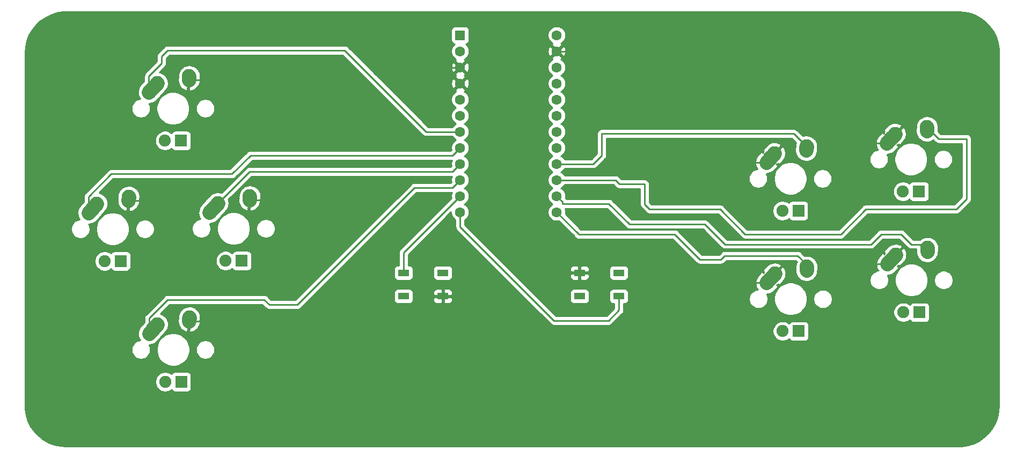
<source format=gtl>
G04 #@! TF.GenerationSoftware,KiCad,Pcbnew,(5.1.4)-1*
G04 #@! TF.CreationDate,2022-05-26T19:20:09-08:00*
G04 #@! TF.ProjectId,No2 controller PCB,4e6f3220-636f-46e7-9472-6f6c6c657220,rev?*
G04 #@! TF.SameCoordinates,Original*
G04 #@! TF.FileFunction,Copper,L1,Top*
G04 #@! TF.FilePolarity,Positive*
%FSLAX46Y46*%
G04 Gerber Fmt 4.6, Leading zero omitted, Abs format (unit mm)*
G04 Created by KiCad (PCBNEW (5.1.4)-1) date 2022-05-26 19:20:09*
%MOMM*%
%LPD*%
G04 APERTURE LIST*
%ADD10R,1.905000X1.905000*%
%ADD11C,1.905000*%
%ADD12C,2.250000*%
%ADD13C,2.250000*%
%ADD14C,1.600000*%
%ADD15R,1.600000X1.600000*%
%ADD16R,1.800000X1.100000*%
%ADD17C,0.250000*%
%ADD18C,0.254000*%
G04 APERTURE END LIST*
D10*
X85967762Y-98070971D03*
D11*
X83427762Y-98070971D03*
D12*
X82197762Y-88990971D03*
X81542763Y-89720971D03*
D13*
X80887762Y-90450971D02*
X82197764Y-88990971D01*
D12*
X87237762Y-87910971D03*
X87217762Y-88200971D03*
D13*
X87197762Y-88490971D02*
X87237762Y-87910971D01*
D10*
X95510823Y-78954165D03*
D11*
X92970823Y-78954165D03*
D12*
X91740823Y-69874165D03*
X91085824Y-70604165D03*
D13*
X90430823Y-71334165D02*
X91740825Y-69874165D01*
D12*
X96780823Y-68794165D03*
X96760823Y-69084165D03*
D13*
X96740823Y-69374165D02*
X96780823Y-68794165D01*
D14*
X145219611Y-43338750D03*
X145219611Y-45878750D03*
X145219611Y-48418750D03*
X145219611Y-50958750D03*
X145219611Y-53498750D03*
X145219611Y-56038750D03*
X145219611Y-58578750D03*
X145219611Y-61118750D03*
X145219611Y-63658750D03*
X145219611Y-66198750D03*
X145219611Y-68738750D03*
X145219611Y-71278750D03*
X129979611Y-71278750D03*
X129979611Y-68738750D03*
X129979611Y-66198750D03*
X129979611Y-63658750D03*
X129979611Y-61118750D03*
X129979611Y-58578750D03*
X129979611Y-56038750D03*
X129979611Y-53498750D03*
X129979611Y-50958750D03*
X129979611Y-48418750D03*
X129979611Y-45878750D03*
D15*
X129979611Y-43338750D03*
D16*
X148823750Y-84558750D03*
X155023750Y-80858750D03*
X148823750Y-80858750D03*
X155023750Y-84558750D03*
X121042500Y-84558750D03*
X127242500Y-80858750D03*
X121042500Y-80858750D03*
X127242500Y-84558750D03*
D10*
X202439505Y-87093124D03*
D11*
X199899505Y-87093124D03*
D12*
X198669505Y-78013124D03*
X198014506Y-78743124D03*
D13*
X197359505Y-79473124D02*
X198669507Y-78013124D01*
D12*
X203709505Y-76933124D03*
X203689505Y-77223124D03*
D13*
X203669505Y-77513124D02*
X203709505Y-76933124D01*
D10*
X202369463Y-68014575D03*
D11*
X199829463Y-68014575D03*
D12*
X198599463Y-58934575D03*
X197944464Y-59664575D03*
D13*
X197289463Y-60394575D02*
X198599465Y-58934575D01*
D12*
X203639463Y-57854575D03*
X203619463Y-58144575D03*
D13*
X203599463Y-58434575D02*
X203639463Y-57854575D01*
D10*
X183388491Y-90065281D03*
D11*
X180848491Y-90065281D03*
D12*
X179618491Y-80985281D03*
X178963492Y-81715281D03*
D13*
X178308491Y-82445281D02*
X179618493Y-80985281D01*
D12*
X184658491Y-79905281D03*
X184638491Y-80195281D03*
D13*
X184618491Y-80485281D02*
X184658491Y-79905281D01*
D10*
X183339785Y-71061811D03*
D11*
X180799785Y-71061811D03*
D12*
X179569785Y-61981811D03*
X178914786Y-62711811D03*
D13*
X178259785Y-63441811D02*
X179569787Y-61981811D01*
D12*
X184609785Y-60901811D03*
X184589785Y-61191811D03*
D13*
X184569785Y-61481811D02*
X184609785Y-60901811D01*
D10*
X85955138Y-59992158D03*
D11*
X83415138Y-59992158D03*
D12*
X82185138Y-50912158D03*
X81530139Y-51642158D03*
D13*
X80875138Y-52372158D02*
X82185140Y-50912158D01*
D12*
X87225138Y-49832158D03*
X87205138Y-50122158D03*
D13*
X87185138Y-50412158D02*
X87225138Y-49832158D01*
D10*
X76424702Y-79015535D03*
D11*
X73884702Y-79015535D03*
D12*
X72654702Y-69935535D03*
X71999703Y-70665535D03*
D13*
X71344702Y-71395535D02*
X72654704Y-69935535D01*
D12*
X77694702Y-68855535D03*
X77674702Y-69145535D03*
D13*
X77654702Y-69435535D02*
X77694702Y-68855535D01*
D17*
X71344702Y-71395535D02*
X71344702Y-69625298D01*
X128780468Y-62317893D02*
X129979611Y-61118750D01*
X96908357Y-62317893D02*
X128780468Y-62317893D01*
X93980000Y-65246250D02*
X96908357Y-62317893D01*
X74930000Y-65246250D02*
X93980000Y-65246250D01*
X71344702Y-71395535D02*
X71344702Y-68831548D01*
X71344702Y-68831548D02*
X74930000Y-65246250D01*
X124618750Y-58578750D02*
X129979611Y-58578750D01*
X80875138Y-49776112D02*
X82867500Y-47783750D01*
X80875138Y-52372158D02*
X80875138Y-49776112D01*
X82867500Y-46672500D02*
X83820000Y-45720000D01*
X83820000Y-45720000D02*
X111760000Y-45720000D01*
X82867500Y-47783750D02*
X82867500Y-46672500D01*
X111760000Y-45720000D02*
X124618750Y-58578750D01*
X122784607Y-67397893D02*
X104298750Y-85883750D01*
X128780468Y-67397893D02*
X129979611Y-66198750D01*
X122784607Y-67397893D02*
X128780468Y-67397893D01*
X80887762Y-90450971D02*
X80887762Y-88022238D01*
X80887762Y-88022238D02*
X83820000Y-85090000D01*
X83820000Y-85090000D02*
X99060000Y-85090000D01*
X99853750Y-85883750D02*
X104298750Y-85883750D01*
X99060000Y-85090000D02*
X99853750Y-85883750D01*
X128780468Y-64857893D02*
X129979611Y-63658750D01*
X91740823Y-69874165D02*
X96757095Y-64857893D01*
X96757095Y-64857893D02*
X128780468Y-64857893D01*
X150971250Y-63658750D02*
X145219611Y-63658750D01*
X152312624Y-62317376D02*
X150971250Y-63658750D01*
X152312624Y-58896250D02*
X152312624Y-62317376D01*
X182604224Y-58896250D02*
X152312624Y-58896250D01*
X184569785Y-61481811D02*
X184569785Y-60861811D01*
X184569785Y-60861811D02*
X182604224Y-58896250D01*
X148644338Y-74771250D02*
X163830000Y-74771250D01*
X163830000Y-74771250D02*
X167798750Y-78740000D01*
X148644338Y-74703477D02*
X145219611Y-71278750D01*
X148644338Y-74771250D02*
X148644338Y-74703477D01*
X184618491Y-80485281D02*
X184618491Y-79208491D01*
X184618491Y-80485281D02*
X184618491Y-79562981D01*
X184618491Y-79562981D02*
X183212794Y-78157284D01*
X183212794Y-78157284D02*
X171716400Y-78157284D01*
X171133684Y-78740000D02*
X167798750Y-78740000D01*
X171716400Y-78157284D02*
X171133684Y-78740000D01*
X205474888Y-59690000D02*
X203639463Y-57854575D01*
X209867500Y-59690000D02*
X205474888Y-59690000D01*
X208280000Y-70802500D02*
X209867500Y-69215000D01*
X190023750Y-74771250D02*
X193992500Y-70802500D01*
X174942500Y-74771250D02*
X190023750Y-74771250D01*
X193992500Y-70802500D02*
X208280000Y-70802500D01*
X170973750Y-70802500D02*
X174942500Y-74771250D01*
X209867500Y-69215000D02*
X209867500Y-59690000D01*
X159067500Y-66833750D02*
X159067500Y-70008750D01*
X159067500Y-70008750D02*
X159861250Y-70802500D01*
X159861250Y-70802500D02*
X170973750Y-70802500D01*
X155098750Y-66833750D02*
X159067500Y-66833750D01*
X154463750Y-66198750D02*
X145219611Y-66198750D01*
X155098750Y-66833750D02*
X154463750Y-66198750D01*
X146137893Y-69937893D02*
X146137893Y-69657032D01*
X153440393Y-69937893D02*
X146137893Y-69937893D01*
X156686250Y-73183750D02*
X153440393Y-69937893D01*
X168592500Y-73183750D02*
X156686250Y-73183750D01*
X202515131Y-76358750D02*
X201136250Y-76358750D01*
X203669505Y-77513124D02*
X202515131Y-76358750D01*
X146137893Y-69657032D02*
X145219611Y-68738750D01*
X201136250Y-76358750D02*
X199548750Y-74771250D01*
X199548750Y-74771250D02*
X196373750Y-74771250D01*
X171767500Y-76358750D02*
X168592500Y-73183750D01*
X196373750Y-74771250D02*
X194786250Y-76358750D01*
X194786250Y-76358750D02*
X171767500Y-76358750D01*
X121042500Y-77675861D02*
X129979611Y-68738750D01*
X121042500Y-80858750D02*
X121042500Y-77675861D01*
X144780000Y-88409652D02*
X153366598Y-88409652D01*
X155023750Y-86752500D02*
X155023750Y-84558750D01*
X153366598Y-88409652D02*
X155023750Y-86752500D01*
X129979611Y-73609263D02*
X144780000Y-88409652D01*
X129979611Y-71278750D02*
X129979611Y-73609263D01*
X127242500Y-84558750D02*
X127242500Y-85358750D01*
X74930000Y-101758750D02*
X65405000Y-92233750D01*
X101917500Y-69533330D02*
X101917500Y-83502500D01*
X102076665Y-69374165D02*
X101917500Y-69533330D01*
X96740823Y-69374165D02*
X102076665Y-69374165D01*
X65405000Y-92233750D02*
X65405000Y-83502500D01*
X77654702Y-69435535D02*
X83440715Y-69435535D01*
X84455000Y-70449820D02*
X84455000Y-83502500D01*
X83440715Y-69435535D02*
X84455000Y-70449820D01*
X101917500Y-83502500D02*
X84455000Y-83502500D01*
X84455000Y-83502500D02*
X65405000Y-83502500D01*
X87197762Y-88490971D02*
X97380971Y-88490971D01*
X97380971Y-88490971D02*
X100330000Y-91440000D01*
X100330000Y-91440000D02*
X100330000Y-101758750D01*
X110842500Y-101758750D02*
X100330000Y-101758750D01*
X100330000Y-101758750D02*
X74930000Y-101758750D01*
X92392500Y-62865000D02*
X65405000Y-62865000D01*
X92392500Y-52546250D02*
X92392500Y-62865000D01*
X90258408Y-50412158D02*
X92392500Y-52546250D01*
X87185138Y-50412158D02*
X90258408Y-50412158D01*
X65405000Y-83502500D02*
X65405000Y-62865000D01*
X110842500Y-101758750D02*
X120967500Y-101758750D01*
X127242500Y-95483750D02*
X127242500Y-85165000D01*
X120967500Y-101758750D02*
X127242500Y-95483750D01*
X120332500Y-45402500D02*
X123348750Y-48418750D01*
X65405000Y-62865000D02*
X65405000Y-55721250D01*
X65405000Y-55721250D02*
X75723750Y-45402500D01*
X150336250Y-77946250D02*
X148823750Y-79458750D01*
X148823750Y-79458750D02*
X148823750Y-80858750D01*
X212248750Y-52546250D02*
X212248750Y-93027500D01*
X212248750Y-93027500D02*
X194786250Y-93027500D01*
X157480000Y-77946250D02*
X150336250Y-77946250D01*
X174148750Y-94615000D02*
X157480000Y-77946250D01*
X194786250Y-93027500D02*
X193198750Y-94615000D01*
X178259785Y-63441811D02*
X171984439Y-63441811D01*
X171984439Y-63441811D02*
X171984439Y-66256939D01*
X171984439Y-66256939D02*
X178911250Y-73183750D01*
X178911250Y-73183750D02*
X186055000Y-73183750D01*
X186055000Y-73183750D02*
X191611250Y-67627500D01*
X191611250Y-65566786D02*
X191611250Y-52546250D01*
X191611250Y-67627500D02*
X191611250Y-65566786D01*
X191611250Y-52546250D02*
X212248750Y-52546250D01*
X197289463Y-60394575D02*
X191700425Y-60394575D01*
X178308491Y-82445281D02*
X170443469Y-82445281D01*
X170443469Y-82445281D02*
X166211250Y-86677500D01*
X197359505Y-79473124D02*
X191671876Y-79473124D01*
X191611250Y-79533750D02*
X191611250Y-94615000D01*
X191671876Y-79473124D02*
X191611250Y-79533750D01*
X193198750Y-94615000D02*
X191611250Y-94615000D01*
X191611250Y-94615000D02*
X174148750Y-94615000D01*
X148748750Y-45878750D02*
X145219611Y-45878750D01*
X151819338Y-48949338D02*
X148748750Y-45878750D01*
X191611250Y-52546250D02*
X151819338Y-52546250D01*
X151819338Y-52546250D02*
X151819338Y-48949338D01*
X75723750Y-45402500D02*
X75723750Y-44926250D01*
X75723750Y-44926250D02*
X76200000Y-44450000D01*
X119380000Y-44450000D02*
X120650000Y-45720000D01*
X76200000Y-44450000D02*
X78740000Y-41910000D01*
X78740000Y-41910000D02*
X116840000Y-41910000D01*
X116840000Y-41910000D02*
X119380000Y-44450000D01*
X123348750Y-48418750D02*
X129979611Y-48418750D01*
D18*
G36*
X209503632Y-39712890D02*
G01*
X210432136Y-39923523D01*
X211319303Y-40269083D01*
X212145657Y-40741983D01*
X212893036Y-41331832D01*
X213545011Y-42025663D01*
X214087278Y-42808250D01*
X214507913Y-43662391D01*
X214797675Y-44569317D01*
X214951961Y-45519944D01*
X214976251Y-46072150D01*
X214959660Y-101795133D01*
X214886658Y-102770281D01*
X214676025Y-103698785D01*
X214330465Y-104585952D01*
X213857563Y-105412310D01*
X213267717Y-106159685D01*
X212573885Y-106811660D01*
X211791300Y-107353926D01*
X210937159Y-107774561D01*
X210030225Y-108064326D01*
X209079603Y-108218610D01*
X208527301Y-108242905D01*
X67808678Y-108247318D01*
X66833616Y-108174323D01*
X65905112Y-107963690D01*
X65017945Y-107618130D01*
X64191587Y-107145228D01*
X63444212Y-106555382D01*
X62792237Y-105861550D01*
X62249971Y-105078965D01*
X61829336Y-104224824D01*
X61539571Y-103317890D01*
X61385287Y-102367268D01*
X61360994Y-101815008D01*
X61361333Y-97914616D01*
X81840262Y-97914616D01*
X81840262Y-98227326D01*
X81901269Y-98534028D01*
X82020938Y-98822934D01*
X82194670Y-99082943D01*
X82415790Y-99304063D01*
X82675799Y-99477795D01*
X82964705Y-99597464D01*
X83271407Y-99658471D01*
X83584117Y-99658471D01*
X83890819Y-99597464D01*
X84179725Y-99477795D01*
X84439734Y-99304063D01*
X84443311Y-99300486D01*
X84484725Y-99377965D01*
X84564077Y-99474656D01*
X84660768Y-99554008D01*
X84771082Y-99612973D01*
X84890780Y-99649283D01*
X85015262Y-99661543D01*
X86920262Y-99661543D01*
X87044744Y-99649283D01*
X87164442Y-99612973D01*
X87274756Y-99554008D01*
X87371447Y-99474656D01*
X87450799Y-99377965D01*
X87509764Y-99267651D01*
X87546074Y-99147953D01*
X87558334Y-99023471D01*
X87558334Y-97118471D01*
X87546074Y-96993989D01*
X87509764Y-96874291D01*
X87450799Y-96763977D01*
X87371447Y-96667286D01*
X87274756Y-96587934D01*
X87164442Y-96528969D01*
X87044744Y-96492659D01*
X86920262Y-96480399D01*
X85015262Y-96480399D01*
X84890780Y-96492659D01*
X84771082Y-96528969D01*
X84660768Y-96587934D01*
X84564077Y-96667286D01*
X84484725Y-96763977D01*
X84443311Y-96841456D01*
X84439734Y-96837879D01*
X84179725Y-96664147D01*
X83890819Y-96544478D01*
X83584117Y-96483471D01*
X83271407Y-96483471D01*
X82964705Y-96544478D01*
X82675799Y-96664147D01*
X82415790Y-96837879D01*
X82194670Y-97058999D01*
X82020938Y-97319008D01*
X81901269Y-97607914D01*
X81840262Y-97914616D01*
X61361333Y-97914616D01*
X61362991Y-78859180D01*
X72297202Y-78859180D01*
X72297202Y-79171890D01*
X72358209Y-79478592D01*
X72477878Y-79767498D01*
X72651610Y-80027507D01*
X72872730Y-80248627D01*
X73132739Y-80422359D01*
X73421645Y-80542028D01*
X73728347Y-80603035D01*
X74041057Y-80603035D01*
X74347759Y-80542028D01*
X74636665Y-80422359D01*
X74896674Y-80248627D01*
X74900251Y-80245050D01*
X74941665Y-80322529D01*
X75021017Y-80419220D01*
X75117708Y-80498572D01*
X75228022Y-80557537D01*
X75347720Y-80593847D01*
X75472202Y-80606107D01*
X77377202Y-80606107D01*
X77501684Y-80593847D01*
X77621382Y-80557537D01*
X77731696Y-80498572D01*
X77828387Y-80419220D01*
X77907739Y-80322529D01*
X77966704Y-80212215D01*
X78003014Y-80092517D01*
X78015274Y-79968035D01*
X78015274Y-78797810D01*
X91383323Y-78797810D01*
X91383323Y-79110520D01*
X91444330Y-79417222D01*
X91563999Y-79706128D01*
X91737731Y-79966137D01*
X91958851Y-80187257D01*
X92218860Y-80360989D01*
X92507766Y-80480658D01*
X92814468Y-80541665D01*
X93127178Y-80541665D01*
X93433880Y-80480658D01*
X93722786Y-80360989D01*
X93982795Y-80187257D01*
X93986372Y-80183680D01*
X94027786Y-80261159D01*
X94107138Y-80357850D01*
X94203829Y-80437202D01*
X94314143Y-80496167D01*
X94433841Y-80532477D01*
X94558323Y-80544737D01*
X96463323Y-80544737D01*
X96587805Y-80532477D01*
X96707503Y-80496167D01*
X96817817Y-80437202D01*
X96914508Y-80357850D01*
X96993860Y-80261159D01*
X97052825Y-80150845D01*
X97089135Y-80031147D01*
X97101395Y-79906665D01*
X97101395Y-78001665D01*
X97089135Y-77877183D01*
X97052825Y-77757485D01*
X96993860Y-77647171D01*
X96914508Y-77550480D01*
X96817817Y-77471128D01*
X96707503Y-77412163D01*
X96587805Y-77375853D01*
X96463323Y-77363593D01*
X94558323Y-77363593D01*
X94433841Y-77375853D01*
X94314143Y-77412163D01*
X94203829Y-77471128D01*
X94107138Y-77550480D01*
X94027786Y-77647171D01*
X93986372Y-77724650D01*
X93982795Y-77721073D01*
X93722786Y-77547341D01*
X93433880Y-77427672D01*
X93127178Y-77366665D01*
X92814468Y-77366665D01*
X92507766Y-77427672D01*
X92218860Y-77547341D01*
X91958851Y-77721073D01*
X91737731Y-77942193D01*
X91563999Y-78202202D01*
X91444330Y-78491108D01*
X91383323Y-78797810D01*
X78015274Y-78797810D01*
X78015274Y-78063035D01*
X78003014Y-77938553D01*
X77966704Y-77818855D01*
X77907739Y-77708541D01*
X77828387Y-77611850D01*
X77731696Y-77532498D01*
X77621382Y-77473533D01*
X77501684Y-77437223D01*
X77377202Y-77424963D01*
X75472202Y-77424963D01*
X75347720Y-77437223D01*
X75228022Y-77473533D01*
X75117708Y-77532498D01*
X75021017Y-77611850D01*
X74941665Y-77708541D01*
X74900251Y-77786020D01*
X74896674Y-77782443D01*
X74636665Y-77608711D01*
X74347759Y-77489042D01*
X74041057Y-77428035D01*
X73728347Y-77428035D01*
X73421645Y-77489042D01*
X73132739Y-77608711D01*
X72872730Y-77782443D01*
X72651610Y-78003563D01*
X72477878Y-78263572D01*
X72358209Y-78552478D01*
X72297202Y-78859180D01*
X61362991Y-78859180D01*
X61363433Y-73786813D01*
X68564702Y-73786813D01*
X68564702Y-74084257D01*
X68622731Y-74375986D01*
X68736558Y-74650788D01*
X68901809Y-74898104D01*
X69112133Y-75108428D01*
X69359449Y-75273679D01*
X69634251Y-75387506D01*
X69925980Y-75445535D01*
X70223424Y-75445535D01*
X70515153Y-75387506D01*
X70789955Y-75273679D01*
X71037271Y-75108428D01*
X71247595Y-74898104D01*
X71412846Y-74650788D01*
X71526673Y-74375986D01*
X71584702Y-74084257D01*
X71584702Y-73786813D01*
X71562782Y-73676611D01*
X72525802Y-73676611D01*
X72525802Y-74194459D01*
X72626829Y-74702357D01*
X72825001Y-75180786D01*
X73112702Y-75611361D01*
X73478876Y-75977535D01*
X73909451Y-76265236D01*
X74387880Y-76463408D01*
X74895778Y-76564435D01*
X75413626Y-76564435D01*
X75921524Y-76463408D01*
X76399953Y-76265236D01*
X76830528Y-75977535D01*
X77196702Y-75611361D01*
X77484403Y-75180786D01*
X77682575Y-74702357D01*
X77783602Y-74194459D01*
X77783602Y-73786813D01*
X78724702Y-73786813D01*
X78724702Y-74084257D01*
X78782731Y-74375986D01*
X78896558Y-74650788D01*
X79061809Y-74898104D01*
X79272133Y-75108428D01*
X79519449Y-75273679D01*
X79794251Y-75387506D01*
X80085980Y-75445535D01*
X80383424Y-75445535D01*
X80675153Y-75387506D01*
X80949955Y-75273679D01*
X81197271Y-75108428D01*
X81407595Y-74898104D01*
X81572846Y-74650788D01*
X81686673Y-74375986D01*
X81744702Y-74084257D01*
X81744702Y-73786813D01*
X81686673Y-73495084D01*
X81572846Y-73220282D01*
X81407595Y-72972966D01*
X81197271Y-72762642D01*
X80949955Y-72597391D01*
X80675153Y-72483564D01*
X80383424Y-72425535D01*
X80085980Y-72425535D01*
X79794251Y-72483564D01*
X79519449Y-72597391D01*
X79272133Y-72762642D01*
X79061809Y-72972966D01*
X78896558Y-73220282D01*
X78782731Y-73495084D01*
X78724702Y-73786813D01*
X77783602Y-73786813D01*
X77783602Y-73676611D01*
X77682575Y-73168713D01*
X77484403Y-72690284D01*
X77196702Y-72259709D01*
X76830528Y-71893535D01*
X76399953Y-71605834D01*
X75921524Y-71407662D01*
X75413626Y-71306635D01*
X74895778Y-71306635D01*
X74387880Y-71407662D01*
X73909451Y-71605834D01*
X73478876Y-71893535D01*
X73112702Y-72259709D01*
X72825001Y-72690284D01*
X72626829Y-73168713D01*
X72525802Y-73676611D01*
X71562782Y-73676611D01*
X71526673Y-73495084D01*
X71412846Y-73220282D01*
X71371516Y-73158427D01*
X71440328Y-73161462D01*
X71783006Y-73108874D01*
X72108841Y-72990444D01*
X72405309Y-72810722D01*
X72596945Y-72635277D01*
X73932902Y-71146351D01*
X74021783Y-71057470D01*
X74096529Y-70945605D01*
X74176146Y-70837122D01*
X74192681Y-70801704D01*
X74214394Y-70769208D01*
X74265877Y-70644917D01*
X74322803Y-70522980D01*
X74332112Y-70485011D01*
X74347066Y-70448908D01*
X74373312Y-70316961D01*
X74405355Y-70186262D01*
X74407077Y-70147212D01*
X74414702Y-70108880D01*
X74414702Y-69974337D01*
X74420631Y-69839909D01*
X74414702Y-69801274D01*
X74414702Y-69762190D01*
X74388453Y-69630226D01*
X74368043Y-69497231D01*
X74354691Y-69460496D01*
X74350842Y-69441142D01*
X75890135Y-69441142D01*
X75925134Y-69785285D01*
X76026600Y-70115986D01*
X76190633Y-70420539D01*
X76410930Y-70687238D01*
X76679023Y-70905834D01*
X76984612Y-71067929D01*
X77137684Y-71117883D01*
X77418180Y-71019221D01*
X77446881Y-70603053D01*
X77700337Y-70619695D01*
X77671578Y-71036697D01*
X77935874Y-71172931D01*
X78094356Y-71144463D01*
X78419303Y-71025854D01*
X78714867Y-70846131D01*
X78969690Y-70612199D01*
X79173978Y-70333048D01*
X79319882Y-70019406D01*
X79401793Y-69683326D01*
X79421793Y-69393326D01*
X79373568Y-69390000D01*
X79439562Y-69143830D01*
X79450740Y-68973594D01*
X79459269Y-68849928D01*
X79459021Y-68847488D01*
X79462278Y-68797885D01*
X79425672Y-68519571D01*
X79424270Y-68505785D01*
X79423550Y-68503439D01*
X79417068Y-68454155D01*
X79326864Y-68188315D01*
X79322804Y-68175084D01*
X79321642Y-68172926D01*
X79305668Y-68125850D01*
X79196416Y-67921456D01*
X79183395Y-67916249D01*
X79158771Y-67870531D01*
X78938474Y-67603832D01*
X78670381Y-67385236D01*
X78633526Y-67365687D01*
X78628781Y-67353821D01*
X78377053Y-67229645D01*
X78364792Y-67223141D01*
X78362064Y-67222251D01*
X78317862Y-67200446D01*
X77982997Y-67110675D01*
X77812874Y-67099504D01*
X77689093Y-67090967D01*
X77689065Y-67091374D01*
X77637052Y-67087959D01*
X77293322Y-67133169D01*
X76965017Y-67244569D01*
X76760623Y-67353821D01*
X76752988Y-67372913D01*
X76634537Y-67444939D01*
X76379714Y-67678871D01*
X76205991Y-67916256D01*
X76192988Y-67921456D01*
X76039613Y-68232375D01*
X75949842Y-68567240D01*
X75938658Y-68737560D01*
X75927611Y-68897744D01*
X75928138Y-68897780D01*
X75927126Y-68913185D01*
X75958866Y-69154503D01*
X75910135Y-69151142D01*
X75890135Y-69441142D01*
X74350842Y-69441142D01*
X74347066Y-69422162D01*
X74295576Y-69297855D01*
X74249613Y-69171396D01*
X74229352Y-69137973D01*
X74214394Y-69101862D01*
X74139637Y-68989981D01*
X74069891Y-68874928D01*
X74043500Y-68846101D01*
X74021783Y-68813600D01*
X73926636Y-68718453D01*
X73835785Y-68619218D01*
X73804277Y-68596094D01*
X73776637Y-68568454D01*
X73664752Y-68493694D01*
X73556290Y-68414093D01*
X73520878Y-68397561D01*
X73488375Y-68375843D01*
X73364055Y-68324348D01*
X73242148Y-68267436D01*
X73204188Y-68258130D01*
X73168075Y-68243171D01*
X73036090Y-68216917D01*
X73034519Y-68216532D01*
X75244802Y-66006250D01*
X93942678Y-66006250D01*
X93980000Y-66009926D01*
X94017322Y-66006250D01*
X94017333Y-66006250D01*
X94128986Y-65995253D01*
X94272247Y-65951796D01*
X94404276Y-65881224D01*
X94520001Y-65786251D01*
X94543804Y-65757247D01*
X97223159Y-63077893D01*
X128666978Y-63077893D01*
X128599758Y-63240176D01*
X128544611Y-63517415D01*
X128544611Y-63800085D01*
X128580923Y-63982636D01*
X128465667Y-64097893D01*
X96794418Y-64097893D01*
X96757095Y-64094217D01*
X96719772Y-64097893D01*
X96719762Y-64097893D01*
X96608109Y-64108890D01*
X96464848Y-64152347D01*
X96332818Y-64222919D01*
X96272137Y-64272719D01*
X96217094Y-64317892D01*
X96193296Y-64346890D01*
X92332258Y-68207928D01*
X92328269Y-68206066D01*
X92290309Y-68196760D01*
X92254196Y-68181801D01*
X92122211Y-68155547D01*
X91991551Y-68123514D01*
X91952512Y-68121792D01*
X91914168Y-68114165D01*
X91779581Y-68114165D01*
X91645198Y-68108238D01*
X91606576Y-68114165D01*
X91567478Y-68114165D01*
X91435467Y-68140424D01*
X91302520Y-68160826D01*
X91265799Y-68174173D01*
X91227450Y-68181801D01*
X91103092Y-68233312D01*
X90976686Y-68279256D01*
X90943277Y-68299509D01*
X90907150Y-68314473D01*
X90795223Y-68389260D01*
X90680217Y-68458978D01*
X90651401Y-68485360D01*
X90618888Y-68507084D01*
X90523710Y-68602262D01*
X90488581Y-68634423D01*
X90462660Y-68663312D01*
X90373742Y-68752230D01*
X90347096Y-68792108D01*
X89063107Y-70223118D01*
X88909381Y-70432579D01*
X88762724Y-70746721D01*
X88680172Y-71083439D01*
X88664896Y-71429791D01*
X88717484Y-71772469D01*
X88835914Y-72098304D01*
X88998698Y-72366831D01*
X88720372Y-72422194D01*
X88445570Y-72536021D01*
X88198254Y-72701272D01*
X87987930Y-72911596D01*
X87822679Y-73158912D01*
X87708852Y-73433714D01*
X87650823Y-73725443D01*
X87650823Y-74022887D01*
X87708852Y-74314616D01*
X87822679Y-74589418D01*
X87987930Y-74836734D01*
X88198254Y-75047058D01*
X88445570Y-75212309D01*
X88720372Y-75326136D01*
X89012101Y-75384165D01*
X89309545Y-75384165D01*
X89601274Y-75326136D01*
X89876076Y-75212309D01*
X90123392Y-75047058D01*
X90333716Y-74836734D01*
X90498967Y-74589418D01*
X90612794Y-74314616D01*
X90670823Y-74022887D01*
X90670823Y-73725443D01*
X90648903Y-73615241D01*
X91611923Y-73615241D01*
X91611923Y-74133089D01*
X91712950Y-74640987D01*
X91911122Y-75119416D01*
X92198823Y-75549991D01*
X92564997Y-75916165D01*
X92995572Y-76203866D01*
X93474001Y-76402038D01*
X93981899Y-76503065D01*
X94499747Y-76503065D01*
X95007645Y-76402038D01*
X95486074Y-76203866D01*
X95916649Y-75916165D01*
X96282823Y-75549991D01*
X96570524Y-75119416D01*
X96768696Y-74640987D01*
X96869723Y-74133089D01*
X96869723Y-73725443D01*
X97810823Y-73725443D01*
X97810823Y-74022887D01*
X97868852Y-74314616D01*
X97982679Y-74589418D01*
X98147930Y-74836734D01*
X98358254Y-75047058D01*
X98605570Y-75212309D01*
X98880372Y-75326136D01*
X99172101Y-75384165D01*
X99469545Y-75384165D01*
X99761274Y-75326136D01*
X100036076Y-75212309D01*
X100283392Y-75047058D01*
X100493716Y-74836734D01*
X100658967Y-74589418D01*
X100772794Y-74314616D01*
X100830823Y-74022887D01*
X100830823Y-73725443D01*
X100772794Y-73433714D01*
X100658967Y-73158912D01*
X100493716Y-72911596D01*
X100283392Y-72701272D01*
X100036076Y-72536021D01*
X99761274Y-72422194D01*
X99469545Y-72364165D01*
X99172101Y-72364165D01*
X98880372Y-72422194D01*
X98605570Y-72536021D01*
X98358254Y-72701272D01*
X98147930Y-72911596D01*
X97982679Y-73158912D01*
X97868852Y-73433714D01*
X97810823Y-73725443D01*
X96869723Y-73725443D01*
X96869723Y-73615241D01*
X96768696Y-73107343D01*
X96570524Y-72628914D01*
X96282823Y-72198339D01*
X95916649Y-71832165D01*
X95486074Y-71544464D01*
X95007645Y-71346292D01*
X94499747Y-71245265D01*
X93981899Y-71245265D01*
X93474001Y-71346292D01*
X92995572Y-71544464D01*
X92564997Y-71832165D01*
X92198823Y-72198339D01*
X91911122Y-72628914D01*
X91712950Y-73107343D01*
X91611923Y-73615241D01*
X90648903Y-73615241D01*
X90612794Y-73433714D01*
X90498967Y-73158912D01*
X90457637Y-73097057D01*
X90526449Y-73100092D01*
X90869127Y-73047504D01*
X91194962Y-72929074D01*
X91491430Y-72749352D01*
X91683066Y-72573907D01*
X93019023Y-71084981D01*
X93107904Y-70996100D01*
X93182650Y-70884235D01*
X93262267Y-70775752D01*
X93278802Y-70740334D01*
X93300515Y-70707838D01*
X93351998Y-70583547D01*
X93408924Y-70461610D01*
X93418233Y-70423641D01*
X93433187Y-70387538D01*
X93459433Y-70255591D01*
X93491476Y-70124892D01*
X93493198Y-70085842D01*
X93500823Y-70047510D01*
X93500823Y-69912967D01*
X93506752Y-69778539D01*
X93500823Y-69739904D01*
X93500823Y-69700820D01*
X93474574Y-69568856D01*
X93454164Y-69435861D01*
X93440812Y-69399126D01*
X93436963Y-69379772D01*
X94976256Y-69379772D01*
X95011255Y-69723915D01*
X95112721Y-70054616D01*
X95276754Y-70359169D01*
X95497051Y-70625868D01*
X95765144Y-70844464D01*
X96070733Y-71006559D01*
X96223805Y-71056513D01*
X96504301Y-70957851D01*
X96533002Y-70541683D01*
X96786458Y-70558325D01*
X96757699Y-70975327D01*
X97021995Y-71111561D01*
X97180477Y-71083093D01*
X97505424Y-70964484D01*
X97800988Y-70784761D01*
X98055811Y-70550829D01*
X98260099Y-70271678D01*
X98406003Y-69958036D01*
X98487914Y-69621956D01*
X98507914Y-69331956D01*
X98459689Y-69328630D01*
X98525683Y-69082460D01*
X98536861Y-68912224D01*
X98545390Y-68788558D01*
X98545142Y-68786118D01*
X98548399Y-68736515D01*
X98511793Y-68458201D01*
X98510391Y-68444415D01*
X98509671Y-68442069D01*
X98503189Y-68392785D01*
X98412985Y-68126945D01*
X98408925Y-68113714D01*
X98407763Y-68111556D01*
X98391789Y-68064480D01*
X98282537Y-67860086D01*
X98269516Y-67854879D01*
X98244892Y-67809161D01*
X98024595Y-67542462D01*
X97756502Y-67323866D01*
X97719647Y-67304317D01*
X97714902Y-67292451D01*
X97463174Y-67168275D01*
X97450913Y-67161771D01*
X97448185Y-67160881D01*
X97403983Y-67139076D01*
X97069118Y-67049305D01*
X96898995Y-67038134D01*
X96775214Y-67029597D01*
X96775186Y-67030004D01*
X96723173Y-67026589D01*
X96379443Y-67071799D01*
X96051138Y-67183199D01*
X95846744Y-67292451D01*
X95839109Y-67311543D01*
X95720658Y-67383569D01*
X95465835Y-67617501D01*
X95292112Y-67854886D01*
X95279109Y-67860086D01*
X95125734Y-68171005D01*
X95035963Y-68505870D01*
X95024779Y-68676190D01*
X95013732Y-68836374D01*
X95014259Y-68836410D01*
X95013247Y-68851815D01*
X95044987Y-69093133D01*
X94996256Y-69089772D01*
X94976256Y-69379772D01*
X93436963Y-69379772D01*
X93433187Y-69360792D01*
X93402671Y-69287119D01*
X97071897Y-65617893D01*
X128666978Y-65617893D01*
X128599758Y-65780176D01*
X128544611Y-66057415D01*
X128544611Y-66340085D01*
X128580923Y-66522636D01*
X128465667Y-66637893D01*
X122821932Y-66637893D01*
X122784607Y-66634217D01*
X122747282Y-66637893D01*
X122747274Y-66637893D01*
X122635621Y-66648890D01*
X122492360Y-66692347D01*
X122360331Y-66762919D01*
X122244606Y-66857892D01*
X122220808Y-66886890D01*
X103983949Y-85123750D01*
X100168552Y-85123750D01*
X99623803Y-84579002D01*
X99600001Y-84549999D01*
X99484276Y-84455026D01*
X99352247Y-84384454D01*
X99208986Y-84340997D01*
X99097333Y-84330000D01*
X99097322Y-84330000D01*
X99060000Y-84326324D01*
X99022678Y-84330000D01*
X83857325Y-84330000D01*
X83820000Y-84326324D01*
X83782675Y-84330000D01*
X83782667Y-84330000D01*
X83671014Y-84340997D01*
X83527753Y-84384454D01*
X83395724Y-84455026D01*
X83279999Y-84549999D01*
X83256201Y-84578997D01*
X80376760Y-87458439D01*
X80347762Y-87482237D01*
X80323964Y-87511235D01*
X80323963Y-87511236D01*
X80252788Y-87597962D01*
X80182216Y-87729992D01*
X80151942Y-87829796D01*
X80138760Y-87873252D01*
X80135597Y-87905364D01*
X80124086Y-88022238D01*
X80127763Y-88059570D01*
X80127763Y-88662622D01*
X79520046Y-89339924D01*
X79366320Y-89549385D01*
X79219663Y-89863527D01*
X79137111Y-90200245D01*
X79121835Y-90546597D01*
X79174423Y-90889275D01*
X79292853Y-91215110D01*
X79455637Y-91483637D01*
X79177311Y-91539000D01*
X78902509Y-91652827D01*
X78655193Y-91818078D01*
X78444869Y-92028402D01*
X78279618Y-92275718D01*
X78165791Y-92550520D01*
X78107762Y-92842249D01*
X78107762Y-93139693D01*
X78165791Y-93431422D01*
X78279618Y-93706224D01*
X78444869Y-93953540D01*
X78655193Y-94163864D01*
X78902509Y-94329115D01*
X79177311Y-94442942D01*
X79469040Y-94500971D01*
X79766484Y-94500971D01*
X80058213Y-94442942D01*
X80333015Y-94329115D01*
X80580331Y-94163864D01*
X80790655Y-93953540D01*
X80955906Y-93706224D01*
X81069733Y-93431422D01*
X81127762Y-93139693D01*
X81127762Y-92842249D01*
X81105842Y-92732047D01*
X82068862Y-92732047D01*
X82068862Y-93249895D01*
X82169889Y-93757793D01*
X82368061Y-94236222D01*
X82655762Y-94666797D01*
X83021936Y-95032971D01*
X83452511Y-95320672D01*
X83930940Y-95518844D01*
X84438838Y-95619871D01*
X84956686Y-95619871D01*
X85464584Y-95518844D01*
X85943013Y-95320672D01*
X86373588Y-95032971D01*
X86739762Y-94666797D01*
X87027463Y-94236222D01*
X87225635Y-93757793D01*
X87326662Y-93249895D01*
X87326662Y-92842249D01*
X88267762Y-92842249D01*
X88267762Y-93139693D01*
X88325791Y-93431422D01*
X88439618Y-93706224D01*
X88604869Y-93953540D01*
X88815193Y-94163864D01*
X89062509Y-94329115D01*
X89337311Y-94442942D01*
X89629040Y-94500971D01*
X89926484Y-94500971D01*
X90218213Y-94442942D01*
X90493015Y-94329115D01*
X90740331Y-94163864D01*
X90950655Y-93953540D01*
X91115906Y-93706224D01*
X91229733Y-93431422D01*
X91287762Y-93139693D01*
X91287762Y-92842249D01*
X91229733Y-92550520D01*
X91115906Y-92275718D01*
X90950655Y-92028402D01*
X90740331Y-91818078D01*
X90493015Y-91652827D01*
X90218213Y-91539000D01*
X89926484Y-91480971D01*
X89629040Y-91480971D01*
X89337311Y-91539000D01*
X89062509Y-91652827D01*
X88815193Y-91818078D01*
X88604869Y-92028402D01*
X88439618Y-92275718D01*
X88325791Y-92550520D01*
X88267762Y-92842249D01*
X87326662Y-92842249D01*
X87326662Y-92732047D01*
X87225635Y-92224149D01*
X87027463Y-91745720D01*
X86739762Y-91315145D01*
X86373588Y-90948971D01*
X85943013Y-90661270D01*
X85464584Y-90463098D01*
X84956686Y-90362071D01*
X84438838Y-90362071D01*
X83930940Y-90463098D01*
X83452511Y-90661270D01*
X83021936Y-90948971D01*
X82655762Y-91315145D01*
X82368061Y-91745720D01*
X82169889Y-92224149D01*
X82068862Y-92732047D01*
X81105842Y-92732047D01*
X81069733Y-92550520D01*
X80955906Y-92275718D01*
X80914576Y-92213863D01*
X80983388Y-92216898D01*
X81326066Y-92164310D01*
X81651901Y-92045880D01*
X81948369Y-91866158D01*
X82140005Y-91690713D01*
X83475962Y-90201787D01*
X83564843Y-90112906D01*
X83639589Y-90001041D01*
X83719206Y-89892558D01*
X83735741Y-89857140D01*
X83757454Y-89824644D01*
X83808937Y-89700353D01*
X83865863Y-89578416D01*
X83875172Y-89540447D01*
X83890126Y-89504344D01*
X83916372Y-89372397D01*
X83948415Y-89241698D01*
X83950137Y-89202648D01*
X83957762Y-89164316D01*
X83957762Y-89029773D01*
X83963691Y-88895345D01*
X83957762Y-88856710D01*
X83957762Y-88817626D01*
X83931513Y-88685662D01*
X83911103Y-88552667D01*
X83897751Y-88515932D01*
X83893902Y-88496578D01*
X85433195Y-88496578D01*
X85468194Y-88840721D01*
X85569660Y-89171422D01*
X85733693Y-89475975D01*
X85953990Y-89742674D01*
X86222083Y-89961270D01*
X86527672Y-90123365D01*
X86680744Y-90173319D01*
X86961240Y-90074657D01*
X86989941Y-89658489D01*
X87243397Y-89675131D01*
X87214638Y-90092133D01*
X87478934Y-90228367D01*
X87637416Y-90199899D01*
X87962363Y-90081290D01*
X88245824Y-89908926D01*
X179260991Y-89908926D01*
X179260991Y-90221636D01*
X179321998Y-90528338D01*
X179441667Y-90817244D01*
X179615399Y-91077253D01*
X179836519Y-91298373D01*
X180096528Y-91472105D01*
X180385434Y-91591774D01*
X180692136Y-91652781D01*
X181004846Y-91652781D01*
X181311548Y-91591774D01*
X181600454Y-91472105D01*
X181860463Y-91298373D01*
X181864040Y-91294796D01*
X181905454Y-91372275D01*
X181984806Y-91468966D01*
X182081497Y-91548318D01*
X182191811Y-91607283D01*
X182311509Y-91643593D01*
X182435991Y-91655853D01*
X184340991Y-91655853D01*
X184465473Y-91643593D01*
X184585171Y-91607283D01*
X184695485Y-91548318D01*
X184792176Y-91468966D01*
X184871528Y-91372275D01*
X184930493Y-91261961D01*
X184966803Y-91142263D01*
X184979063Y-91017781D01*
X184979063Y-89112781D01*
X184966803Y-88988299D01*
X184930493Y-88868601D01*
X184871528Y-88758287D01*
X184792176Y-88661596D01*
X184695485Y-88582244D01*
X184585171Y-88523279D01*
X184465473Y-88486969D01*
X184340991Y-88474709D01*
X182435991Y-88474709D01*
X182311509Y-88486969D01*
X182191811Y-88523279D01*
X182081497Y-88582244D01*
X181984806Y-88661596D01*
X181905454Y-88758287D01*
X181864040Y-88835766D01*
X181860463Y-88832189D01*
X181600454Y-88658457D01*
X181311548Y-88538788D01*
X181004846Y-88477781D01*
X180692136Y-88477781D01*
X180385434Y-88538788D01*
X180096528Y-88658457D01*
X179836519Y-88832189D01*
X179615399Y-89053309D01*
X179441667Y-89313318D01*
X179321998Y-89602224D01*
X179260991Y-89908926D01*
X88245824Y-89908926D01*
X88257927Y-89901567D01*
X88512750Y-89667635D01*
X88717038Y-89388484D01*
X88862942Y-89074842D01*
X88944853Y-88738762D01*
X88964853Y-88448762D01*
X88916628Y-88445436D01*
X88982622Y-88199266D01*
X88993800Y-88029030D01*
X89002329Y-87905364D01*
X89002081Y-87902924D01*
X89005338Y-87853321D01*
X88968732Y-87575007D01*
X88967330Y-87561221D01*
X88966610Y-87558875D01*
X88960128Y-87509591D01*
X88869924Y-87243751D01*
X88865864Y-87230520D01*
X88864702Y-87228362D01*
X88848728Y-87181286D01*
X88739476Y-86976892D01*
X88726455Y-86971685D01*
X88701831Y-86925967D01*
X88481534Y-86659268D01*
X88213441Y-86440672D01*
X88176586Y-86421123D01*
X88171841Y-86409257D01*
X87920113Y-86285081D01*
X87907852Y-86278577D01*
X87905124Y-86277687D01*
X87860922Y-86255882D01*
X87526057Y-86166111D01*
X87355934Y-86154940D01*
X87232153Y-86146403D01*
X87232125Y-86146810D01*
X87180112Y-86143395D01*
X86836382Y-86188605D01*
X86508077Y-86300005D01*
X86303683Y-86409257D01*
X86296048Y-86428349D01*
X86177597Y-86500375D01*
X85922774Y-86734307D01*
X85749051Y-86971692D01*
X85736048Y-86976892D01*
X85582673Y-87287811D01*
X85492902Y-87622676D01*
X85481718Y-87792996D01*
X85470671Y-87953180D01*
X85471198Y-87953216D01*
X85470186Y-87968621D01*
X85501926Y-88209939D01*
X85453195Y-88206578D01*
X85433195Y-88496578D01*
X83893902Y-88496578D01*
X83890126Y-88477598D01*
X83838636Y-88353291D01*
X83792673Y-88226832D01*
X83772412Y-88193409D01*
X83757454Y-88157298D01*
X83682697Y-88045417D01*
X83612951Y-87930364D01*
X83586560Y-87901537D01*
X83564843Y-87869036D01*
X83469696Y-87773889D01*
X83378845Y-87674654D01*
X83347337Y-87651530D01*
X83319697Y-87623890D01*
X83207812Y-87549130D01*
X83099350Y-87469529D01*
X83063938Y-87452997D01*
X83031435Y-87431279D01*
X82907115Y-87379784D01*
X82785208Y-87322872D01*
X82747248Y-87313566D01*
X82711135Y-87298607D01*
X82690332Y-87294469D01*
X84134802Y-85850000D01*
X98745199Y-85850000D01*
X99289951Y-86394752D01*
X99313749Y-86423751D01*
X99342747Y-86447549D01*
X99429473Y-86518724D01*
X99561503Y-86589296D01*
X99704764Y-86632753D01*
X99816417Y-86643750D01*
X99816427Y-86643750D01*
X99853749Y-86647426D01*
X99891072Y-86643750D01*
X104261428Y-86643750D01*
X104298750Y-86647426D01*
X104336072Y-86643750D01*
X104336083Y-86643750D01*
X104447736Y-86632753D01*
X104590997Y-86589296D01*
X104723026Y-86518724D01*
X104838751Y-86423751D01*
X104862554Y-86394747D01*
X107248551Y-84008750D01*
X119504428Y-84008750D01*
X119504428Y-85108750D01*
X119516688Y-85233232D01*
X119552998Y-85352930D01*
X119611963Y-85463244D01*
X119691315Y-85559935D01*
X119788006Y-85639287D01*
X119898320Y-85698252D01*
X120018018Y-85734562D01*
X120142500Y-85746822D01*
X121942500Y-85746822D01*
X122066982Y-85734562D01*
X122186680Y-85698252D01*
X122296994Y-85639287D01*
X122393685Y-85559935D01*
X122473037Y-85463244D01*
X122532002Y-85352930D01*
X122568312Y-85233232D01*
X122580572Y-85108750D01*
X125704428Y-85108750D01*
X125716688Y-85233232D01*
X125752998Y-85352930D01*
X125811963Y-85463244D01*
X125891315Y-85559935D01*
X125988006Y-85639287D01*
X126098320Y-85698252D01*
X126218018Y-85734562D01*
X126342500Y-85746822D01*
X126956750Y-85743750D01*
X127115500Y-85585000D01*
X127115500Y-84685750D01*
X127369500Y-84685750D01*
X127369500Y-85585000D01*
X127528250Y-85743750D01*
X128142500Y-85746822D01*
X128266982Y-85734562D01*
X128386680Y-85698252D01*
X128496994Y-85639287D01*
X128593685Y-85559935D01*
X128673037Y-85463244D01*
X128732002Y-85352930D01*
X128768312Y-85233232D01*
X128780572Y-85108750D01*
X128777500Y-84844500D01*
X128618750Y-84685750D01*
X127369500Y-84685750D01*
X127115500Y-84685750D01*
X125866250Y-84685750D01*
X125707500Y-84844500D01*
X125704428Y-85108750D01*
X122580572Y-85108750D01*
X122580572Y-84008750D01*
X125704428Y-84008750D01*
X125707500Y-84273000D01*
X125866250Y-84431750D01*
X127115500Y-84431750D01*
X127115500Y-83532500D01*
X127369500Y-83532500D01*
X127369500Y-84431750D01*
X128618750Y-84431750D01*
X128777500Y-84273000D01*
X128780572Y-84008750D01*
X128768312Y-83884268D01*
X128732002Y-83764570D01*
X128673037Y-83654256D01*
X128593685Y-83557565D01*
X128496994Y-83478213D01*
X128386680Y-83419248D01*
X128266982Y-83382938D01*
X128142500Y-83370678D01*
X127528250Y-83373750D01*
X127369500Y-83532500D01*
X127115500Y-83532500D01*
X126956750Y-83373750D01*
X126342500Y-83370678D01*
X126218018Y-83382938D01*
X126098320Y-83419248D01*
X125988006Y-83478213D01*
X125891315Y-83557565D01*
X125811963Y-83654256D01*
X125752998Y-83764570D01*
X125716688Y-83884268D01*
X125704428Y-84008750D01*
X122580572Y-84008750D01*
X122568312Y-83884268D01*
X122532002Y-83764570D01*
X122473037Y-83654256D01*
X122393685Y-83557565D01*
X122296994Y-83478213D01*
X122186680Y-83419248D01*
X122066982Y-83382938D01*
X121942500Y-83370678D01*
X120142500Y-83370678D01*
X120018018Y-83382938D01*
X119898320Y-83419248D01*
X119788006Y-83478213D01*
X119691315Y-83557565D01*
X119611963Y-83654256D01*
X119552998Y-83764570D01*
X119516688Y-83884268D01*
X119504428Y-84008750D01*
X107248551Y-84008750D01*
X123099409Y-68157893D01*
X128666978Y-68157893D01*
X128599758Y-68320176D01*
X128544611Y-68597415D01*
X128544611Y-68880085D01*
X128580923Y-69062636D01*
X120531498Y-77112062D01*
X120502500Y-77135860D01*
X120478702Y-77164858D01*
X120478701Y-77164859D01*
X120407526Y-77251585D01*
X120336954Y-77383615D01*
X120324412Y-77424963D01*
X120293498Y-77526875D01*
X120282501Y-77638528D01*
X120278824Y-77675861D01*
X120282501Y-77713193D01*
X120282500Y-79670678D01*
X120142500Y-79670678D01*
X120018018Y-79682938D01*
X119898320Y-79719248D01*
X119788006Y-79778213D01*
X119691315Y-79857565D01*
X119611963Y-79954256D01*
X119552998Y-80064570D01*
X119516688Y-80184268D01*
X119504428Y-80308750D01*
X119504428Y-81408750D01*
X119516688Y-81533232D01*
X119552998Y-81652930D01*
X119611963Y-81763244D01*
X119691315Y-81859935D01*
X119788006Y-81939287D01*
X119898320Y-81998252D01*
X120018018Y-82034562D01*
X120142500Y-82046822D01*
X121942500Y-82046822D01*
X122066982Y-82034562D01*
X122186680Y-81998252D01*
X122296994Y-81939287D01*
X122393685Y-81859935D01*
X122473037Y-81763244D01*
X122532002Y-81652930D01*
X122568312Y-81533232D01*
X122580572Y-81408750D01*
X122580572Y-80308750D01*
X125704428Y-80308750D01*
X125704428Y-81408750D01*
X125716688Y-81533232D01*
X125752998Y-81652930D01*
X125811963Y-81763244D01*
X125891315Y-81859935D01*
X125988006Y-81939287D01*
X126098320Y-81998252D01*
X126218018Y-82034562D01*
X126342500Y-82046822D01*
X128142500Y-82046822D01*
X128266982Y-82034562D01*
X128386680Y-81998252D01*
X128496994Y-81939287D01*
X128593685Y-81859935D01*
X128673037Y-81763244D01*
X128732002Y-81652930D01*
X128768312Y-81533232D01*
X128780572Y-81408750D01*
X128780572Y-80308750D01*
X128768312Y-80184268D01*
X128732002Y-80064570D01*
X128673037Y-79954256D01*
X128593685Y-79857565D01*
X128496994Y-79778213D01*
X128386680Y-79719248D01*
X128266982Y-79682938D01*
X128142500Y-79670678D01*
X126342500Y-79670678D01*
X126218018Y-79682938D01*
X126098320Y-79719248D01*
X125988006Y-79778213D01*
X125891315Y-79857565D01*
X125811963Y-79954256D01*
X125752998Y-80064570D01*
X125716688Y-80184268D01*
X125704428Y-80308750D01*
X122580572Y-80308750D01*
X122568312Y-80184268D01*
X122532002Y-80064570D01*
X122473037Y-79954256D01*
X122393685Y-79857565D01*
X122296994Y-79778213D01*
X122186680Y-79719248D01*
X122066982Y-79682938D01*
X121942500Y-79670678D01*
X121802500Y-79670678D01*
X121802500Y-77990662D01*
X128544611Y-71248552D01*
X128544611Y-71420085D01*
X128599758Y-71697324D01*
X128707931Y-71958477D01*
X128864974Y-72193509D01*
X129064852Y-72393387D01*
X129219612Y-72496794D01*
X129219612Y-73571931D01*
X129215935Y-73609263D01*
X129230609Y-73758248D01*
X129274065Y-73901509D01*
X129344637Y-74033539D01*
X129373332Y-74068503D01*
X129439611Y-74149264D01*
X129468609Y-74173062D01*
X144216201Y-88920655D01*
X144239999Y-88949653D01*
X144355724Y-89044626D01*
X144487753Y-89115198D01*
X144631014Y-89158655D01*
X144742667Y-89169652D01*
X144742677Y-89169652D01*
X144780000Y-89173328D01*
X144817323Y-89169652D01*
X153329276Y-89169652D01*
X153366598Y-89173328D01*
X153403920Y-89169652D01*
X153403931Y-89169652D01*
X153515584Y-89158655D01*
X153658845Y-89115198D01*
X153790874Y-89044626D01*
X153906599Y-88949653D01*
X153930402Y-88920649D01*
X155534754Y-87316298D01*
X155563751Y-87292501D01*
X155658724Y-87176776D01*
X155729296Y-87044747D01*
X155772753Y-86901486D01*
X155783750Y-86789833D01*
X155783750Y-86789823D01*
X155787426Y-86752500D01*
X155783750Y-86715177D01*
X155783750Y-85746822D01*
X155923750Y-85746822D01*
X156048232Y-85734562D01*
X156167930Y-85698252D01*
X156278244Y-85639287D01*
X156374935Y-85559935D01*
X156454287Y-85463244D01*
X156513252Y-85352930D01*
X156549562Y-85233232D01*
X156561822Y-85108750D01*
X156561822Y-84836559D01*
X175528491Y-84836559D01*
X175528491Y-85134003D01*
X175586520Y-85425732D01*
X175700347Y-85700534D01*
X175865598Y-85947850D01*
X176075922Y-86158174D01*
X176323238Y-86323425D01*
X176598040Y-86437252D01*
X176889769Y-86495281D01*
X177187213Y-86495281D01*
X177478942Y-86437252D01*
X177753744Y-86323425D01*
X178001060Y-86158174D01*
X178211384Y-85947850D01*
X178376635Y-85700534D01*
X178490462Y-85425732D01*
X178548491Y-85134003D01*
X178548491Y-84836559D01*
X178526571Y-84726357D01*
X179489591Y-84726357D01*
X179489591Y-85244205D01*
X179590618Y-85752103D01*
X179788790Y-86230532D01*
X180076491Y-86661107D01*
X180442665Y-87027281D01*
X180873240Y-87314982D01*
X181351669Y-87513154D01*
X181859567Y-87614181D01*
X182377415Y-87614181D01*
X182885313Y-87513154D01*
X183363742Y-87314982D01*
X183794317Y-87027281D01*
X183884829Y-86936769D01*
X198312005Y-86936769D01*
X198312005Y-87249479D01*
X198373012Y-87556181D01*
X198492681Y-87845087D01*
X198666413Y-88105096D01*
X198887533Y-88326216D01*
X199147542Y-88499948D01*
X199436448Y-88619617D01*
X199743150Y-88680624D01*
X200055860Y-88680624D01*
X200362562Y-88619617D01*
X200651468Y-88499948D01*
X200911477Y-88326216D01*
X200915054Y-88322639D01*
X200956468Y-88400118D01*
X201035820Y-88496809D01*
X201132511Y-88576161D01*
X201242825Y-88635126D01*
X201362523Y-88671436D01*
X201487005Y-88683696D01*
X203392005Y-88683696D01*
X203516487Y-88671436D01*
X203636185Y-88635126D01*
X203746499Y-88576161D01*
X203843190Y-88496809D01*
X203922542Y-88400118D01*
X203981507Y-88289804D01*
X204017817Y-88170106D01*
X204030077Y-88045624D01*
X204030077Y-86140624D01*
X204017817Y-86016142D01*
X203981507Y-85896444D01*
X203922542Y-85786130D01*
X203843190Y-85689439D01*
X203746499Y-85610087D01*
X203636185Y-85551122D01*
X203516487Y-85514812D01*
X203392005Y-85502552D01*
X201487005Y-85502552D01*
X201362523Y-85514812D01*
X201242825Y-85551122D01*
X201132511Y-85610087D01*
X201035820Y-85689439D01*
X200956468Y-85786130D01*
X200915054Y-85863609D01*
X200911477Y-85860032D01*
X200651468Y-85686300D01*
X200362562Y-85566631D01*
X200055860Y-85505624D01*
X199743150Y-85505624D01*
X199436448Y-85566631D01*
X199147542Y-85686300D01*
X198887533Y-85860032D01*
X198666413Y-86081152D01*
X198492681Y-86341161D01*
X198373012Y-86630067D01*
X198312005Y-86936769D01*
X183884829Y-86936769D01*
X184160491Y-86661107D01*
X184448192Y-86230532D01*
X184646364Y-85752103D01*
X184747391Y-85244205D01*
X184747391Y-84836559D01*
X185688491Y-84836559D01*
X185688491Y-85134003D01*
X185746520Y-85425732D01*
X185860347Y-85700534D01*
X186025598Y-85947850D01*
X186235922Y-86158174D01*
X186483238Y-86323425D01*
X186758040Y-86437252D01*
X187049769Y-86495281D01*
X187347213Y-86495281D01*
X187638942Y-86437252D01*
X187913744Y-86323425D01*
X188161060Y-86158174D01*
X188371384Y-85947850D01*
X188536635Y-85700534D01*
X188650462Y-85425732D01*
X188708491Y-85134003D01*
X188708491Y-84836559D01*
X188650462Y-84544830D01*
X188536635Y-84270028D01*
X188371384Y-84022712D01*
X188161060Y-83812388D01*
X187913744Y-83647137D01*
X187638942Y-83533310D01*
X187347213Y-83475281D01*
X187049769Y-83475281D01*
X186758040Y-83533310D01*
X186483238Y-83647137D01*
X186235922Y-83812388D01*
X186025598Y-84022712D01*
X185860347Y-84270028D01*
X185746520Y-84544830D01*
X185688491Y-84836559D01*
X184747391Y-84836559D01*
X184747391Y-84726357D01*
X184646364Y-84218459D01*
X184448192Y-83740030D01*
X184160491Y-83309455D01*
X183794317Y-82943281D01*
X183363742Y-82655580D01*
X182885313Y-82457408D01*
X182377415Y-82356381D01*
X181859567Y-82356381D01*
X181351669Y-82457408D01*
X180873240Y-82655580D01*
X180442665Y-82943281D01*
X180076491Y-83309455D01*
X179788790Y-83740030D01*
X179590618Y-84218459D01*
X179489591Y-84726357D01*
X178526571Y-84726357D01*
X178490462Y-84544830D01*
X178376635Y-84270028D01*
X178333212Y-84205040D01*
X178621648Y-84181847D01*
X178954418Y-84087386D01*
X179262366Y-83929819D01*
X179533656Y-83715202D01*
X180188657Y-82985202D01*
X179897290Y-82723770D01*
X180019871Y-82707647D01*
X180193857Y-82648610D01*
X180358288Y-82796148D01*
X181013288Y-82066149D01*
X181100618Y-81927193D01*
X181120205Y-81919360D01*
X181173718Y-81810879D01*
X181197355Y-81773269D01*
X181214769Y-81727662D01*
X181273580Y-81608441D01*
X181304903Y-81491601D01*
X181320746Y-81450107D01*
X181328927Y-81401986D01*
X181363351Y-81273576D01*
X181371277Y-81152870D01*
X181378721Y-81109082D01*
X181377356Y-81060286D01*
X181386067Y-80927631D01*
X181370293Y-80807699D01*
X181369051Y-80763300D01*
X181358194Y-80715711D01*
X181340857Y-80583901D01*
X181301986Y-80469344D01*
X181292108Y-80426049D01*
X181272179Y-80381500D01*
X181229457Y-80255596D01*
X181120205Y-80051202D01*
X181107657Y-80046184D01*
X181060876Y-79976753D01*
X180779026Y-79882029D01*
X179623486Y-81169881D01*
X179618491Y-81164886D01*
X178914529Y-81868848D01*
X178770793Y-81739879D01*
X178784150Y-81724993D01*
X178739361Y-81684806D01*
X178919229Y-81504938D01*
X178953780Y-81535939D01*
X179613497Y-80800682D01*
X179618491Y-80805676D01*
X180663417Y-79760750D01*
X180552570Y-79483567D01*
X180409087Y-79412788D01*
X180322897Y-79367399D01*
X180306032Y-79361951D01*
X180241651Y-79330192D01*
X180042230Y-79276731D01*
X179993729Y-79261063D01*
X179976127Y-79259010D01*
X179906786Y-79240421D01*
X179700754Y-79226892D01*
X179650141Y-79220989D01*
X179632480Y-79222409D01*
X179560841Y-79217705D01*
X179356121Y-79244631D01*
X179305336Y-79248715D01*
X179288295Y-79253552D01*
X179217111Y-79262915D01*
X179021572Y-79329265D01*
X178972566Y-79343176D01*
X178956798Y-79351244D01*
X178888806Y-79374315D01*
X178684412Y-79483567D01*
X178680868Y-79492428D01*
X178664618Y-79500743D01*
X178393328Y-79715360D01*
X177738327Y-80445360D01*
X177901772Y-80592013D01*
X177873631Y-80696986D01*
X177860545Y-80896278D01*
X177568696Y-80634414D01*
X176913696Y-81364413D01*
X176729629Y-81657293D01*
X176606238Y-81980455D01*
X176548263Y-82321480D01*
X176557933Y-82667262D01*
X176634876Y-83004513D01*
X176776135Y-83320274D01*
X176866108Y-83453809D01*
X176929998Y-83475281D01*
X176889769Y-83475281D01*
X176598040Y-83533310D01*
X176323238Y-83647137D01*
X176075922Y-83812388D01*
X175865598Y-84022712D01*
X175700347Y-84270028D01*
X175586520Y-84544830D01*
X175528491Y-84836559D01*
X156561822Y-84836559D01*
X156561822Y-84008750D01*
X156549562Y-83884268D01*
X156513252Y-83764570D01*
X156454287Y-83654256D01*
X156374935Y-83557565D01*
X156278244Y-83478213D01*
X156167930Y-83419248D01*
X156048232Y-83382938D01*
X155923750Y-83370678D01*
X154123750Y-83370678D01*
X153999268Y-83382938D01*
X153879570Y-83419248D01*
X153769256Y-83478213D01*
X153672565Y-83557565D01*
X153593213Y-83654256D01*
X153534248Y-83764570D01*
X153497938Y-83884268D01*
X153485678Y-84008750D01*
X153485678Y-85108750D01*
X153497938Y-85233232D01*
X153534248Y-85352930D01*
X153593213Y-85463244D01*
X153672565Y-85559935D01*
X153769256Y-85639287D01*
X153879570Y-85698252D01*
X153999268Y-85734562D01*
X154123750Y-85746822D01*
X154263750Y-85746822D01*
X154263750Y-86437698D01*
X153051797Y-87649652D01*
X145094802Y-87649652D01*
X141453900Y-84008750D01*
X147285678Y-84008750D01*
X147285678Y-85108750D01*
X147297938Y-85233232D01*
X147334248Y-85352930D01*
X147393213Y-85463244D01*
X147472565Y-85559935D01*
X147569256Y-85639287D01*
X147679570Y-85698252D01*
X147799268Y-85734562D01*
X147923750Y-85746822D01*
X149723750Y-85746822D01*
X149848232Y-85734562D01*
X149967930Y-85698252D01*
X150078244Y-85639287D01*
X150174935Y-85559935D01*
X150254287Y-85463244D01*
X150313252Y-85352930D01*
X150349562Y-85233232D01*
X150361822Y-85108750D01*
X150361822Y-84008750D01*
X150349562Y-83884268D01*
X150313252Y-83764570D01*
X150254287Y-83654256D01*
X150174935Y-83557565D01*
X150078244Y-83478213D01*
X149967930Y-83419248D01*
X149848232Y-83382938D01*
X149723750Y-83370678D01*
X147923750Y-83370678D01*
X147799268Y-83382938D01*
X147679570Y-83419248D01*
X147569256Y-83478213D01*
X147472565Y-83557565D01*
X147393213Y-83654256D01*
X147334248Y-83764570D01*
X147297938Y-83884268D01*
X147285678Y-84008750D01*
X141453900Y-84008750D01*
X138853900Y-81408750D01*
X147285678Y-81408750D01*
X147297938Y-81533232D01*
X147334248Y-81652930D01*
X147393213Y-81763244D01*
X147472565Y-81859935D01*
X147569256Y-81939287D01*
X147679570Y-81998252D01*
X147799268Y-82034562D01*
X147923750Y-82046822D01*
X148538000Y-82043750D01*
X148696750Y-81885000D01*
X148696750Y-80985750D01*
X148950750Y-80985750D01*
X148950750Y-81885000D01*
X149109500Y-82043750D01*
X149723750Y-82046822D01*
X149848232Y-82034562D01*
X149967930Y-81998252D01*
X150078244Y-81939287D01*
X150174935Y-81859935D01*
X150254287Y-81763244D01*
X150313252Y-81652930D01*
X150349562Y-81533232D01*
X150361822Y-81408750D01*
X150358750Y-81144500D01*
X150200000Y-80985750D01*
X148950750Y-80985750D01*
X148696750Y-80985750D01*
X147447500Y-80985750D01*
X147288750Y-81144500D01*
X147285678Y-81408750D01*
X138853900Y-81408750D01*
X137753900Y-80308750D01*
X147285678Y-80308750D01*
X147288750Y-80573000D01*
X147447500Y-80731750D01*
X148696750Y-80731750D01*
X148696750Y-79832500D01*
X148950750Y-79832500D01*
X148950750Y-80731750D01*
X150200000Y-80731750D01*
X150358750Y-80573000D01*
X150361822Y-80308750D01*
X153485678Y-80308750D01*
X153485678Y-81408750D01*
X153497938Y-81533232D01*
X153534248Y-81652930D01*
X153593213Y-81763244D01*
X153672565Y-81859935D01*
X153769256Y-81939287D01*
X153879570Y-81998252D01*
X153999268Y-82034562D01*
X154123750Y-82046822D01*
X155923750Y-82046822D01*
X156048232Y-82034562D01*
X156167930Y-81998252D01*
X156278244Y-81939287D01*
X156374935Y-81859935D01*
X156454287Y-81763244D01*
X156513252Y-81652930D01*
X156549562Y-81533232D01*
X156561822Y-81408750D01*
X156561822Y-80308750D01*
X156549562Y-80184268D01*
X156513252Y-80064570D01*
X156454287Y-79954256D01*
X156374935Y-79857565D01*
X156278244Y-79778213D01*
X156167930Y-79719248D01*
X156048232Y-79682938D01*
X155923750Y-79670678D01*
X154123750Y-79670678D01*
X153999268Y-79682938D01*
X153879570Y-79719248D01*
X153769256Y-79778213D01*
X153672565Y-79857565D01*
X153593213Y-79954256D01*
X153534248Y-80064570D01*
X153497938Y-80184268D01*
X153485678Y-80308750D01*
X150361822Y-80308750D01*
X150349562Y-80184268D01*
X150313252Y-80064570D01*
X150254287Y-79954256D01*
X150174935Y-79857565D01*
X150078244Y-79778213D01*
X149967930Y-79719248D01*
X149848232Y-79682938D01*
X149723750Y-79670678D01*
X149109500Y-79673750D01*
X148950750Y-79832500D01*
X148696750Y-79832500D01*
X148538000Y-79673750D01*
X147923750Y-79670678D01*
X147799268Y-79682938D01*
X147679570Y-79719248D01*
X147569256Y-79778213D01*
X147472565Y-79857565D01*
X147393213Y-79954256D01*
X147334248Y-80064570D01*
X147297938Y-80184268D01*
X147285678Y-80308750D01*
X137753900Y-80308750D01*
X130739611Y-73294462D01*
X130739611Y-72496793D01*
X130894370Y-72393387D01*
X131094248Y-72193509D01*
X131251291Y-71958477D01*
X131359464Y-71697324D01*
X131414611Y-71420085D01*
X131414611Y-71137415D01*
X131359464Y-70860176D01*
X131251291Y-70599023D01*
X131094248Y-70363991D01*
X130894370Y-70164113D01*
X130661852Y-70008750D01*
X130894370Y-69853387D01*
X131094248Y-69653509D01*
X131251291Y-69418477D01*
X131359464Y-69157324D01*
X131414611Y-68880085D01*
X131414611Y-68597415D01*
X131359464Y-68320176D01*
X131251291Y-68059023D01*
X131094248Y-67823991D01*
X130894370Y-67624113D01*
X130661852Y-67468750D01*
X130894370Y-67313387D01*
X131094248Y-67113509D01*
X131251291Y-66878477D01*
X131359464Y-66617324D01*
X131414611Y-66340085D01*
X131414611Y-66057415D01*
X131359464Y-65780176D01*
X131251291Y-65519023D01*
X131094248Y-65283991D01*
X130894370Y-65084113D01*
X130661852Y-64928750D01*
X130894370Y-64773387D01*
X131094248Y-64573509D01*
X131251291Y-64338477D01*
X131359464Y-64077324D01*
X131414611Y-63800085D01*
X131414611Y-63517415D01*
X131359464Y-63240176D01*
X131251291Y-62979023D01*
X131094248Y-62743991D01*
X130894370Y-62544113D01*
X130661852Y-62388750D01*
X130894370Y-62233387D01*
X131094248Y-62033509D01*
X131251291Y-61798477D01*
X131359464Y-61537324D01*
X131414611Y-61260085D01*
X131414611Y-60977415D01*
X131359464Y-60700176D01*
X131251291Y-60439023D01*
X131094248Y-60203991D01*
X130894370Y-60004113D01*
X130661852Y-59848750D01*
X130894370Y-59693387D01*
X131094248Y-59493509D01*
X131251291Y-59258477D01*
X131359464Y-58997324D01*
X131414611Y-58720085D01*
X131414611Y-58437415D01*
X131359464Y-58160176D01*
X131251291Y-57899023D01*
X131094248Y-57663991D01*
X130894370Y-57464113D01*
X130661852Y-57308750D01*
X130894370Y-57153387D01*
X131094248Y-56953509D01*
X131251291Y-56718477D01*
X131359464Y-56457324D01*
X131414611Y-56180085D01*
X131414611Y-55897415D01*
X131359464Y-55620176D01*
X131251291Y-55359023D01*
X131094248Y-55123991D01*
X130894370Y-54924113D01*
X130661852Y-54768750D01*
X130894370Y-54613387D01*
X131094248Y-54413509D01*
X131251291Y-54178477D01*
X131359464Y-53917324D01*
X131414611Y-53640085D01*
X131414611Y-53357415D01*
X131359464Y-53080176D01*
X131251291Y-52819023D01*
X131094248Y-52583991D01*
X130894370Y-52384113D01*
X130660483Y-52227835D01*
X130721125Y-52195421D01*
X130792708Y-51951452D01*
X129979611Y-51138355D01*
X129166514Y-51951452D01*
X129238097Y-52195421D01*
X129302603Y-52225944D01*
X129299884Y-52227070D01*
X129064852Y-52384113D01*
X128864974Y-52583991D01*
X128707931Y-52819023D01*
X128599758Y-53080176D01*
X128544611Y-53357415D01*
X128544611Y-53640085D01*
X128599758Y-53917324D01*
X128707931Y-54178477D01*
X128864974Y-54413509D01*
X129064852Y-54613387D01*
X129297370Y-54768750D01*
X129064852Y-54924113D01*
X128864974Y-55123991D01*
X128707931Y-55359023D01*
X128599758Y-55620176D01*
X128544611Y-55897415D01*
X128544611Y-56180085D01*
X128599758Y-56457324D01*
X128707931Y-56718477D01*
X128864974Y-56953509D01*
X129064852Y-57153387D01*
X129297370Y-57308750D01*
X129064852Y-57464113D01*
X128864974Y-57663991D01*
X128761568Y-57818750D01*
X124933552Y-57818750D01*
X118144064Y-51029262D01*
X128539394Y-51029262D01*
X128580824Y-51308880D01*
X128676008Y-51575042D01*
X128742940Y-51700264D01*
X128986909Y-51771847D01*
X129800006Y-50958750D01*
X130159216Y-50958750D01*
X130972313Y-51771847D01*
X131216282Y-51700264D01*
X131337182Y-51444754D01*
X131405911Y-51170566D01*
X131419828Y-50888238D01*
X131378398Y-50608620D01*
X131283214Y-50342458D01*
X131216282Y-50217236D01*
X130972313Y-50145653D01*
X130159216Y-50958750D01*
X129800006Y-50958750D01*
X128986909Y-50145653D01*
X128742940Y-50217236D01*
X128622040Y-50472746D01*
X128553311Y-50746934D01*
X128539394Y-51029262D01*
X118144064Y-51029262D01*
X116526254Y-49411452D01*
X129166514Y-49411452D01*
X129238097Y-49655421D01*
X129304247Y-49686721D01*
X129238097Y-49722079D01*
X129166514Y-49966048D01*
X129979611Y-50779145D01*
X130792708Y-49966048D01*
X130721125Y-49722079D01*
X130654975Y-49690779D01*
X130721125Y-49655421D01*
X130792708Y-49411452D01*
X129979611Y-48598355D01*
X129166514Y-49411452D01*
X116526254Y-49411452D01*
X115604064Y-48489262D01*
X128539394Y-48489262D01*
X128580824Y-48768880D01*
X128676008Y-49035042D01*
X128742940Y-49160264D01*
X128986909Y-49231847D01*
X129800006Y-48418750D01*
X130159216Y-48418750D01*
X130972313Y-49231847D01*
X131216282Y-49160264D01*
X131337182Y-48904754D01*
X131405911Y-48630566D01*
X131419828Y-48348238D01*
X131409335Y-48277415D01*
X143784611Y-48277415D01*
X143784611Y-48560085D01*
X143839758Y-48837324D01*
X143947931Y-49098477D01*
X144104974Y-49333509D01*
X144304852Y-49533387D01*
X144537370Y-49688750D01*
X144304852Y-49844113D01*
X144104974Y-50043991D01*
X143947931Y-50279023D01*
X143839758Y-50540176D01*
X143784611Y-50817415D01*
X143784611Y-51100085D01*
X143839758Y-51377324D01*
X143947931Y-51638477D01*
X144104974Y-51873509D01*
X144304852Y-52073387D01*
X144537370Y-52228750D01*
X144304852Y-52384113D01*
X144104974Y-52583991D01*
X143947931Y-52819023D01*
X143839758Y-53080176D01*
X143784611Y-53357415D01*
X143784611Y-53640085D01*
X143839758Y-53917324D01*
X143947931Y-54178477D01*
X144104974Y-54413509D01*
X144304852Y-54613387D01*
X144537370Y-54768750D01*
X144304852Y-54924113D01*
X144104974Y-55123991D01*
X143947931Y-55359023D01*
X143839758Y-55620176D01*
X143784611Y-55897415D01*
X143784611Y-56180085D01*
X143839758Y-56457324D01*
X143947931Y-56718477D01*
X144104974Y-56953509D01*
X144304852Y-57153387D01*
X144537370Y-57308750D01*
X144304852Y-57464113D01*
X144104974Y-57663991D01*
X143947931Y-57899023D01*
X143839758Y-58160176D01*
X143784611Y-58437415D01*
X143784611Y-58720085D01*
X143839758Y-58997324D01*
X143947931Y-59258477D01*
X144104974Y-59493509D01*
X144304852Y-59693387D01*
X144537370Y-59848750D01*
X144304852Y-60004113D01*
X144104974Y-60203991D01*
X143947931Y-60439023D01*
X143839758Y-60700176D01*
X143784611Y-60977415D01*
X143784611Y-61260085D01*
X143839758Y-61537324D01*
X143947931Y-61798477D01*
X144104974Y-62033509D01*
X144304852Y-62233387D01*
X144537370Y-62388750D01*
X144304852Y-62544113D01*
X144104974Y-62743991D01*
X143947931Y-62979023D01*
X143839758Y-63240176D01*
X143784611Y-63517415D01*
X143784611Y-63800085D01*
X143839758Y-64077324D01*
X143947931Y-64338477D01*
X144104974Y-64573509D01*
X144304852Y-64773387D01*
X144537370Y-64928750D01*
X144304852Y-65084113D01*
X144104974Y-65283991D01*
X143947931Y-65519023D01*
X143839758Y-65780176D01*
X143784611Y-66057415D01*
X143784611Y-66340085D01*
X143839758Y-66617324D01*
X143947931Y-66878477D01*
X144104974Y-67113509D01*
X144304852Y-67313387D01*
X144537370Y-67468750D01*
X144304852Y-67624113D01*
X144104974Y-67823991D01*
X143947931Y-68059023D01*
X143839758Y-68320176D01*
X143784611Y-68597415D01*
X143784611Y-68880085D01*
X143839758Y-69157324D01*
X143947931Y-69418477D01*
X144104974Y-69653509D01*
X144304852Y-69853387D01*
X144537370Y-70008750D01*
X144304852Y-70164113D01*
X144104974Y-70363991D01*
X143947931Y-70599023D01*
X143839758Y-70860176D01*
X143784611Y-71137415D01*
X143784611Y-71420085D01*
X143839758Y-71697324D01*
X143947931Y-71958477D01*
X144104974Y-72193509D01*
X144304852Y-72393387D01*
X144539884Y-72550430D01*
X144801037Y-72658603D01*
X145078276Y-72713750D01*
X145360946Y-72713750D01*
X145543498Y-72677438D01*
X147949398Y-75083339D01*
X148009364Y-75195526D01*
X148080538Y-75282252D01*
X148104337Y-75311251D01*
X148220062Y-75406224D01*
X148352091Y-75476796D01*
X148495352Y-75520253D01*
X148644338Y-75534927D01*
X148681671Y-75531250D01*
X163515199Y-75531250D01*
X167234951Y-79251003D01*
X167258749Y-79280001D01*
X167287747Y-79303799D01*
X167374473Y-79374974D01*
X167447476Y-79413995D01*
X167506503Y-79445546D01*
X167649764Y-79489003D01*
X167761417Y-79500000D01*
X167761426Y-79500000D01*
X167798749Y-79503676D01*
X167836072Y-79500000D01*
X171096362Y-79500000D01*
X171133684Y-79503676D01*
X171171006Y-79500000D01*
X171171017Y-79500000D01*
X171282670Y-79489003D01*
X171425931Y-79445546D01*
X171557960Y-79374974D01*
X171673685Y-79280001D01*
X171697487Y-79250998D01*
X172031202Y-78917284D01*
X182897993Y-78917284D01*
X183084033Y-79103324D01*
X183075032Y-79117689D01*
X183022610Y-79255545D01*
X182966127Y-79391908D01*
X182961050Y-79417433D01*
X182951807Y-79441739D01*
X182927285Y-79587179D01*
X182898491Y-79731936D01*
X182898491Y-79844667D01*
X182856714Y-80450438D01*
X182864331Y-80710143D01*
X182941904Y-81048042D01*
X183083910Y-81364315D01*
X183284887Y-81646807D01*
X183537115Y-81884662D01*
X183830899Y-82068740D01*
X184154950Y-82191965D01*
X184496814Y-82249605D01*
X184843353Y-82239441D01*
X185181252Y-82161868D01*
X185497525Y-82019862D01*
X185716038Y-81864402D01*
X194579505Y-81864402D01*
X194579505Y-82161846D01*
X194637534Y-82453575D01*
X194751361Y-82728377D01*
X194916612Y-82975693D01*
X195126936Y-83186017D01*
X195374252Y-83351268D01*
X195649054Y-83465095D01*
X195940783Y-83523124D01*
X196238227Y-83523124D01*
X196529956Y-83465095D01*
X196804758Y-83351268D01*
X197052074Y-83186017D01*
X197262398Y-82975693D01*
X197427649Y-82728377D01*
X197541476Y-82453575D01*
X197599505Y-82161846D01*
X197599505Y-81864402D01*
X197577585Y-81754200D01*
X198540605Y-81754200D01*
X198540605Y-82272048D01*
X198641632Y-82779946D01*
X198839804Y-83258375D01*
X199127505Y-83688950D01*
X199493679Y-84055124D01*
X199924254Y-84342825D01*
X200402683Y-84540997D01*
X200910581Y-84642024D01*
X201428429Y-84642024D01*
X201936327Y-84540997D01*
X202414756Y-84342825D01*
X202845331Y-84055124D01*
X203211505Y-83688950D01*
X203499206Y-83258375D01*
X203697378Y-82779946D01*
X203798405Y-82272048D01*
X203798405Y-81864402D01*
X204739505Y-81864402D01*
X204739505Y-82161846D01*
X204797534Y-82453575D01*
X204911361Y-82728377D01*
X205076612Y-82975693D01*
X205286936Y-83186017D01*
X205534252Y-83351268D01*
X205809054Y-83465095D01*
X206100783Y-83523124D01*
X206398227Y-83523124D01*
X206689956Y-83465095D01*
X206964758Y-83351268D01*
X207212074Y-83186017D01*
X207422398Y-82975693D01*
X207587649Y-82728377D01*
X207701476Y-82453575D01*
X207759505Y-82161846D01*
X207759505Y-81864402D01*
X207701476Y-81572673D01*
X207587649Y-81297871D01*
X207422398Y-81050555D01*
X207212074Y-80840231D01*
X206964758Y-80674980D01*
X206689956Y-80561153D01*
X206398227Y-80503124D01*
X206100783Y-80503124D01*
X205809054Y-80561153D01*
X205534252Y-80674980D01*
X205286936Y-80840231D01*
X205076612Y-81050555D01*
X204911361Y-81297871D01*
X204797534Y-81572673D01*
X204739505Y-81864402D01*
X203798405Y-81864402D01*
X203798405Y-81754200D01*
X203697378Y-81246302D01*
X203499206Y-80767873D01*
X203211505Y-80337298D01*
X202845331Y-79971124D01*
X202414756Y-79683423D01*
X201936327Y-79485251D01*
X201428429Y-79384224D01*
X200910581Y-79384224D01*
X200402683Y-79485251D01*
X199924254Y-79683423D01*
X199493679Y-79971124D01*
X199127505Y-80337298D01*
X198839804Y-80767873D01*
X198641632Y-81246302D01*
X198540605Y-81754200D01*
X197577585Y-81754200D01*
X197541476Y-81572673D01*
X197427649Y-81297871D01*
X197384226Y-81232883D01*
X197672662Y-81209690D01*
X198005432Y-81115229D01*
X198313380Y-80957662D01*
X198584670Y-80743045D01*
X199239671Y-80013045D01*
X198948304Y-79751613D01*
X199070885Y-79735490D01*
X199244871Y-79676453D01*
X199409302Y-79823991D01*
X200064302Y-79093992D01*
X200151632Y-78955036D01*
X200171219Y-78947203D01*
X200224732Y-78838722D01*
X200248369Y-78801112D01*
X200265783Y-78755505D01*
X200324594Y-78636284D01*
X200355917Y-78519444D01*
X200371760Y-78477950D01*
X200379941Y-78429829D01*
X200414365Y-78301419D01*
X200422291Y-78180713D01*
X200429735Y-78136925D01*
X200428370Y-78088129D01*
X200437081Y-77955474D01*
X200421307Y-77835542D01*
X200420065Y-77791143D01*
X200409208Y-77743554D01*
X200391871Y-77611744D01*
X200353000Y-77497187D01*
X200343122Y-77453892D01*
X200323193Y-77409343D01*
X200280471Y-77283439D01*
X200171219Y-77079045D01*
X200158671Y-77074027D01*
X200111890Y-77004596D01*
X199830040Y-76909872D01*
X198674500Y-78197724D01*
X198669505Y-78192729D01*
X197965543Y-78896691D01*
X197821807Y-78767722D01*
X197835164Y-78752836D01*
X197790375Y-78712649D01*
X197970243Y-78532781D01*
X198004794Y-78563782D01*
X198664511Y-77828525D01*
X198669505Y-77833519D01*
X199714431Y-76788593D01*
X199603584Y-76511410D01*
X199460101Y-76440631D01*
X199373911Y-76395242D01*
X199357046Y-76389794D01*
X199292665Y-76358035D01*
X199093244Y-76304574D01*
X199044743Y-76288906D01*
X199027141Y-76286853D01*
X198957800Y-76268264D01*
X198751768Y-76254735D01*
X198701155Y-76248832D01*
X198683494Y-76250252D01*
X198611855Y-76245548D01*
X198407135Y-76272474D01*
X198356350Y-76276558D01*
X198339309Y-76281395D01*
X198268125Y-76290758D01*
X198072586Y-76357108D01*
X198023580Y-76371019D01*
X198007812Y-76379087D01*
X197939820Y-76402158D01*
X197735426Y-76511410D01*
X197731882Y-76520271D01*
X197715632Y-76528586D01*
X197444342Y-76743203D01*
X196789341Y-77473203D01*
X196952786Y-77619856D01*
X196924645Y-77724829D01*
X196911559Y-77924121D01*
X196619710Y-77662257D01*
X195964710Y-78392256D01*
X195780643Y-78685136D01*
X195657252Y-79008298D01*
X195599277Y-79349323D01*
X195608947Y-79695105D01*
X195685890Y-80032356D01*
X195827149Y-80348117D01*
X195917122Y-80481652D01*
X195981012Y-80503124D01*
X195940783Y-80503124D01*
X195649054Y-80561153D01*
X195374252Y-80674980D01*
X195126936Y-80840231D01*
X194916612Y-81050555D01*
X194751361Y-81297871D01*
X194637534Y-81572673D01*
X194579505Y-81864402D01*
X185716038Y-81864402D01*
X185780017Y-81818885D01*
X186017872Y-81566657D01*
X186201950Y-81272873D01*
X186325175Y-80948822D01*
X186368372Y-80692620D01*
X186406590Y-80138456D01*
X186418491Y-80078626D01*
X186418491Y-79965892D01*
X186420268Y-79940125D01*
X186418491Y-79879537D01*
X186418491Y-79731936D01*
X186413413Y-79706409D01*
X186412651Y-79680418D01*
X186379650Y-79536668D01*
X186350855Y-79391908D01*
X186340898Y-79367869D01*
X186335078Y-79342519D01*
X186274668Y-79207975D01*
X186218183Y-79071608D01*
X186203721Y-79049964D01*
X186193072Y-79026247D01*
X186107587Y-78906090D01*
X186025572Y-78783346D01*
X186007169Y-78764943D01*
X185992095Y-78743755D01*
X185884802Y-78642576D01*
X185780426Y-78538200D01*
X185758785Y-78523740D01*
X185739867Y-78505900D01*
X185614898Y-78427597D01*
X185492164Y-78345589D01*
X185468119Y-78335629D01*
X185446083Y-78321822D01*
X185308231Y-78269402D01*
X185171864Y-78212917D01*
X185146337Y-78207839D01*
X185122032Y-78198597D01*
X184976599Y-78174076D01*
X184831836Y-78145281D01*
X184805814Y-78145281D01*
X184780168Y-78140957D01*
X184632728Y-78145281D01*
X184485146Y-78145281D01*
X184459624Y-78150358D01*
X184433629Y-78151120D01*
X184309849Y-78179537D01*
X183776598Y-77646287D01*
X183752795Y-77617283D01*
X183637070Y-77522310D01*
X183505041Y-77451738D01*
X183361780Y-77408281D01*
X183250127Y-77397284D01*
X183250116Y-77397284D01*
X183212794Y-77393608D01*
X183175472Y-77397284D01*
X171753723Y-77397284D01*
X171716400Y-77393608D01*
X171679077Y-77397284D01*
X171679067Y-77397284D01*
X171567414Y-77408281D01*
X171424153Y-77451738D01*
X171292124Y-77522310D01*
X171176399Y-77617283D01*
X171152600Y-77646282D01*
X170818883Y-77980000D01*
X168113552Y-77980000D01*
X164393804Y-74260253D01*
X164370001Y-74231249D01*
X164254276Y-74136276D01*
X164122247Y-74065704D01*
X163978986Y-74022247D01*
X163867333Y-74011250D01*
X163867322Y-74011250D01*
X163830000Y-74007574D01*
X163792678Y-74011250D01*
X149026913Y-74011250D01*
X146618299Y-71602637D01*
X146654611Y-71420085D01*
X146654611Y-71137415D01*
X146599464Y-70860176D01*
X146532244Y-70697893D01*
X153125592Y-70697893D01*
X156122450Y-73694752D01*
X156146249Y-73723751D01*
X156175247Y-73747549D01*
X156261973Y-73818724D01*
X156394003Y-73889296D01*
X156537264Y-73932753D01*
X156648917Y-73943750D01*
X156648927Y-73943750D01*
X156686250Y-73947426D01*
X156723572Y-73943750D01*
X168277699Y-73943750D01*
X171203700Y-76869752D01*
X171227499Y-76898751D01*
X171256497Y-76922549D01*
X171343223Y-76993724D01*
X171431458Y-77040887D01*
X171475253Y-77064296D01*
X171618514Y-77107753D01*
X171730167Y-77118750D01*
X171730176Y-77118750D01*
X171767499Y-77122426D01*
X171804822Y-77118750D01*
X194748928Y-77118750D01*
X194786250Y-77122426D01*
X194823572Y-77118750D01*
X194823583Y-77118750D01*
X194935236Y-77107753D01*
X195078497Y-77064296D01*
X195210526Y-76993724D01*
X195326251Y-76898751D01*
X195350054Y-76869747D01*
X196688552Y-75531250D01*
X199233949Y-75531250D01*
X200572450Y-76869752D01*
X200596249Y-76898751D01*
X200625247Y-76922549D01*
X200711973Y-76993724D01*
X200800208Y-77040887D01*
X200844003Y-77064296D01*
X200987264Y-77107753D01*
X201098917Y-77118750D01*
X201098926Y-77118750D01*
X201136249Y-77122426D01*
X201173572Y-77118750D01*
X201932523Y-77118750D01*
X201907728Y-77478281D01*
X201915345Y-77737986D01*
X201992918Y-78075885D01*
X202134924Y-78392158D01*
X202335901Y-78674650D01*
X202588129Y-78912505D01*
X202881913Y-79096583D01*
X203205964Y-79219808D01*
X203547828Y-79277448D01*
X203894367Y-79267284D01*
X204232266Y-79189711D01*
X204548539Y-79047705D01*
X204831031Y-78846728D01*
X205068886Y-78594500D01*
X205252964Y-78300716D01*
X205376189Y-77976665D01*
X205419386Y-77720463D01*
X205457604Y-77166299D01*
X205469505Y-77106469D01*
X205469505Y-76993735D01*
X205471282Y-76967968D01*
X205469505Y-76907380D01*
X205469505Y-76759779D01*
X205464427Y-76734252D01*
X205463665Y-76708261D01*
X205430664Y-76564511D01*
X205401869Y-76419751D01*
X205391912Y-76395712D01*
X205386092Y-76370362D01*
X205325682Y-76235818D01*
X205269197Y-76099451D01*
X205254735Y-76077807D01*
X205244086Y-76054090D01*
X205158601Y-75933933D01*
X205076586Y-75811189D01*
X205058183Y-75792786D01*
X205043109Y-75771598D01*
X204935816Y-75670419D01*
X204831440Y-75566043D01*
X204809799Y-75551583D01*
X204790881Y-75533743D01*
X204665912Y-75455440D01*
X204543178Y-75373432D01*
X204519133Y-75363472D01*
X204497097Y-75349665D01*
X204359245Y-75297245D01*
X204222878Y-75240760D01*
X204197351Y-75235682D01*
X204173046Y-75226440D01*
X204027613Y-75201919D01*
X203882850Y-75173124D01*
X203856828Y-75173124D01*
X203831182Y-75168800D01*
X203683742Y-75173124D01*
X203536160Y-75173124D01*
X203510638Y-75178201D01*
X203484643Y-75178963D01*
X203340880Y-75211968D01*
X203196132Y-75240760D01*
X203172092Y-75250718D01*
X203146744Y-75256537D01*
X203012194Y-75316949D01*
X202875832Y-75373432D01*
X202854192Y-75387891D01*
X202830471Y-75398542D01*
X202710301Y-75484037D01*
X202587570Y-75566043D01*
X202569167Y-75584446D01*
X202549474Y-75598457D01*
X202515131Y-75595074D01*
X202477809Y-75598750D01*
X201451052Y-75598750D01*
X200112554Y-74260253D01*
X200088751Y-74231249D01*
X199973026Y-74136276D01*
X199840997Y-74065704D01*
X199697736Y-74022247D01*
X199586083Y-74011250D01*
X199586072Y-74011250D01*
X199548750Y-74007574D01*
X199511428Y-74011250D01*
X196411072Y-74011250D01*
X196373749Y-74007574D01*
X196336426Y-74011250D01*
X196336417Y-74011250D01*
X196224764Y-74022247D01*
X196081503Y-74065704D01*
X195949473Y-74136276D01*
X195878578Y-74194459D01*
X195833749Y-74231249D01*
X195809951Y-74260247D01*
X194471449Y-75598750D01*
X172082302Y-75598750D01*
X169156304Y-72672753D01*
X169132501Y-72643749D01*
X169016776Y-72548776D01*
X168884747Y-72478204D01*
X168741486Y-72434747D01*
X168629833Y-72423750D01*
X168629822Y-72423750D01*
X168592500Y-72420074D01*
X168555178Y-72423750D01*
X157001052Y-72423750D01*
X154004197Y-69426896D01*
X153980394Y-69397892D01*
X153864669Y-69302919D01*
X153732640Y-69232347D01*
X153589379Y-69188890D01*
X153477726Y-69177893D01*
X153477715Y-69177893D01*
X153440393Y-69174217D01*
X153403071Y-69177893D01*
X146727842Y-69177893D01*
X146677894Y-69117031D01*
X146648896Y-69093233D01*
X146618299Y-69062636D01*
X146654611Y-68880085D01*
X146654611Y-68597415D01*
X146599464Y-68320176D01*
X146491291Y-68059023D01*
X146334248Y-67823991D01*
X146134370Y-67624113D01*
X145901852Y-67468750D01*
X146134370Y-67313387D01*
X146334248Y-67113509D01*
X146437654Y-66958750D01*
X154148949Y-66958750D01*
X154534950Y-67344752D01*
X154558749Y-67373751D01*
X154587747Y-67397549D01*
X154674474Y-67468724D01*
X154806503Y-67539296D01*
X154949764Y-67582753D01*
X155098750Y-67597427D01*
X155136083Y-67593750D01*
X158307500Y-67593750D01*
X158307501Y-69971418D01*
X158303824Y-70008750D01*
X158307501Y-70046083D01*
X158318498Y-70157736D01*
X158321468Y-70167526D01*
X158361954Y-70300996D01*
X158432526Y-70433026D01*
X158495906Y-70510254D01*
X158527500Y-70548751D01*
X158556498Y-70572549D01*
X159297451Y-71313502D01*
X159321249Y-71342501D01*
X159350247Y-71366299D01*
X159436973Y-71437474D01*
X159537414Y-71491161D01*
X159569003Y-71508046D01*
X159712264Y-71551503D01*
X159823917Y-71562500D01*
X159823927Y-71562500D01*
X159861249Y-71566176D01*
X159898572Y-71562500D01*
X170658949Y-71562500D01*
X174378700Y-75282252D01*
X174402499Y-75311251D01*
X174431497Y-75335049D01*
X174518223Y-75406224D01*
X174632212Y-75467153D01*
X174650253Y-75476796D01*
X174793514Y-75520253D01*
X174905167Y-75531250D01*
X174905176Y-75531250D01*
X174942499Y-75534926D01*
X174979822Y-75531250D01*
X189986428Y-75531250D01*
X190023750Y-75534926D01*
X190061072Y-75531250D01*
X190061083Y-75531250D01*
X190172736Y-75520253D01*
X190315997Y-75476796D01*
X190448026Y-75406224D01*
X190563751Y-75311251D01*
X190587554Y-75282247D01*
X194307302Y-71562500D01*
X208242678Y-71562500D01*
X208280000Y-71566176D01*
X208317322Y-71562500D01*
X208317333Y-71562500D01*
X208428986Y-71551503D01*
X208572247Y-71508046D01*
X208704276Y-71437474D01*
X208820001Y-71342501D01*
X208843804Y-71313497D01*
X210378504Y-69778798D01*
X210407501Y-69755001D01*
X210451966Y-69700820D01*
X210502474Y-69639277D01*
X210573046Y-69507247D01*
X210584724Y-69468749D01*
X210616503Y-69363986D01*
X210627500Y-69252333D01*
X210627500Y-69252324D01*
X210631176Y-69215001D01*
X210627500Y-69177678D01*
X210627500Y-59727333D01*
X210631177Y-59690000D01*
X210616503Y-59541014D01*
X210573046Y-59397753D01*
X210502474Y-59265724D01*
X210407501Y-59149999D01*
X210291776Y-59055026D01*
X210159747Y-58984454D01*
X210016486Y-58940997D01*
X209904833Y-58930000D01*
X209867500Y-58926323D01*
X209830167Y-58930000D01*
X205789690Y-58930000D01*
X205359167Y-58499478D01*
X205387562Y-58087750D01*
X205399463Y-58027920D01*
X205399463Y-57915186D01*
X205401240Y-57889419D01*
X205399463Y-57828831D01*
X205399463Y-57681230D01*
X205394385Y-57655703D01*
X205393623Y-57629712D01*
X205360622Y-57485962D01*
X205331827Y-57341202D01*
X205321870Y-57317163D01*
X205316050Y-57291813D01*
X205255640Y-57157269D01*
X205199155Y-57020902D01*
X205184693Y-56999258D01*
X205174044Y-56975541D01*
X205088559Y-56855384D01*
X205006544Y-56732640D01*
X204988141Y-56714237D01*
X204973067Y-56693049D01*
X204865774Y-56591870D01*
X204761398Y-56487494D01*
X204739757Y-56473034D01*
X204720839Y-56455194D01*
X204595870Y-56376891D01*
X204473136Y-56294883D01*
X204449091Y-56284923D01*
X204427055Y-56271116D01*
X204289203Y-56218696D01*
X204152836Y-56162211D01*
X204127309Y-56157133D01*
X204103004Y-56147891D01*
X203957571Y-56123370D01*
X203812808Y-56094575D01*
X203786786Y-56094575D01*
X203761140Y-56090251D01*
X203613700Y-56094575D01*
X203466118Y-56094575D01*
X203440596Y-56099652D01*
X203414601Y-56100414D01*
X203270838Y-56133419D01*
X203126090Y-56162211D01*
X203102050Y-56172169D01*
X203076702Y-56177988D01*
X202942152Y-56238400D01*
X202805790Y-56294883D01*
X202784150Y-56309342D01*
X202760429Y-56319993D01*
X202640259Y-56405488D01*
X202517528Y-56487494D01*
X202499125Y-56505897D01*
X202477937Y-56520971D01*
X202376751Y-56628271D01*
X202272382Y-56732640D01*
X202257924Y-56754278D01*
X202240082Y-56773198D01*
X202161773Y-56898177D01*
X202079771Y-57020902D01*
X202069811Y-57044947D01*
X202056004Y-57066983D01*
X202003582Y-57204839D01*
X201947099Y-57341202D01*
X201942022Y-57366727D01*
X201932779Y-57391033D01*
X201908257Y-57536473D01*
X201879463Y-57681230D01*
X201879463Y-57793961D01*
X201837686Y-58399732D01*
X201845303Y-58659437D01*
X201922876Y-58997336D01*
X202064882Y-59313609D01*
X202265859Y-59596101D01*
X202518087Y-59833956D01*
X202811871Y-60018034D01*
X203135922Y-60141259D01*
X203477786Y-60198899D01*
X203824325Y-60188735D01*
X204162224Y-60111162D01*
X204478497Y-59969156D01*
X204595793Y-59885707D01*
X204911089Y-60201003D01*
X204934887Y-60230001D01*
X204963885Y-60253799D01*
X205050611Y-60324974D01*
X205134377Y-60369748D01*
X205182641Y-60395546D01*
X205325902Y-60439003D01*
X205437555Y-60450000D01*
X205437565Y-60450000D01*
X205474888Y-60453676D01*
X205512211Y-60450000D01*
X209107501Y-60450000D01*
X209107500Y-68900198D01*
X207965199Y-70042500D01*
X194029822Y-70042500D01*
X193992499Y-70038824D01*
X193955176Y-70042500D01*
X193955167Y-70042500D01*
X193843514Y-70053497D01*
X193700253Y-70096954D01*
X193568223Y-70167526D01*
X193484583Y-70236168D01*
X193452499Y-70262499D01*
X193428701Y-70291497D01*
X189708949Y-74011250D01*
X175257302Y-74011250D01*
X172151508Y-70905456D01*
X179212285Y-70905456D01*
X179212285Y-71218166D01*
X179273292Y-71524868D01*
X179392961Y-71813774D01*
X179566693Y-72073783D01*
X179787813Y-72294903D01*
X180047822Y-72468635D01*
X180336728Y-72588304D01*
X180643430Y-72649311D01*
X180956140Y-72649311D01*
X181262842Y-72588304D01*
X181551748Y-72468635D01*
X181811757Y-72294903D01*
X181815334Y-72291326D01*
X181856748Y-72368805D01*
X181936100Y-72465496D01*
X182032791Y-72544848D01*
X182143105Y-72603813D01*
X182262803Y-72640123D01*
X182387285Y-72652383D01*
X184292285Y-72652383D01*
X184416767Y-72640123D01*
X184536465Y-72603813D01*
X184646779Y-72544848D01*
X184743470Y-72465496D01*
X184822822Y-72368805D01*
X184881787Y-72258491D01*
X184918097Y-72138793D01*
X184930357Y-72014311D01*
X184930357Y-70109311D01*
X184918097Y-69984829D01*
X184881787Y-69865131D01*
X184822822Y-69754817D01*
X184743470Y-69658126D01*
X184646779Y-69578774D01*
X184536465Y-69519809D01*
X184416767Y-69483499D01*
X184292285Y-69471239D01*
X182387285Y-69471239D01*
X182262803Y-69483499D01*
X182143105Y-69519809D01*
X182032791Y-69578774D01*
X181936100Y-69658126D01*
X181856748Y-69754817D01*
X181815334Y-69832296D01*
X181811757Y-69828719D01*
X181551748Y-69654987D01*
X181262842Y-69535318D01*
X180956140Y-69474311D01*
X180643430Y-69474311D01*
X180336728Y-69535318D01*
X180047822Y-69654987D01*
X179787813Y-69828719D01*
X179566693Y-70049839D01*
X179392961Y-70309848D01*
X179273292Y-70598754D01*
X179212285Y-70905456D01*
X172151508Y-70905456D01*
X171537554Y-70291503D01*
X171513751Y-70262499D01*
X171398026Y-70167526D01*
X171265997Y-70096954D01*
X171122736Y-70053497D01*
X171011083Y-70042500D01*
X171011072Y-70042500D01*
X170973750Y-70038824D01*
X170936428Y-70042500D01*
X160176052Y-70042500D01*
X159827500Y-69693949D01*
X159827500Y-66871083D01*
X159831177Y-66833750D01*
X159816503Y-66684764D01*
X159773046Y-66541503D01*
X159702474Y-66409474D01*
X159607501Y-66293749D01*
X159491776Y-66198776D01*
X159359747Y-66128204D01*
X159216486Y-66084747D01*
X159104833Y-66073750D01*
X159067500Y-66070073D01*
X159030167Y-66073750D01*
X155413552Y-66073750D01*
X155172891Y-65833089D01*
X175479785Y-65833089D01*
X175479785Y-66130533D01*
X175537814Y-66422262D01*
X175651641Y-66697064D01*
X175816892Y-66944380D01*
X176027216Y-67154704D01*
X176274532Y-67319955D01*
X176549334Y-67433782D01*
X176841063Y-67491811D01*
X177138507Y-67491811D01*
X177430236Y-67433782D01*
X177705038Y-67319955D01*
X177952354Y-67154704D01*
X178162678Y-66944380D01*
X178327929Y-66697064D01*
X178441756Y-66422262D01*
X178499785Y-66130533D01*
X178499785Y-65833089D01*
X178477865Y-65722887D01*
X179440885Y-65722887D01*
X179440885Y-66240735D01*
X179541912Y-66748633D01*
X179740084Y-67227062D01*
X180027785Y-67657637D01*
X180393959Y-68023811D01*
X180824534Y-68311512D01*
X181302963Y-68509684D01*
X181810861Y-68610711D01*
X182328709Y-68610711D01*
X182836607Y-68509684D01*
X183315036Y-68311512D01*
X183745611Y-68023811D01*
X183911202Y-67858220D01*
X198241963Y-67858220D01*
X198241963Y-68170930D01*
X198302970Y-68477632D01*
X198422639Y-68766538D01*
X198596371Y-69026547D01*
X198817491Y-69247667D01*
X199077500Y-69421399D01*
X199366406Y-69541068D01*
X199673108Y-69602075D01*
X199985818Y-69602075D01*
X200292520Y-69541068D01*
X200581426Y-69421399D01*
X200841435Y-69247667D01*
X200845012Y-69244090D01*
X200886426Y-69321569D01*
X200965778Y-69418260D01*
X201062469Y-69497612D01*
X201172783Y-69556577D01*
X201292481Y-69592887D01*
X201416963Y-69605147D01*
X203321963Y-69605147D01*
X203446445Y-69592887D01*
X203566143Y-69556577D01*
X203676457Y-69497612D01*
X203773148Y-69418260D01*
X203852500Y-69321569D01*
X203911465Y-69211255D01*
X203947775Y-69091557D01*
X203960035Y-68967075D01*
X203960035Y-67062075D01*
X203947775Y-66937593D01*
X203911465Y-66817895D01*
X203852500Y-66707581D01*
X203773148Y-66610890D01*
X203676457Y-66531538D01*
X203566143Y-66472573D01*
X203446445Y-66436263D01*
X203321963Y-66424003D01*
X201416963Y-66424003D01*
X201292481Y-66436263D01*
X201172783Y-66472573D01*
X201062469Y-66531538D01*
X200965778Y-66610890D01*
X200886426Y-66707581D01*
X200845012Y-66785060D01*
X200841435Y-66781483D01*
X200581426Y-66607751D01*
X200292520Y-66488082D01*
X199985818Y-66427075D01*
X199673108Y-66427075D01*
X199366406Y-66488082D01*
X199077500Y-66607751D01*
X198817491Y-66781483D01*
X198596371Y-67002603D01*
X198422639Y-67262612D01*
X198302970Y-67551518D01*
X198241963Y-67858220D01*
X183911202Y-67858220D01*
X184111785Y-67657637D01*
X184399486Y-67227062D01*
X184597658Y-66748633D01*
X184698685Y-66240735D01*
X184698685Y-65833089D01*
X185639785Y-65833089D01*
X185639785Y-66130533D01*
X185697814Y-66422262D01*
X185811641Y-66697064D01*
X185976892Y-66944380D01*
X186187216Y-67154704D01*
X186434532Y-67319955D01*
X186709334Y-67433782D01*
X187001063Y-67491811D01*
X187298507Y-67491811D01*
X187590236Y-67433782D01*
X187865038Y-67319955D01*
X188112354Y-67154704D01*
X188322678Y-66944380D01*
X188487929Y-66697064D01*
X188601756Y-66422262D01*
X188659785Y-66130533D01*
X188659785Y-65833089D01*
X188601756Y-65541360D01*
X188487929Y-65266558D01*
X188322678Y-65019242D01*
X188112354Y-64808918D01*
X187865038Y-64643667D01*
X187590236Y-64529840D01*
X187298507Y-64471811D01*
X187001063Y-64471811D01*
X186709334Y-64529840D01*
X186434532Y-64643667D01*
X186187216Y-64808918D01*
X185976892Y-65019242D01*
X185811641Y-65266558D01*
X185697814Y-65541360D01*
X185639785Y-65833089D01*
X184698685Y-65833089D01*
X184698685Y-65722887D01*
X184597658Y-65214989D01*
X184399486Y-64736560D01*
X184111785Y-64305985D01*
X183745611Y-63939811D01*
X183315036Y-63652110D01*
X182836607Y-63453938D01*
X182328709Y-63352911D01*
X181810861Y-63352911D01*
X181302963Y-63453938D01*
X180824534Y-63652110D01*
X180393959Y-63939811D01*
X180027785Y-64305985D01*
X179740084Y-64736560D01*
X179541912Y-65214989D01*
X179440885Y-65722887D01*
X178477865Y-65722887D01*
X178441756Y-65541360D01*
X178327929Y-65266558D01*
X178284506Y-65201570D01*
X178572942Y-65178377D01*
X178905712Y-65083916D01*
X179213660Y-64926349D01*
X179484950Y-64711732D01*
X180139951Y-63981732D01*
X179848584Y-63720300D01*
X179971165Y-63704177D01*
X180145151Y-63645140D01*
X180309582Y-63792678D01*
X180964582Y-63062679D01*
X181051912Y-62923723D01*
X181071499Y-62915890D01*
X181125012Y-62807409D01*
X181148649Y-62769799D01*
X181166063Y-62724192D01*
X181224874Y-62604971D01*
X181256197Y-62488131D01*
X181272040Y-62446637D01*
X181280221Y-62398516D01*
X181314645Y-62270106D01*
X181322571Y-62149400D01*
X181330015Y-62105612D01*
X181328650Y-62056816D01*
X181337361Y-61924161D01*
X181321587Y-61804229D01*
X181320345Y-61759830D01*
X181309488Y-61712241D01*
X181292151Y-61580431D01*
X181253280Y-61465874D01*
X181243402Y-61422579D01*
X181223473Y-61378030D01*
X181180751Y-61252126D01*
X181071499Y-61047732D01*
X181058951Y-61042714D01*
X181012170Y-60973283D01*
X180730320Y-60878559D01*
X179574780Y-62166411D01*
X179569785Y-62161416D01*
X178865823Y-62865378D01*
X178722087Y-62736409D01*
X178735444Y-62721523D01*
X178690655Y-62681336D01*
X178870523Y-62501468D01*
X178905074Y-62532469D01*
X179564791Y-61797212D01*
X179569785Y-61802206D01*
X180614711Y-60757280D01*
X180503864Y-60480097D01*
X180360381Y-60409318D01*
X180274191Y-60363929D01*
X180257326Y-60358481D01*
X180192945Y-60326722D01*
X179993524Y-60273261D01*
X179945023Y-60257593D01*
X179927421Y-60255540D01*
X179858080Y-60236951D01*
X179652048Y-60223422D01*
X179601435Y-60217519D01*
X179583774Y-60218939D01*
X179512135Y-60214235D01*
X179307415Y-60241161D01*
X179256630Y-60245245D01*
X179239589Y-60250082D01*
X179168405Y-60259445D01*
X178972866Y-60325795D01*
X178923860Y-60339706D01*
X178908092Y-60347774D01*
X178840100Y-60370845D01*
X178635706Y-60480097D01*
X178632162Y-60488958D01*
X178615912Y-60497273D01*
X178344622Y-60711890D01*
X177689621Y-61441890D01*
X177853066Y-61588543D01*
X177824925Y-61693516D01*
X177811839Y-61892808D01*
X177519990Y-61630944D01*
X176864990Y-62360943D01*
X176680923Y-62653823D01*
X176557532Y-62976985D01*
X176499557Y-63318010D01*
X176509227Y-63663792D01*
X176586170Y-64001043D01*
X176727429Y-64316804D01*
X176817402Y-64450339D01*
X176881292Y-64471811D01*
X176841063Y-64471811D01*
X176549334Y-64529840D01*
X176274532Y-64643667D01*
X176027216Y-64808918D01*
X175816892Y-65019242D01*
X175651641Y-65266558D01*
X175537814Y-65541360D01*
X175479785Y-65833089D01*
X155172891Y-65833089D01*
X155027553Y-65687752D01*
X155003751Y-65658749D01*
X154888026Y-65563776D01*
X154755997Y-65493204D01*
X154612736Y-65449747D01*
X154501083Y-65438750D01*
X154501072Y-65438750D01*
X154463750Y-65435074D01*
X154426428Y-65438750D01*
X146437654Y-65438750D01*
X146334248Y-65283991D01*
X146134370Y-65084113D01*
X145901852Y-64928750D01*
X146134370Y-64773387D01*
X146334248Y-64573509D01*
X146437654Y-64418750D01*
X150933928Y-64418750D01*
X150971250Y-64422426D01*
X151008572Y-64418750D01*
X151008583Y-64418750D01*
X151120236Y-64407753D01*
X151263497Y-64364296D01*
X151395526Y-64293724D01*
X151511251Y-64198751D01*
X151535054Y-64169747D01*
X152823627Y-62881175D01*
X152852625Y-62857377D01*
X152947598Y-62741652D01*
X153018170Y-62609623D01*
X153061627Y-62466362D01*
X153072624Y-62354709D01*
X153072624Y-62354700D01*
X153076300Y-62317377D01*
X153072624Y-62280054D01*
X153072624Y-59656250D01*
X182289423Y-59656250D01*
X182947937Y-60314765D01*
X182917421Y-60388438D01*
X182912344Y-60413963D01*
X182903101Y-60438269D01*
X182878579Y-60583709D01*
X182849785Y-60728466D01*
X182849785Y-60841197D01*
X182808008Y-61446968D01*
X182815625Y-61706673D01*
X182893198Y-62044572D01*
X183035204Y-62360845D01*
X183236181Y-62643337D01*
X183488409Y-62881192D01*
X183782193Y-63065270D01*
X184106244Y-63188495D01*
X184448108Y-63246135D01*
X184794647Y-63235971D01*
X185132546Y-63158398D01*
X185448819Y-63016392D01*
X185731311Y-62815415D01*
X185759188Y-62785853D01*
X194509463Y-62785853D01*
X194509463Y-63083297D01*
X194567492Y-63375026D01*
X194681319Y-63649828D01*
X194846570Y-63897144D01*
X195056894Y-64107468D01*
X195304210Y-64272719D01*
X195579012Y-64386546D01*
X195870741Y-64444575D01*
X196168185Y-64444575D01*
X196459914Y-64386546D01*
X196734716Y-64272719D01*
X196982032Y-64107468D01*
X197192356Y-63897144D01*
X197357607Y-63649828D01*
X197471434Y-63375026D01*
X197529463Y-63083297D01*
X197529463Y-62785853D01*
X197507543Y-62675651D01*
X198470563Y-62675651D01*
X198470563Y-63193499D01*
X198571590Y-63701397D01*
X198769762Y-64179826D01*
X199057463Y-64610401D01*
X199423637Y-64976575D01*
X199854212Y-65264276D01*
X200332641Y-65462448D01*
X200840539Y-65563475D01*
X201358387Y-65563475D01*
X201866285Y-65462448D01*
X202344714Y-65264276D01*
X202775289Y-64976575D01*
X203141463Y-64610401D01*
X203429164Y-64179826D01*
X203627336Y-63701397D01*
X203728363Y-63193499D01*
X203728363Y-62785853D01*
X204669463Y-62785853D01*
X204669463Y-63083297D01*
X204727492Y-63375026D01*
X204841319Y-63649828D01*
X205006570Y-63897144D01*
X205216894Y-64107468D01*
X205464210Y-64272719D01*
X205739012Y-64386546D01*
X206030741Y-64444575D01*
X206328185Y-64444575D01*
X206619914Y-64386546D01*
X206894716Y-64272719D01*
X207142032Y-64107468D01*
X207352356Y-63897144D01*
X207517607Y-63649828D01*
X207631434Y-63375026D01*
X207689463Y-63083297D01*
X207689463Y-62785853D01*
X207631434Y-62494124D01*
X207517607Y-62219322D01*
X207352356Y-61972006D01*
X207142032Y-61761682D01*
X206894716Y-61596431D01*
X206619914Y-61482604D01*
X206328185Y-61424575D01*
X206030741Y-61424575D01*
X205739012Y-61482604D01*
X205464210Y-61596431D01*
X205216894Y-61761682D01*
X205006570Y-61972006D01*
X204841319Y-62219322D01*
X204727492Y-62494124D01*
X204669463Y-62785853D01*
X203728363Y-62785853D01*
X203728363Y-62675651D01*
X203627336Y-62167753D01*
X203429164Y-61689324D01*
X203141463Y-61258749D01*
X202775289Y-60892575D01*
X202344714Y-60604874D01*
X201866285Y-60406702D01*
X201358387Y-60305675D01*
X200840539Y-60305675D01*
X200332641Y-60406702D01*
X199854212Y-60604874D01*
X199423637Y-60892575D01*
X199057463Y-61258749D01*
X198769762Y-61689324D01*
X198571590Y-62167753D01*
X198470563Y-62675651D01*
X197507543Y-62675651D01*
X197471434Y-62494124D01*
X197357607Y-62219322D01*
X197314184Y-62154334D01*
X197602620Y-62131141D01*
X197935390Y-62036680D01*
X198243338Y-61879113D01*
X198514628Y-61664496D01*
X199169629Y-60934496D01*
X198878262Y-60673064D01*
X199000843Y-60656941D01*
X199174829Y-60597904D01*
X199339260Y-60745442D01*
X199994260Y-60015443D01*
X200081590Y-59876487D01*
X200101177Y-59868654D01*
X200154690Y-59760173D01*
X200178327Y-59722563D01*
X200195741Y-59676956D01*
X200254552Y-59557735D01*
X200285875Y-59440895D01*
X200301718Y-59399401D01*
X200309899Y-59351280D01*
X200344323Y-59222870D01*
X200352249Y-59102164D01*
X200359693Y-59058376D01*
X200358328Y-59009580D01*
X200367039Y-58876925D01*
X200351265Y-58756993D01*
X200350023Y-58712594D01*
X200339166Y-58665005D01*
X200321829Y-58533195D01*
X200282958Y-58418638D01*
X200273080Y-58375343D01*
X200253151Y-58330794D01*
X200210429Y-58204890D01*
X200101177Y-58000496D01*
X200088629Y-57995478D01*
X200041848Y-57926047D01*
X199759998Y-57831323D01*
X198604458Y-59119175D01*
X198599463Y-59114180D01*
X197895501Y-59818142D01*
X197751765Y-59689173D01*
X197765122Y-59674287D01*
X197720333Y-59634100D01*
X197900201Y-59454232D01*
X197934752Y-59485233D01*
X198594469Y-58749976D01*
X198599463Y-58754970D01*
X199644389Y-57710044D01*
X199533542Y-57432861D01*
X199390059Y-57362082D01*
X199303869Y-57316693D01*
X199287004Y-57311245D01*
X199222623Y-57279486D01*
X199023202Y-57226025D01*
X198974701Y-57210357D01*
X198957099Y-57208304D01*
X198887758Y-57189715D01*
X198681726Y-57176186D01*
X198631113Y-57170283D01*
X198613452Y-57171703D01*
X198541813Y-57166999D01*
X198337093Y-57193925D01*
X198286308Y-57198009D01*
X198269267Y-57202846D01*
X198198083Y-57212209D01*
X198002544Y-57278559D01*
X197953538Y-57292470D01*
X197937770Y-57300538D01*
X197869778Y-57323609D01*
X197665384Y-57432861D01*
X197661840Y-57441722D01*
X197645590Y-57450037D01*
X197374300Y-57664654D01*
X196719299Y-58394654D01*
X196882744Y-58541307D01*
X196854603Y-58646280D01*
X196841517Y-58845572D01*
X196549668Y-58583708D01*
X195894668Y-59313707D01*
X195710601Y-59606587D01*
X195587210Y-59929749D01*
X195529235Y-60270774D01*
X195538905Y-60616556D01*
X195615848Y-60953807D01*
X195757107Y-61269568D01*
X195847080Y-61403103D01*
X195910970Y-61424575D01*
X195870741Y-61424575D01*
X195579012Y-61482604D01*
X195304210Y-61596431D01*
X195056894Y-61761682D01*
X194846570Y-61972006D01*
X194681319Y-62219322D01*
X194567492Y-62494124D01*
X194509463Y-62785853D01*
X185759188Y-62785853D01*
X185969166Y-62563187D01*
X186153244Y-62269403D01*
X186276469Y-61945352D01*
X186319666Y-61689150D01*
X186357884Y-61134986D01*
X186369785Y-61075156D01*
X186369785Y-60962422D01*
X186371562Y-60936655D01*
X186369785Y-60876067D01*
X186369785Y-60728466D01*
X186364707Y-60702939D01*
X186363945Y-60676948D01*
X186330944Y-60533198D01*
X186302149Y-60388438D01*
X186292192Y-60364399D01*
X186286372Y-60339049D01*
X186225962Y-60204505D01*
X186169477Y-60068138D01*
X186155015Y-60046494D01*
X186144366Y-60022777D01*
X186058881Y-59902620D01*
X185976866Y-59779876D01*
X185958463Y-59761473D01*
X185943389Y-59740285D01*
X185836096Y-59639106D01*
X185731720Y-59534730D01*
X185710079Y-59520270D01*
X185691161Y-59502430D01*
X185566192Y-59424127D01*
X185443458Y-59342119D01*
X185419413Y-59332159D01*
X185397377Y-59318352D01*
X185259525Y-59265932D01*
X185123158Y-59209447D01*
X185097631Y-59204369D01*
X185073326Y-59195127D01*
X184927893Y-59170606D01*
X184783130Y-59141811D01*
X184757108Y-59141811D01*
X184731462Y-59137487D01*
X184584022Y-59141811D01*
X184436440Y-59141811D01*
X184410918Y-59146888D01*
X184384923Y-59147650D01*
X184241160Y-59180655D01*
X184096412Y-59209447D01*
X184072372Y-59219405D01*
X184047024Y-59225224D01*
X184020092Y-59237316D01*
X183168028Y-58385253D01*
X183144225Y-58356249D01*
X183028500Y-58261276D01*
X182896471Y-58190704D01*
X182753210Y-58147247D01*
X182641557Y-58136250D01*
X182641546Y-58136250D01*
X182604224Y-58132574D01*
X182566902Y-58136250D01*
X152349957Y-58136250D01*
X152312624Y-58132573D01*
X152275291Y-58136250D01*
X152163638Y-58147247D01*
X152020377Y-58190704D01*
X151888348Y-58261276D01*
X151772623Y-58356249D01*
X151677650Y-58471974D01*
X151607078Y-58604003D01*
X151563621Y-58747264D01*
X151548947Y-58896250D01*
X151552624Y-58933583D01*
X151552625Y-62002573D01*
X150656449Y-62898750D01*
X146437654Y-62898750D01*
X146334248Y-62743991D01*
X146134370Y-62544113D01*
X145901852Y-62388750D01*
X146134370Y-62233387D01*
X146334248Y-62033509D01*
X146491291Y-61798477D01*
X146599464Y-61537324D01*
X146654611Y-61260085D01*
X146654611Y-60977415D01*
X146599464Y-60700176D01*
X146491291Y-60439023D01*
X146334248Y-60203991D01*
X146134370Y-60004113D01*
X145901852Y-59848750D01*
X146134370Y-59693387D01*
X146334248Y-59493509D01*
X146491291Y-59258477D01*
X146599464Y-58997324D01*
X146654611Y-58720085D01*
X146654611Y-58437415D01*
X146599464Y-58160176D01*
X146491291Y-57899023D01*
X146334248Y-57663991D01*
X146134370Y-57464113D01*
X145901852Y-57308750D01*
X146134370Y-57153387D01*
X146334248Y-56953509D01*
X146491291Y-56718477D01*
X146599464Y-56457324D01*
X146654611Y-56180085D01*
X146654611Y-55897415D01*
X146599464Y-55620176D01*
X146491291Y-55359023D01*
X146334248Y-55123991D01*
X146134370Y-54924113D01*
X145901852Y-54768750D01*
X146134370Y-54613387D01*
X146334248Y-54413509D01*
X146491291Y-54178477D01*
X146599464Y-53917324D01*
X146654611Y-53640085D01*
X146654611Y-53357415D01*
X146599464Y-53080176D01*
X146491291Y-52819023D01*
X146334248Y-52583991D01*
X146134370Y-52384113D01*
X145901852Y-52228750D01*
X146134370Y-52073387D01*
X146334248Y-51873509D01*
X146491291Y-51638477D01*
X146599464Y-51377324D01*
X146654611Y-51100085D01*
X146654611Y-50817415D01*
X146599464Y-50540176D01*
X146491291Y-50279023D01*
X146334248Y-50043991D01*
X146134370Y-49844113D01*
X145901852Y-49688750D01*
X146134370Y-49533387D01*
X146334248Y-49333509D01*
X146491291Y-49098477D01*
X146599464Y-48837324D01*
X146654611Y-48560085D01*
X146654611Y-48277415D01*
X146599464Y-48000176D01*
X146491291Y-47739023D01*
X146334248Y-47503991D01*
X146134370Y-47304113D01*
X145900483Y-47147835D01*
X145961125Y-47115421D01*
X146032708Y-46871452D01*
X145219611Y-46058355D01*
X144406514Y-46871452D01*
X144478097Y-47115421D01*
X144542603Y-47145944D01*
X144539884Y-47147070D01*
X144304852Y-47304113D01*
X144104974Y-47503991D01*
X143947931Y-47739023D01*
X143839758Y-48000176D01*
X143784611Y-48277415D01*
X131409335Y-48277415D01*
X131378398Y-48068620D01*
X131283214Y-47802458D01*
X131216282Y-47677236D01*
X130972313Y-47605653D01*
X130159216Y-48418750D01*
X129800006Y-48418750D01*
X128986909Y-47605653D01*
X128742940Y-47677236D01*
X128622040Y-47932746D01*
X128553311Y-48206934D01*
X128539394Y-48489262D01*
X115604064Y-48489262D01*
X112323804Y-45209003D01*
X112300001Y-45179999D01*
X112184276Y-45085026D01*
X112052247Y-45014454D01*
X111908986Y-44970997D01*
X111797333Y-44960000D01*
X111797322Y-44960000D01*
X111760000Y-44956324D01*
X111722678Y-44960000D01*
X83857322Y-44960000D01*
X83819999Y-44956324D01*
X83782676Y-44960000D01*
X83782667Y-44960000D01*
X83671014Y-44970997D01*
X83527753Y-45014454D01*
X83395724Y-45085026D01*
X83395722Y-45085027D01*
X83395723Y-45085027D01*
X83308996Y-45156201D01*
X83308992Y-45156205D01*
X83279999Y-45179999D01*
X83256205Y-45208992D01*
X82356498Y-46108701D01*
X82327500Y-46132499D01*
X82303702Y-46161497D01*
X82303701Y-46161498D01*
X82232526Y-46248224D01*
X82161954Y-46380254D01*
X82118498Y-46523515D01*
X82103824Y-46672500D01*
X82107501Y-46709832D01*
X82107500Y-47468948D01*
X80364136Y-49212313D01*
X80335138Y-49236111D01*
X80311340Y-49265109D01*
X80311339Y-49265110D01*
X80240164Y-49351836D01*
X80169592Y-49483866D01*
X80126136Y-49627127D01*
X80111462Y-49776112D01*
X80115139Y-49813444D01*
X80115139Y-50583809D01*
X79507422Y-51261111D01*
X79353696Y-51470572D01*
X79207039Y-51784714D01*
X79124487Y-52121432D01*
X79109211Y-52467784D01*
X79161799Y-52810462D01*
X79280229Y-53136297D01*
X79443013Y-53404824D01*
X79164687Y-53460187D01*
X78889885Y-53574014D01*
X78642569Y-53739265D01*
X78432245Y-53949589D01*
X78266994Y-54196905D01*
X78153167Y-54471707D01*
X78095138Y-54763436D01*
X78095138Y-55060880D01*
X78153167Y-55352609D01*
X78266994Y-55627411D01*
X78432245Y-55874727D01*
X78642569Y-56085051D01*
X78889885Y-56250302D01*
X79164687Y-56364129D01*
X79456416Y-56422158D01*
X79753860Y-56422158D01*
X80045589Y-56364129D01*
X80320391Y-56250302D01*
X80567707Y-56085051D01*
X80778031Y-55874727D01*
X80943282Y-55627411D01*
X81057109Y-55352609D01*
X81115138Y-55060880D01*
X81115138Y-54763436D01*
X81093218Y-54653234D01*
X82056238Y-54653234D01*
X82056238Y-55171082D01*
X82157265Y-55678980D01*
X82355437Y-56157409D01*
X82643138Y-56587984D01*
X83009312Y-56954158D01*
X83439887Y-57241859D01*
X83918316Y-57440031D01*
X84426214Y-57541058D01*
X84944062Y-57541058D01*
X85451960Y-57440031D01*
X85930389Y-57241859D01*
X86360964Y-56954158D01*
X86727138Y-56587984D01*
X87014839Y-56157409D01*
X87213011Y-55678980D01*
X87314038Y-55171082D01*
X87314038Y-54763436D01*
X88255138Y-54763436D01*
X88255138Y-55060880D01*
X88313167Y-55352609D01*
X88426994Y-55627411D01*
X88592245Y-55874727D01*
X88802569Y-56085051D01*
X89049885Y-56250302D01*
X89324687Y-56364129D01*
X89616416Y-56422158D01*
X89913860Y-56422158D01*
X90205589Y-56364129D01*
X90480391Y-56250302D01*
X90727707Y-56085051D01*
X90938031Y-55874727D01*
X91103282Y-55627411D01*
X91217109Y-55352609D01*
X91275138Y-55060880D01*
X91275138Y-54763436D01*
X91217109Y-54471707D01*
X91103282Y-54196905D01*
X90938031Y-53949589D01*
X90727707Y-53739265D01*
X90480391Y-53574014D01*
X90205589Y-53460187D01*
X89913860Y-53402158D01*
X89616416Y-53402158D01*
X89324687Y-53460187D01*
X89049885Y-53574014D01*
X88802569Y-53739265D01*
X88592245Y-53949589D01*
X88426994Y-54196905D01*
X88313167Y-54471707D01*
X88255138Y-54763436D01*
X87314038Y-54763436D01*
X87314038Y-54653234D01*
X87213011Y-54145336D01*
X87014839Y-53666907D01*
X86727138Y-53236332D01*
X86360964Y-52870158D01*
X85930389Y-52582457D01*
X85451960Y-52384285D01*
X84944062Y-52283258D01*
X84426214Y-52283258D01*
X83918316Y-52384285D01*
X83439887Y-52582457D01*
X83009312Y-52870158D01*
X82643138Y-53236332D01*
X82355437Y-53666907D01*
X82157265Y-54145336D01*
X82056238Y-54653234D01*
X81093218Y-54653234D01*
X81057109Y-54471707D01*
X80943282Y-54196905D01*
X80901952Y-54135050D01*
X80970764Y-54138085D01*
X81313442Y-54085497D01*
X81639277Y-53967067D01*
X81935745Y-53787345D01*
X82127381Y-53611900D01*
X83463338Y-52122974D01*
X83552219Y-52034093D01*
X83626965Y-51922228D01*
X83706582Y-51813745D01*
X83723117Y-51778327D01*
X83744830Y-51745831D01*
X83796313Y-51621540D01*
X83853239Y-51499603D01*
X83862548Y-51461634D01*
X83877502Y-51425531D01*
X83903748Y-51293584D01*
X83935791Y-51162885D01*
X83937513Y-51123835D01*
X83945138Y-51085503D01*
X83945138Y-50950960D01*
X83951067Y-50816532D01*
X83945138Y-50777897D01*
X83945138Y-50738813D01*
X83918889Y-50606849D01*
X83898479Y-50473854D01*
X83885127Y-50437119D01*
X83881278Y-50417765D01*
X85420571Y-50417765D01*
X85455570Y-50761908D01*
X85557036Y-51092609D01*
X85721069Y-51397162D01*
X85941366Y-51663861D01*
X86209459Y-51882457D01*
X86515048Y-52044552D01*
X86668120Y-52094506D01*
X86948616Y-51995844D01*
X86977317Y-51579676D01*
X87230773Y-51596318D01*
X87202014Y-52013320D01*
X87466310Y-52149554D01*
X87624792Y-52121086D01*
X87949739Y-52002477D01*
X88245303Y-51822754D01*
X88500126Y-51588822D01*
X88704414Y-51309671D01*
X88850318Y-50996029D01*
X88932229Y-50659949D01*
X88952229Y-50369949D01*
X88904004Y-50366623D01*
X88969998Y-50120453D01*
X88981176Y-49950217D01*
X88989705Y-49826551D01*
X88989457Y-49824111D01*
X88992714Y-49774508D01*
X88956108Y-49496194D01*
X88954706Y-49482408D01*
X88953986Y-49480062D01*
X88947504Y-49430778D01*
X88857300Y-49164938D01*
X88853240Y-49151707D01*
X88852078Y-49149549D01*
X88836104Y-49102473D01*
X88726852Y-48898079D01*
X88713831Y-48892872D01*
X88689207Y-48847154D01*
X88468910Y-48580455D01*
X88200817Y-48361859D01*
X88163962Y-48342310D01*
X88159217Y-48330444D01*
X87907489Y-48206268D01*
X87895228Y-48199764D01*
X87892500Y-48198874D01*
X87848298Y-48177069D01*
X87513433Y-48087298D01*
X87343310Y-48076127D01*
X87219529Y-48067590D01*
X87219501Y-48067997D01*
X87167488Y-48064582D01*
X86823758Y-48109792D01*
X86495453Y-48221192D01*
X86291059Y-48330444D01*
X86283424Y-48349536D01*
X86164973Y-48421562D01*
X85910150Y-48655494D01*
X85736427Y-48892879D01*
X85723424Y-48898079D01*
X85570049Y-49208998D01*
X85480278Y-49543863D01*
X85469094Y-49714183D01*
X85458047Y-49874367D01*
X85458574Y-49874403D01*
X85457562Y-49889808D01*
X85489302Y-50131126D01*
X85440571Y-50127765D01*
X85420571Y-50417765D01*
X83881278Y-50417765D01*
X83877502Y-50398785D01*
X83826012Y-50274478D01*
X83780049Y-50148019D01*
X83759788Y-50114596D01*
X83744830Y-50078485D01*
X83670073Y-49966604D01*
X83600327Y-49851551D01*
X83573936Y-49822724D01*
X83552219Y-49790223D01*
X83457072Y-49695076D01*
X83366221Y-49595841D01*
X83334713Y-49572717D01*
X83307073Y-49545077D01*
X83195188Y-49470317D01*
X83086726Y-49390716D01*
X83051314Y-49374184D01*
X83018811Y-49352466D01*
X82894491Y-49300971D01*
X82772584Y-49244059D01*
X82734624Y-49234753D01*
X82698511Y-49219794D01*
X82566526Y-49193540D01*
X82539208Y-49186843D01*
X83378504Y-48347548D01*
X83407501Y-48323751D01*
X83502474Y-48208026D01*
X83573046Y-48075997D01*
X83616503Y-47932736D01*
X83627500Y-47821083D01*
X83627500Y-47821074D01*
X83631176Y-47783751D01*
X83627500Y-47746428D01*
X83627500Y-46987301D01*
X84134803Y-46480000D01*
X111445199Y-46480000D01*
X124054951Y-59089753D01*
X124078749Y-59118751D01*
X124194474Y-59213724D01*
X124326503Y-59284296D01*
X124469764Y-59327753D01*
X124581417Y-59338750D01*
X124581425Y-59338750D01*
X124618750Y-59342426D01*
X124656075Y-59338750D01*
X128761568Y-59338750D01*
X128864974Y-59493509D01*
X129064852Y-59693387D01*
X129297370Y-59848750D01*
X129064852Y-60004113D01*
X128864974Y-60203991D01*
X128707931Y-60439023D01*
X128599758Y-60700176D01*
X128544611Y-60977415D01*
X128544611Y-61260085D01*
X128580923Y-61442636D01*
X128465667Y-61557893D01*
X96945679Y-61557893D01*
X96908356Y-61554217D01*
X96871033Y-61557893D01*
X96871024Y-61557893D01*
X96759371Y-61568890D01*
X96616110Y-61612347D01*
X96484081Y-61682919D01*
X96368356Y-61777892D01*
X96344558Y-61806890D01*
X93665199Y-64486250D01*
X74967322Y-64486250D01*
X74929999Y-64482574D01*
X74892676Y-64486250D01*
X74892667Y-64486250D01*
X74781014Y-64497247D01*
X74637753Y-64540704D01*
X74505723Y-64611276D01*
X74466255Y-64643667D01*
X74389999Y-64706249D01*
X74366201Y-64735247D01*
X70833700Y-68267749D01*
X70804702Y-68291547D01*
X70780904Y-68320545D01*
X70780903Y-68320546D01*
X70709728Y-68407272D01*
X70639156Y-68539302D01*
X70595700Y-68682563D01*
X70581026Y-68831548D01*
X70584703Y-68868880D01*
X70584703Y-69607186D01*
X69976986Y-70284488D01*
X69823260Y-70493949D01*
X69676603Y-70808091D01*
X69594051Y-71144809D01*
X69578775Y-71491161D01*
X69631363Y-71833839D01*
X69749793Y-72159674D01*
X69912577Y-72428201D01*
X69634251Y-72483564D01*
X69359449Y-72597391D01*
X69112133Y-72762642D01*
X68901809Y-72972966D01*
X68736558Y-73220282D01*
X68622731Y-73495084D01*
X68564702Y-73786813D01*
X61363433Y-73786813D01*
X61364647Y-59835803D01*
X81827638Y-59835803D01*
X81827638Y-60148513D01*
X81888645Y-60455215D01*
X82008314Y-60744121D01*
X82182046Y-61004130D01*
X82403166Y-61225250D01*
X82663175Y-61398982D01*
X82952081Y-61518651D01*
X83258783Y-61579658D01*
X83571493Y-61579658D01*
X83878195Y-61518651D01*
X84167101Y-61398982D01*
X84427110Y-61225250D01*
X84430687Y-61221673D01*
X84472101Y-61299152D01*
X84551453Y-61395843D01*
X84648144Y-61475195D01*
X84758458Y-61534160D01*
X84878156Y-61570470D01*
X85002638Y-61582730D01*
X86907638Y-61582730D01*
X87032120Y-61570470D01*
X87151818Y-61534160D01*
X87262132Y-61475195D01*
X87358823Y-61395843D01*
X87438175Y-61299152D01*
X87497140Y-61188838D01*
X87533450Y-61069140D01*
X87545710Y-60944658D01*
X87545710Y-59039658D01*
X87533450Y-58915176D01*
X87497140Y-58795478D01*
X87438175Y-58685164D01*
X87358823Y-58588473D01*
X87262132Y-58509121D01*
X87151818Y-58450156D01*
X87032120Y-58413846D01*
X86907638Y-58401586D01*
X85002638Y-58401586D01*
X84878156Y-58413846D01*
X84758458Y-58450156D01*
X84648144Y-58509121D01*
X84551453Y-58588473D01*
X84472101Y-58685164D01*
X84430687Y-58762643D01*
X84427110Y-58759066D01*
X84167101Y-58585334D01*
X83878195Y-58465665D01*
X83571493Y-58404658D01*
X83258783Y-58404658D01*
X82952081Y-58465665D01*
X82663175Y-58585334D01*
X82403166Y-58759066D01*
X82182046Y-58980186D01*
X82008314Y-59240195D01*
X81888645Y-59529101D01*
X81827638Y-59835803D01*
X61364647Y-59835803D01*
X61365841Y-46126531D01*
X61438573Y-45147796D01*
X61649456Y-44215828D01*
X61995777Y-43325263D01*
X62445307Y-42538750D01*
X128541539Y-42538750D01*
X128541539Y-44138750D01*
X128553799Y-44263232D01*
X128590109Y-44382930D01*
X128649074Y-44493244D01*
X128728426Y-44589935D01*
X128825117Y-44669287D01*
X128935431Y-44728252D01*
X129055129Y-44764562D01*
X129063572Y-44765393D01*
X128864974Y-44963991D01*
X128707931Y-45199023D01*
X128599758Y-45460176D01*
X128544611Y-45737415D01*
X128544611Y-46020085D01*
X128599758Y-46297324D01*
X128707931Y-46558477D01*
X128864974Y-46793509D01*
X129064852Y-46993387D01*
X129298739Y-47149665D01*
X129238097Y-47182079D01*
X129166514Y-47426048D01*
X129979611Y-48239145D01*
X130792708Y-47426048D01*
X130721125Y-47182079D01*
X130656619Y-47151556D01*
X130659338Y-47150430D01*
X130894370Y-46993387D01*
X131094248Y-46793509D01*
X131251291Y-46558477D01*
X131359464Y-46297324D01*
X131414611Y-46020085D01*
X131414611Y-45949262D01*
X143779394Y-45949262D01*
X143820824Y-46228880D01*
X143916008Y-46495042D01*
X143982940Y-46620264D01*
X144226909Y-46691847D01*
X145040006Y-45878750D01*
X145399216Y-45878750D01*
X146212313Y-46691847D01*
X146456282Y-46620264D01*
X146577182Y-46364754D01*
X146645911Y-46090566D01*
X146659828Y-45808238D01*
X146618398Y-45528620D01*
X146523214Y-45262458D01*
X146456282Y-45137236D01*
X146212313Y-45065653D01*
X145399216Y-45878750D01*
X145040006Y-45878750D01*
X144226909Y-45065653D01*
X143982940Y-45137236D01*
X143862040Y-45392746D01*
X143793311Y-45666934D01*
X143779394Y-45949262D01*
X131414611Y-45949262D01*
X131414611Y-45737415D01*
X131359464Y-45460176D01*
X131251291Y-45199023D01*
X131094248Y-44963991D01*
X130895650Y-44765393D01*
X130904093Y-44764562D01*
X131023791Y-44728252D01*
X131134105Y-44669287D01*
X131230796Y-44589935D01*
X131310148Y-44493244D01*
X131369113Y-44382930D01*
X131405423Y-44263232D01*
X131417683Y-44138750D01*
X131417683Y-43197415D01*
X143784611Y-43197415D01*
X143784611Y-43480085D01*
X143839758Y-43757324D01*
X143947931Y-44018477D01*
X144104974Y-44253509D01*
X144304852Y-44453387D01*
X144538739Y-44609665D01*
X144478097Y-44642079D01*
X144406514Y-44886048D01*
X145219611Y-45699145D01*
X146032708Y-44886048D01*
X145961125Y-44642079D01*
X145896619Y-44611556D01*
X145899338Y-44610430D01*
X146134370Y-44453387D01*
X146334248Y-44253509D01*
X146491291Y-44018477D01*
X146599464Y-43757324D01*
X146654611Y-43480085D01*
X146654611Y-43197415D01*
X146599464Y-42920176D01*
X146491291Y-42659023D01*
X146334248Y-42423991D01*
X146134370Y-42224113D01*
X145899338Y-42067070D01*
X145638185Y-41958897D01*
X145360946Y-41903750D01*
X145078276Y-41903750D01*
X144801037Y-41958897D01*
X144539884Y-42067070D01*
X144304852Y-42224113D01*
X144104974Y-42423991D01*
X143947931Y-42659023D01*
X143839758Y-42920176D01*
X143784611Y-43197415D01*
X131417683Y-43197415D01*
X131417683Y-42538750D01*
X131405423Y-42414268D01*
X131369113Y-42294570D01*
X131310148Y-42184256D01*
X131230796Y-42087565D01*
X131134105Y-42008213D01*
X131023791Y-41949248D01*
X130904093Y-41912938D01*
X130779611Y-41900678D01*
X129179611Y-41900678D01*
X129055129Y-41912938D01*
X128935431Y-41949248D01*
X128825117Y-42008213D01*
X128728426Y-42087565D01*
X128649074Y-42184256D01*
X128590109Y-42294570D01*
X128553799Y-42414268D01*
X128541539Y-42538750D01*
X62445307Y-42538750D01*
X62469926Y-42495676D01*
X63061492Y-41745278D01*
X63757467Y-41090570D01*
X64542584Y-40545916D01*
X65399565Y-40123298D01*
X66309614Y-39831990D01*
X67263230Y-39676684D01*
X67829820Y-39651946D01*
X208528598Y-39639897D01*
X209503632Y-39712890D01*
X209503632Y-39712890D01*
G37*
X209503632Y-39712890D02*
X210432136Y-39923523D01*
X211319303Y-40269083D01*
X212145657Y-40741983D01*
X212893036Y-41331832D01*
X213545011Y-42025663D01*
X214087278Y-42808250D01*
X214507913Y-43662391D01*
X214797675Y-44569317D01*
X214951961Y-45519944D01*
X214976251Y-46072150D01*
X214959660Y-101795133D01*
X214886658Y-102770281D01*
X214676025Y-103698785D01*
X214330465Y-104585952D01*
X213857563Y-105412310D01*
X213267717Y-106159685D01*
X212573885Y-106811660D01*
X211791300Y-107353926D01*
X210937159Y-107774561D01*
X210030225Y-108064326D01*
X209079603Y-108218610D01*
X208527301Y-108242905D01*
X67808678Y-108247318D01*
X66833616Y-108174323D01*
X65905112Y-107963690D01*
X65017945Y-107618130D01*
X64191587Y-107145228D01*
X63444212Y-106555382D01*
X62792237Y-105861550D01*
X62249971Y-105078965D01*
X61829336Y-104224824D01*
X61539571Y-103317890D01*
X61385287Y-102367268D01*
X61360994Y-101815008D01*
X61361333Y-97914616D01*
X81840262Y-97914616D01*
X81840262Y-98227326D01*
X81901269Y-98534028D01*
X82020938Y-98822934D01*
X82194670Y-99082943D01*
X82415790Y-99304063D01*
X82675799Y-99477795D01*
X82964705Y-99597464D01*
X83271407Y-99658471D01*
X83584117Y-99658471D01*
X83890819Y-99597464D01*
X84179725Y-99477795D01*
X84439734Y-99304063D01*
X84443311Y-99300486D01*
X84484725Y-99377965D01*
X84564077Y-99474656D01*
X84660768Y-99554008D01*
X84771082Y-99612973D01*
X84890780Y-99649283D01*
X85015262Y-99661543D01*
X86920262Y-99661543D01*
X87044744Y-99649283D01*
X87164442Y-99612973D01*
X87274756Y-99554008D01*
X87371447Y-99474656D01*
X87450799Y-99377965D01*
X87509764Y-99267651D01*
X87546074Y-99147953D01*
X87558334Y-99023471D01*
X87558334Y-97118471D01*
X87546074Y-96993989D01*
X87509764Y-96874291D01*
X87450799Y-96763977D01*
X87371447Y-96667286D01*
X87274756Y-96587934D01*
X87164442Y-96528969D01*
X87044744Y-96492659D01*
X86920262Y-96480399D01*
X85015262Y-96480399D01*
X84890780Y-96492659D01*
X84771082Y-96528969D01*
X84660768Y-96587934D01*
X84564077Y-96667286D01*
X84484725Y-96763977D01*
X84443311Y-96841456D01*
X84439734Y-96837879D01*
X84179725Y-96664147D01*
X83890819Y-96544478D01*
X83584117Y-96483471D01*
X83271407Y-96483471D01*
X82964705Y-96544478D01*
X82675799Y-96664147D01*
X82415790Y-96837879D01*
X82194670Y-97058999D01*
X82020938Y-97319008D01*
X81901269Y-97607914D01*
X81840262Y-97914616D01*
X61361333Y-97914616D01*
X61362991Y-78859180D01*
X72297202Y-78859180D01*
X72297202Y-79171890D01*
X72358209Y-79478592D01*
X72477878Y-79767498D01*
X72651610Y-80027507D01*
X72872730Y-80248627D01*
X73132739Y-80422359D01*
X73421645Y-80542028D01*
X73728347Y-80603035D01*
X74041057Y-80603035D01*
X74347759Y-80542028D01*
X74636665Y-80422359D01*
X74896674Y-80248627D01*
X74900251Y-80245050D01*
X74941665Y-80322529D01*
X75021017Y-80419220D01*
X75117708Y-80498572D01*
X75228022Y-80557537D01*
X75347720Y-80593847D01*
X75472202Y-80606107D01*
X77377202Y-80606107D01*
X77501684Y-80593847D01*
X77621382Y-80557537D01*
X77731696Y-80498572D01*
X77828387Y-80419220D01*
X77907739Y-80322529D01*
X77966704Y-80212215D01*
X78003014Y-80092517D01*
X78015274Y-79968035D01*
X78015274Y-78797810D01*
X91383323Y-78797810D01*
X91383323Y-79110520D01*
X91444330Y-79417222D01*
X91563999Y-79706128D01*
X91737731Y-79966137D01*
X91958851Y-80187257D01*
X92218860Y-80360989D01*
X92507766Y-80480658D01*
X92814468Y-80541665D01*
X93127178Y-80541665D01*
X93433880Y-80480658D01*
X93722786Y-80360989D01*
X93982795Y-80187257D01*
X93986372Y-80183680D01*
X94027786Y-80261159D01*
X94107138Y-80357850D01*
X94203829Y-80437202D01*
X94314143Y-80496167D01*
X94433841Y-80532477D01*
X94558323Y-80544737D01*
X96463323Y-80544737D01*
X96587805Y-80532477D01*
X96707503Y-80496167D01*
X96817817Y-80437202D01*
X96914508Y-80357850D01*
X96993860Y-80261159D01*
X97052825Y-80150845D01*
X97089135Y-80031147D01*
X97101395Y-79906665D01*
X97101395Y-78001665D01*
X97089135Y-77877183D01*
X97052825Y-77757485D01*
X96993860Y-77647171D01*
X96914508Y-77550480D01*
X96817817Y-77471128D01*
X96707503Y-77412163D01*
X96587805Y-77375853D01*
X96463323Y-77363593D01*
X94558323Y-77363593D01*
X94433841Y-77375853D01*
X94314143Y-77412163D01*
X94203829Y-77471128D01*
X94107138Y-77550480D01*
X94027786Y-77647171D01*
X93986372Y-77724650D01*
X93982795Y-77721073D01*
X93722786Y-77547341D01*
X93433880Y-77427672D01*
X93127178Y-77366665D01*
X92814468Y-77366665D01*
X92507766Y-77427672D01*
X92218860Y-77547341D01*
X91958851Y-77721073D01*
X91737731Y-77942193D01*
X91563999Y-78202202D01*
X91444330Y-78491108D01*
X91383323Y-78797810D01*
X78015274Y-78797810D01*
X78015274Y-78063035D01*
X78003014Y-77938553D01*
X77966704Y-77818855D01*
X77907739Y-77708541D01*
X77828387Y-77611850D01*
X77731696Y-77532498D01*
X77621382Y-77473533D01*
X77501684Y-77437223D01*
X77377202Y-77424963D01*
X75472202Y-77424963D01*
X75347720Y-77437223D01*
X75228022Y-77473533D01*
X75117708Y-77532498D01*
X75021017Y-77611850D01*
X74941665Y-77708541D01*
X74900251Y-77786020D01*
X74896674Y-77782443D01*
X74636665Y-77608711D01*
X74347759Y-77489042D01*
X74041057Y-77428035D01*
X73728347Y-77428035D01*
X73421645Y-77489042D01*
X73132739Y-77608711D01*
X72872730Y-77782443D01*
X72651610Y-78003563D01*
X72477878Y-78263572D01*
X72358209Y-78552478D01*
X72297202Y-78859180D01*
X61362991Y-78859180D01*
X61363433Y-73786813D01*
X68564702Y-73786813D01*
X68564702Y-74084257D01*
X68622731Y-74375986D01*
X68736558Y-74650788D01*
X68901809Y-74898104D01*
X69112133Y-75108428D01*
X69359449Y-75273679D01*
X69634251Y-75387506D01*
X69925980Y-75445535D01*
X70223424Y-75445535D01*
X70515153Y-75387506D01*
X70789955Y-75273679D01*
X71037271Y-75108428D01*
X71247595Y-74898104D01*
X71412846Y-74650788D01*
X71526673Y-74375986D01*
X71584702Y-74084257D01*
X71584702Y-73786813D01*
X71562782Y-73676611D01*
X72525802Y-73676611D01*
X72525802Y-74194459D01*
X72626829Y-74702357D01*
X72825001Y-75180786D01*
X73112702Y-75611361D01*
X73478876Y-75977535D01*
X73909451Y-76265236D01*
X74387880Y-76463408D01*
X74895778Y-76564435D01*
X75413626Y-76564435D01*
X75921524Y-76463408D01*
X76399953Y-76265236D01*
X76830528Y-75977535D01*
X77196702Y-75611361D01*
X77484403Y-75180786D01*
X77682575Y-74702357D01*
X77783602Y-74194459D01*
X77783602Y-73786813D01*
X78724702Y-73786813D01*
X78724702Y-74084257D01*
X78782731Y-74375986D01*
X78896558Y-74650788D01*
X79061809Y-74898104D01*
X79272133Y-75108428D01*
X79519449Y-75273679D01*
X79794251Y-75387506D01*
X80085980Y-75445535D01*
X80383424Y-75445535D01*
X80675153Y-75387506D01*
X80949955Y-75273679D01*
X81197271Y-75108428D01*
X81407595Y-74898104D01*
X81572846Y-74650788D01*
X81686673Y-74375986D01*
X81744702Y-74084257D01*
X81744702Y-73786813D01*
X81686673Y-73495084D01*
X81572846Y-73220282D01*
X81407595Y-72972966D01*
X81197271Y-72762642D01*
X80949955Y-72597391D01*
X80675153Y-72483564D01*
X80383424Y-72425535D01*
X80085980Y-72425535D01*
X79794251Y-72483564D01*
X79519449Y-72597391D01*
X79272133Y-72762642D01*
X79061809Y-72972966D01*
X78896558Y-73220282D01*
X78782731Y-73495084D01*
X78724702Y-73786813D01*
X77783602Y-73786813D01*
X77783602Y-73676611D01*
X77682575Y-73168713D01*
X77484403Y-72690284D01*
X77196702Y-72259709D01*
X76830528Y-71893535D01*
X76399953Y-71605834D01*
X75921524Y-71407662D01*
X75413626Y-71306635D01*
X74895778Y-71306635D01*
X74387880Y-71407662D01*
X73909451Y-71605834D01*
X73478876Y-71893535D01*
X73112702Y-72259709D01*
X72825001Y-72690284D01*
X72626829Y-73168713D01*
X72525802Y-73676611D01*
X71562782Y-73676611D01*
X71526673Y-73495084D01*
X71412846Y-73220282D01*
X71371516Y-73158427D01*
X71440328Y-73161462D01*
X71783006Y-73108874D01*
X72108841Y-72990444D01*
X72405309Y-72810722D01*
X72596945Y-72635277D01*
X73932902Y-71146351D01*
X74021783Y-71057470D01*
X74096529Y-70945605D01*
X74176146Y-70837122D01*
X74192681Y-70801704D01*
X74214394Y-70769208D01*
X74265877Y-70644917D01*
X74322803Y-70522980D01*
X74332112Y-70485011D01*
X74347066Y-70448908D01*
X74373312Y-70316961D01*
X74405355Y-70186262D01*
X74407077Y-70147212D01*
X74414702Y-70108880D01*
X74414702Y-69974337D01*
X74420631Y-69839909D01*
X74414702Y-69801274D01*
X74414702Y-69762190D01*
X74388453Y-69630226D01*
X74368043Y-69497231D01*
X74354691Y-69460496D01*
X74350842Y-69441142D01*
X75890135Y-69441142D01*
X75925134Y-69785285D01*
X76026600Y-70115986D01*
X76190633Y-70420539D01*
X76410930Y-70687238D01*
X76679023Y-70905834D01*
X76984612Y-71067929D01*
X77137684Y-71117883D01*
X77418180Y-71019221D01*
X77446881Y-70603053D01*
X77700337Y-70619695D01*
X77671578Y-71036697D01*
X77935874Y-71172931D01*
X78094356Y-71144463D01*
X78419303Y-71025854D01*
X78714867Y-70846131D01*
X78969690Y-70612199D01*
X79173978Y-70333048D01*
X79319882Y-70019406D01*
X79401793Y-69683326D01*
X79421793Y-69393326D01*
X79373568Y-69390000D01*
X79439562Y-69143830D01*
X79450740Y-68973594D01*
X79459269Y-68849928D01*
X79459021Y-68847488D01*
X79462278Y-68797885D01*
X79425672Y-68519571D01*
X79424270Y-68505785D01*
X79423550Y-68503439D01*
X79417068Y-68454155D01*
X79326864Y-68188315D01*
X79322804Y-68175084D01*
X79321642Y-68172926D01*
X79305668Y-68125850D01*
X79196416Y-67921456D01*
X79183395Y-67916249D01*
X79158771Y-67870531D01*
X78938474Y-67603832D01*
X78670381Y-67385236D01*
X78633526Y-67365687D01*
X78628781Y-67353821D01*
X78377053Y-67229645D01*
X78364792Y-67223141D01*
X78362064Y-67222251D01*
X78317862Y-67200446D01*
X77982997Y-67110675D01*
X77812874Y-67099504D01*
X77689093Y-67090967D01*
X77689065Y-67091374D01*
X77637052Y-67087959D01*
X77293322Y-67133169D01*
X76965017Y-67244569D01*
X76760623Y-67353821D01*
X76752988Y-67372913D01*
X76634537Y-67444939D01*
X76379714Y-67678871D01*
X76205991Y-67916256D01*
X76192988Y-67921456D01*
X76039613Y-68232375D01*
X75949842Y-68567240D01*
X75938658Y-68737560D01*
X75927611Y-68897744D01*
X75928138Y-68897780D01*
X75927126Y-68913185D01*
X75958866Y-69154503D01*
X75910135Y-69151142D01*
X75890135Y-69441142D01*
X74350842Y-69441142D01*
X74347066Y-69422162D01*
X74295576Y-69297855D01*
X74249613Y-69171396D01*
X74229352Y-69137973D01*
X74214394Y-69101862D01*
X74139637Y-68989981D01*
X74069891Y-68874928D01*
X74043500Y-68846101D01*
X74021783Y-68813600D01*
X73926636Y-68718453D01*
X73835785Y-68619218D01*
X73804277Y-68596094D01*
X73776637Y-68568454D01*
X73664752Y-68493694D01*
X73556290Y-68414093D01*
X73520878Y-68397561D01*
X73488375Y-68375843D01*
X73364055Y-68324348D01*
X73242148Y-68267436D01*
X73204188Y-68258130D01*
X73168075Y-68243171D01*
X73036090Y-68216917D01*
X73034519Y-68216532D01*
X75244802Y-66006250D01*
X93942678Y-66006250D01*
X93980000Y-66009926D01*
X94017322Y-66006250D01*
X94017333Y-66006250D01*
X94128986Y-65995253D01*
X94272247Y-65951796D01*
X94404276Y-65881224D01*
X94520001Y-65786251D01*
X94543804Y-65757247D01*
X97223159Y-63077893D01*
X128666978Y-63077893D01*
X128599758Y-63240176D01*
X128544611Y-63517415D01*
X128544611Y-63800085D01*
X128580923Y-63982636D01*
X128465667Y-64097893D01*
X96794418Y-64097893D01*
X96757095Y-64094217D01*
X96719772Y-64097893D01*
X96719762Y-64097893D01*
X96608109Y-64108890D01*
X96464848Y-64152347D01*
X96332818Y-64222919D01*
X96272137Y-64272719D01*
X96217094Y-64317892D01*
X96193296Y-64346890D01*
X92332258Y-68207928D01*
X92328269Y-68206066D01*
X92290309Y-68196760D01*
X92254196Y-68181801D01*
X92122211Y-68155547D01*
X91991551Y-68123514D01*
X91952512Y-68121792D01*
X91914168Y-68114165D01*
X91779581Y-68114165D01*
X91645198Y-68108238D01*
X91606576Y-68114165D01*
X91567478Y-68114165D01*
X91435467Y-68140424D01*
X91302520Y-68160826D01*
X91265799Y-68174173D01*
X91227450Y-68181801D01*
X91103092Y-68233312D01*
X90976686Y-68279256D01*
X90943277Y-68299509D01*
X90907150Y-68314473D01*
X90795223Y-68389260D01*
X90680217Y-68458978D01*
X90651401Y-68485360D01*
X90618888Y-68507084D01*
X90523710Y-68602262D01*
X90488581Y-68634423D01*
X90462660Y-68663312D01*
X90373742Y-68752230D01*
X90347096Y-68792108D01*
X89063107Y-70223118D01*
X88909381Y-70432579D01*
X88762724Y-70746721D01*
X88680172Y-71083439D01*
X88664896Y-71429791D01*
X88717484Y-71772469D01*
X88835914Y-72098304D01*
X88998698Y-72366831D01*
X88720372Y-72422194D01*
X88445570Y-72536021D01*
X88198254Y-72701272D01*
X87987930Y-72911596D01*
X87822679Y-73158912D01*
X87708852Y-73433714D01*
X87650823Y-73725443D01*
X87650823Y-74022887D01*
X87708852Y-74314616D01*
X87822679Y-74589418D01*
X87987930Y-74836734D01*
X88198254Y-75047058D01*
X88445570Y-75212309D01*
X88720372Y-75326136D01*
X89012101Y-75384165D01*
X89309545Y-75384165D01*
X89601274Y-75326136D01*
X89876076Y-75212309D01*
X90123392Y-75047058D01*
X90333716Y-74836734D01*
X90498967Y-74589418D01*
X90612794Y-74314616D01*
X90670823Y-74022887D01*
X90670823Y-73725443D01*
X90648903Y-73615241D01*
X91611923Y-73615241D01*
X91611923Y-74133089D01*
X91712950Y-74640987D01*
X91911122Y-75119416D01*
X92198823Y-75549991D01*
X92564997Y-75916165D01*
X92995572Y-76203866D01*
X93474001Y-76402038D01*
X93981899Y-76503065D01*
X94499747Y-76503065D01*
X95007645Y-76402038D01*
X95486074Y-76203866D01*
X95916649Y-75916165D01*
X96282823Y-75549991D01*
X96570524Y-75119416D01*
X96768696Y-74640987D01*
X96869723Y-74133089D01*
X96869723Y-73725443D01*
X97810823Y-73725443D01*
X97810823Y-74022887D01*
X97868852Y-74314616D01*
X97982679Y-74589418D01*
X98147930Y-74836734D01*
X98358254Y-75047058D01*
X98605570Y-75212309D01*
X98880372Y-75326136D01*
X99172101Y-75384165D01*
X99469545Y-75384165D01*
X99761274Y-75326136D01*
X100036076Y-75212309D01*
X100283392Y-75047058D01*
X100493716Y-74836734D01*
X100658967Y-74589418D01*
X100772794Y-74314616D01*
X100830823Y-74022887D01*
X100830823Y-73725443D01*
X100772794Y-73433714D01*
X100658967Y-73158912D01*
X100493716Y-72911596D01*
X100283392Y-72701272D01*
X100036076Y-72536021D01*
X99761274Y-72422194D01*
X99469545Y-72364165D01*
X99172101Y-72364165D01*
X98880372Y-72422194D01*
X98605570Y-72536021D01*
X98358254Y-72701272D01*
X98147930Y-72911596D01*
X97982679Y-73158912D01*
X97868852Y-73433714D01*
X97810823Y-73725443D01*
X96869723Y-73725443D01*
X96869723Y-73615241D01*
X96768696Y-73107343D01*
X96570524Y-72628914D01*
X96282823Y-72198339D01*
X95916649Y-71832165D01*
X95486074Y-71544464D01*
X95007645Y-71346292D01*
X94499747Y-71245265D01*
X93981899Y-71245265D01*
X93474001Y-71346292D01*
X92995572Y-71544464D01*
X92564997Y-71832165D01*
X92198823Y-72198339D01*
X91911122Y-72628914D01*
X91712950Y-73107343D01*
X91611923Y-73615241D01*
X90648903Y-73615241D01*
X90612794Y-73433714D01*
X90498967Y-73158912D01*
X90457637Y-73097057D01*
X90526449Y-73100092D01*
X90869127Y-73047504D01*
X91194962Y-72929074D01*
X91491430Y-72749352D01*
X91683066Y-72573907D01*
X93019023Y-71084981D01*
X93107904Y-70996100D01*
X93182650Y-70884235D01*
X93262267Y-70775752D01*
X93278802Y-70740334D01*
X93300515Y-70707838D01*
X93351998Y-70583547D01*
X93408924Y-70461610D01*
X93418233Y-70423641D01*
X93433187Y-70387538D01*
X93459433Y-70255591D01*
X93491476Y-70124892D01*
X93493198Y-70085842D01*
X93500823Y-70047510D01*
X93500823Y-69912967D01*
X93506752Y-69778539D01*
X93500823Y-69739904D01*
X93500823Y-69700820D01*
X93474574Y-69568856D01*
X93454164Y-69435861D01*
X93440812Y-69399126D01*
X93436963Y-69379772D01*
X94976256Y-69379772D01*
X95011255Y-69723915D01*
X95112721Y-70054616D01*
X95276754Y-70359169D01*
X95497051Y-70625868D01*
X95765144Y-70844464D01*
X96070733Y-71006559D01*
X96223805Y-71056513D01*
X96504301Y-70957851D01*
X96533002Y-70541683D01*
X96786458Y-70558325D01*
X96757699Y-70975327D01*
X97021995Y-71111561D01*
X97180477Y-71083093D01*
X97505424Y-70964484D01*
X97800988Y-70784761D01*
X98055811Y-70550829D01*
X98260099Y-70271678D01*
X98406003Y-69958036D01*
X98487914Y-69621956D01*
X98507914Y-69331956D01*
X98459689Y-69328630D01*
X98525683Y-69082460D01*
X98536861Y-68912224D01*
X98545390Y-68788558D01*
X98545142Y-68786118D01*
X98548399Y-68736515D01*
X98511793Y-68458201D01*
X98510391Y-68444415D01*
X98509671Y-68442069D01*
X98503189Y-68392785D01*
X98412985Y-68126945D01*
X98408925Y-68113714D01*
X98407763Y-68111556D01*
X98391789Y-68064480D01*
X98282537Y-67860086D01*
X98269516Y-67854879D01*
X98244892Y-67809161D01*
X98024595Y-67542462D01*
X97756502Y-67323866D01*
X97719647Y-67304317D01*
X97714902Y-67292451D01*
X97463174Y-67168275D01*
X97450913Y-67161771D01*
X97448185Y-67160881D01*
X97403983Y-67139076D01*
X97069118Y-67049305D01*
X96898995Y-67038134D01*
X96775214Y-67029597D01*
X96775186Y-67030004D01*
X96723173Y-67026589D01*
X96379443Y-67071799D01*
X96051138Y-67183199D01*
X95846744Y-67292451D01*
X95839109Y-67311543D01*
X95720658Y-67383569D01*
X95465835Y-67617501D01*
X95292112Y-67854886D01*
X95279109Y-67860086D01*
X95125734Y-68171005D01*
X95035963Y-68505870D01*
X95024779Y-68676190D01*
X95013732Y-68836374D01*
X95014259Y-68836410D01*
X95013247Y-68851815D01*
X95044987Y-69093133D01*
X94996256Y-69089772D01*
X94976256Y-69379772D01*
X93436963Y-69379772D01*
X93433187Y-69360792D01*
X93402671Y-69287119D01*
X97071897Y-65617893D01*
X128666978Y-65617893D01*
X128599758Y-65780176D01*
X128544611Y-66057415D01*
X128544611Y-66340085D01*
X128580923Y-66522636D01*
X128465667Y-66637893D01*
X122821932Y-66637893D01*
X122784607Y-66634217D01*
X122747282Y-66637893D01*
X122747274Y-66637893D01*
X122635621Y-66648890D01*
X122492360Y-66692347D01*
X122360331Y-66762919D01*
X122244606Y-66857892D01*
X122220808Y-66886890D01*
X103983949Y-85123750D01*
X100168552Y-85123750D01*
X99623803Y-84579002D01*
X99600001Y-84549999D01*
X99484276Y-84455026D01*
X99352247Y-84384454D01*
X99208986Y-84340997D01*
X99097333Y-84330000D01*
X99097322Y-84330000D01*
X99060000Y-84326324D01*
X99022678Y-84330000D01*
X83857325Y-84330000D01*
X83820000Y-84326324D01*
X83782675Y-84330000D01*
X83782667Y-84330000D01*
X83671014Y-84340997D01*
X83527753Y-84384454D01*
X83395724Y-84455026D01*
X83279999Y-84549999D01*
X83256201Y-84578997D01*
X80376760Y-87458439D01*
X80347762Y-87482237D01*
X80323964Y-87511235D01*
X80323963Y-87511236D01*
X80252788Y-87597962D01*
X80182216Y-87729992D01*
X80151942Y-87829796D01*
X80138760Y-87873252D01*
X80135597Y-87905364D01*
X80124086Y-88022238D01*
X80127763Y-88059570D01*
X80127763Y-88662622D01*
X79520046Y-89339924D01*
X79366320Y-89549385D01*
X79219663Y-89863527D01*
X79137111Y-90200245D01*
X79121835Y-90546597D01*
X79174423Y-90889275D01*
X79292853Y-91215110D01*
X79455637Y-91483637D01*
X79177311Y-91539000D01*
X78902509Y-91652827D01*
X78655193Y-91818078D01*
X78444869Y-92028402D01*
X78279618Y-92275718D01*
X78165791Y-92550520D01*
X78107762Y-92842249D01*
X78107762Y-93139693D01*
X78165791Y-93431422D01*
X78279618Y-93706224D01*
X78444869Y-93953540D01*
X78655193Y-94163864D01*
X78902509Y-94329115D01*
X79177311Y-94442942D01*
X79469040Y-94500971D01*
X79766484Y-94500971D01*
X80058213Y-94442942D01*
X80333015Y-94329115D01*
X80580331Y-94163864D01*
X80790655Y-93953540D01*
X80955906Y-93706224D01*
X81069733Y-93431422D01*
X81127762Y-93139693D01*
X81127762Y-92842249D01*
X81105842Y-92732047D01*
X82068862Y-92732047D01*
X82068862Y-93249895D01*
X82169889Y-93757793D01*
X82368061Y-94236222D01*
X82655762Y-94666797D01*
X83021936Y-95032971D01*
X83452511Y-95320672D01*
X83930940Y-95518844D01*
X84438838Y-95619871D01*
X84956686Y-95619871D01*
X85464584Y-95518844D01*
X85943013Y-95320672D01*
X86373588Y-95032971D01*
X86739762Y-94666797D01*
X87027463Y-94236222D01*
X87225635Y-93757793D01*
X87326662Y-93249895D01*
X87326662Y-92842249D01*
X88267762Y-92842249D01*
X88267762Y-93139693D01*
X88325791Y-93431422D01*
X88439618Y-93706224D01*
X88604869Y-93953540D01*
X88815193Y-94163864D01*
X89062509Y-94329115D01*
X89337311Y-94442942D01*
X89629040Y-94500971D01*
X89926484Y-94500971D01*
X90218213Y-94442942D01*
X90493015Y-94329115D01*
X90740331Y-94163864D01*
X90950655Y-93953540D01*
X91115906Y-93706224D01*
X91229733Y-93431422D01*
X91287762Y-93139693D01*
X91287762Y-92842249D01*
X91229733Y-92550520D01*
X91115906Y-92275718D01*
X90950655Y-92028402D01*
X90740331Y-91818078D01*
X90493015Y-91652827D01*
X90218213Y-91539000D01*
X89926484Y-91480971D01*
X89629040Y-91480971D01*
X89337311Y-91539000D01*
X89062509Y-91652827D01*
X88815193Y-91818078D01*
X88604869Y-92028402D01*
X88439618Y-92275718D01*
X88325791Y-92550520D01*
X88267762Y-92842249D01*
X87326662Y-92842249D01*
X87326662Y-92732047D01*
X87225635Y-92224149D01*
X87027463Y-91745720D01*
X86739762Y-91315145D01*
X86373588Y-90948971D01*
X85943013Y-90661270D01*
X85464584Y-90463098D01*
X84956686Y-90362071D01*
X84438838Y-90362071D01*
X83930940Y-90463098D01*
X83452511Y-90661270D01*
X83021936Y-90948971D01*
X82655762Y-91315145D01*
X82368061Y-91745720D01*
X82169889Y-92224149D01*
X82068862Y-92732047D01*
X81105842Y-92732047D01*
X81069733Y-92550520D01*
X80955906Y-92275718D01*
X80914576Y-92213863D01*
X80983388Y-92216898D01*
X81326066Y-92164310D01*
X81651901Y-92045880D01*
X81948369Y-91866158D01*
X82140005Y-91690713D01*
X83475962Y-90201787D01*
X83564843Y-90112906D01*
X83639589Y-90001041D01*
X83719206Y-89892558D01*
X83735741Y-89857140D01*
X83757454Y-89824644D01*
X83808937Y-89700353D01*
X83865863Y-89578416D01*
X83875172Y-89540447D01*
X83890126Y-89504344D01*
X83916372Y-89372397D01*
X83948415Y-89241698D01*
X83950137Y-89202648D01*
X83957762Y-89164316D01*
X83957762Y-89029773D01*
X83963691Y-88895345D01*
X83957762Y-88856710D01*
X83957762Y-88817626D01*
X83931513Y-88685662D01*
X83911103Y-88552667D01*
X83897751Y-88515932D01*
X83893902Y-88496578D01*
X85433195Y-88496578D01*
X85468194Y-88840721D01*
X85569660Y-89171422D01*
X85733693Y-89475975D01*
X85953990Y-89742674D01*
X86222083Y-89961270D01*
X86527672Y-90123365D01*
X86680744Y-90173319D01*
X86961240Y-90074657D01*
X86989941Y-89658489D01*
X87243397Y-89675131D01*
X87214638Y-90092133D01*
X87478934Y-90228367D01*
X87637416Y-90199899D01*
X87962363Y-90081290D01*
X88245824Y-89908926D01*
X179260991Y-89908926D01*
X179260991Y-90221636D01*
X179321998Y-90528338D01*
X179441667Y-90817244D01*
X179615399Y-91077253D01*
X179836519Y-91298373D01*
X180096528Y-91472105D01*
X180385434Y-91591774D01*
X180692136Y-91652781D01*
X181004846Y-91652781D01*
X181311548Y-91591774D01*
X181600454Y-91472105D01*
X181860463Y-91298373D01*
X181864040Y-91294796D01*
X181905454Y-91372275D01*
X181984806Y-91468966D01*
X182081497Y-91548318D01*
X182191811Y-91607283D01*
X182311509Y-91643593D01*
X182435991Y-91655853D01*
X184340991Y-91655853D01*
X184465473Y-91643593D01*
X184585171Y-91607283D01*
X184695485Y-91548318D01*
X184792176Y-91468966D01*
X184871528Y-91372275D01*
X184930493Y-91261961D01*
X184966803Y-91142263D01*
X184979063Y-91017781D01*
X184979063Y-89112781D01*
X184966803Y-88988299D01*
X184930493Y-88868601D01*
X184871528Y-88758287D01*
X184792176Y-88661596D01*
X184695485Y-88582244D01*
X184585171Y-88523279D01*
X184465473Y-88486969D01*
X184340991Y-88474709D01*
X182435991Y-88474709D01*
X182311509Y-88486969D01*
X182191811Y-88523279D01*
X182081497Y-88582244D01*
X181984806Y-88661596D01*
X181905454Y-88758287D01*
X181864040Y-88835766D01*
X181860463Y-88832189D01*
X181600454Y-88658457D01*
X181311548Y-88538788D01*
X181004846Y-88477781D01*
X180692136Y-88477781D01*
X180385434Y-88538788D01*
X180096528Y-88658457D01*
X179836519Y-88832189D01*
X179615399Y-89053309D01*
X179441667Y-89313318D01*
X179321998Y-89602224D01*
X179260991Y-89908926D01*
X88245824Y-89908926D01*
X88257927Y-89901567D01*
X88512750Y-89667635D01*
X88717038Y-89388484D01*
X88862942Y-89074842D01*
X88944853Y-88738762D01*
X88964853Y-88448762D01*
X88916628Y-88445436D01*
X88982622Y-88199266D01*
X88993800Y-88029030D01*
X89002329Y-87905364D01*
X89002081Y-87902924D01*
X89005338Y-87853321D01*
X88968732Y-87575007D01*
X88967330Y-87561221D01*
X88966610Y-87558875D01*
X88960128Y-87509591D01*
X88869924Y-87243751D01*
X88865864Y-87230520D01*
X88864702Y-87228362D01*
X88848728Y-87181286D01*
X88739476Y-86976892D01*
X88726455Y-86971685D01*
X88701831Y-86925967D01*
X88481534Y-86659268D01*
X88213441Y-86440672D01*
X88176586Y-86421123D01*
X88171841Y-86409257D01*
X87920113Y-86285081D01*
X87907852Y-86278577D01*
X87905124Y-86277687D01*
X87860922Y-86255882D01*
X87526057Y-86166111D01*
X87355934Y-86154940D01*
X87232153Y-86146403D01*
X87232125Y-86146810D01*
X87180112Y-86143395D01*
X86836382Y-86188605D01*
X86508077Y-86300005D01*
X86303683Y-86409257D01*
X86296048Y-86428349D01*
X86177597Y-86500375D01*
X85922774Y-86734307D01*
X85749051Y-86971692D01*
X85736048Y-86976892D01*
X85582673Y-87287811D01*
X85492902Y-87622676D01*
X85481718Y-87792996D01*
X85470671Y-87953180D01*
X85471198Y-87953216D01*
X85470186Y-87968621D01*
X85501926Y-88209939D01*
X85453195Y-88206578D01*
X85433195Y-88496578D01*
X83893902Y-88496578D01*
X83890126Y-88477598D01*
X83838636Y-88353291D01*
X83792673Y-88226832D01*
X83772412Y-88193409D01*
X83757454Y-88157298D01*
X83682697Y-88045417D01*
X83612951Y-87930364D01*
X83586560Y-87901537D01*
X83564843Y-87869036D01*
X83469696Y-87773889D01*
X83378845Y-87674654D01*
X83347337Y-87651530D01*
X83319697Y-87623890D01*
X83207812Y-87549130D01*
X83099350Y-87469529D01*
X83063938Y-87452997D01*
X83031435Y-87431279D01*
X82907115Y-87379784D01*
X82785208Y-87322872D01*
X82747248Y-87313566D01*
X82711135Y-87298607D01*
X82690332Y-87294469D01*
X84134802Y-85850000D01*
X98745199Y-85850000D01*
X99289951Y-86394752D01*
X99313749Y-86423751D01*
X99342747Y-86447549D01*
X99429473Y-86518724D01*
X99561503Y-86589296D01*
X99704764Y-86632753D01*
X99816417Y-86643750D01*
X99816427Y-86643750D01*
X99853749Y-86647426D01*
X99891072Y-86643750D01*
X104261428Y-86643750D01*
X104298750Y-86647426D01*
X104336072Y-86643750D01*
X104336083Y-86643750D01*
X104447736Y-86632753D01*
X104590997Y-86589296D01*
X104723026Y-86518724D01*
X104838751Y-86423751D01*
X104862554Y-86394747D01*
X107248551Y-84008750D01*
X119504428Y-84008750D01*
X119504428Y-85108750D01*
X119516688Y-85233232D01*
X119552998Y-85352930D01*
X119611963Y-85463244D01*
X119691315Y-85559935D01*
X119788006Y-85639287D01*
X119898320Y-85698252D01*
X120018018Y-85734562D01*
X120142500Y-85746822D01*
X121942500Y-85746822D01*
X122066982Y-85734562D01*
X122186680Y-85698252D01*
X122296994Y-85639287D01*
X122393685Y-85559935D01*
X122473037Y-85463244D01*
X122532002Y-85352930D01*
X122568312Y-85233232D01*
X122580572Y-85108750D01*
X125704428Y-85108750D01*
X125716688Y-85233232D01*
X125752998Y-85352930D01*
X125811963Y-85463244D01*
X125891315Y-85559935D01*
X125988006Y-85639287D01*
X126098320Y-85698252D01*
X126218018Y-85734562D01*
X126342500Y-85746822D01*
X126956750Y-85743750D01*
X127115500Y-85585000D01*
X127115500Y-84685750D01*
X127369500Y-84685750D01*
X127369500Y-85585000D01*
X127528250Y-85743750D01*
X128142500Y-85746822D01*
X128266982Y-85734562D01*
X128386680Y-85698252D01*
X128496994Y-85639287D01*
X128593685Y-85559935D01*
X128673037Y-85463244D01*
X128732002Y-85352930D01*
X128768312Y-85233232D01*
X128780572Y-85108750D01*
X128777500Y-84844500D01*
X128618750Y-84685750D01*
X127369500Y-84685750D01*
X127115500Y-84685750D01*
X125866250Y-84685750D01*
X125707500Y-84844500D01*
X125704428Y-85108750D01*
X122580572Y-85108750D01*
X122580572Y-84008750D01*
X125704428Y-84008750D01*
X125707500Y-84273000D01*
X125866250Y-84431750D01*
X127115500Y-84431750D01*
X127115500Y-83532500D01*
X127369500Y-83532500D01*
X127369500Y-84431750D01*
X128618750Y-84431750D01*
X128777500Y-84273000D01*
X128780572Y-84008750D01*
X128768312Y-83884268D01*
X128732002Y-83764570D01*
X128673037Y-83654256D01*
X128593685Y-83557565D01*
X128496994Y-83478213D01*
X128386680Y-83419248D01*
X128266982Y-83382938D01*
X128142500Y-83370678D01*
X127528250Y-83373750D01*
X127369500Y-83532500D01*
X127115500Y-83532500D01*
X126956750Y-83373750D01*
X126342500Y-83370678D01*
X126218018Y-83382938D01*
X126098320Y-83419248D01*
X125988006Y-83478213D01*
X125891315Y-83557565D01*
X125811963Y-83654256D01*
X125752998Y-83764570D01*
X125716688Y-83884268D01*
X125704428Y-84008750D01*
X122580572Y-84008750D01*
X122568312Y-83884268D01*
X122532002Y-83764570D01*
X122473037Y-83654256D01*
X122393685Y-83557565D01*
X122296994Y-83478213D01*
X122186680Y-83419248D01*
X122066982Y-83382938D01*
X121942500Y-83370678D01*
X120142500Y-83370678D01*
X120018018Y-83382938D01*
X119898320Y-83419248D01*
X119788006Y-83478213D01*
X119691315Y-83557565D01*
X119611963Y-83654256D01*
X119552998Y-83764570D01*
X119516688Y-83884268D01*
X119504428Y-84008750D01*
X107248551Y-84008750D01*
X123099409Y-68157893D01*
X128666978Y-68157893D01*
X128599758Y-68320176D01*
X128544611Y-68597415D01*
X128544611Y-68880085D01*
X128580923Y-69062636D01*
X120531498Y-77112062D01*
X120502500Y-77135860D01*
X120478702Y-77164858D01*
X120478701Y-77164859D01*
X120407526Y-77251585D01*
X120336954Y-77383615D01*
X120324412Y-77424963D01*
X120293498Y-77526875D01*
X120282501Y-77638528D01*
X120278824Y-77675861D01*
X120282501Y-77713193D01*
X120282500Y-79670678D01*
X120142500Y-79670678D01*
X120018018Y-79682938D01*
X119898320Y-79719248D01*
X119788006Y-79778213D01*
X119691315Y-79857565D01*
X119611963Y-79954256D01*
X119552998Y-80064570D01*
X119516688Y-80184268D01*
X119504428Y-80308750D01*
X119504428Y-81408750D01*
X119516688Y-81533232D01*
X119552998Y-81652930D01*
X119611963Y-81763244D01*
X119691315Y-81859935D01*
X119788006Y-81939287D01*
X119898320Y-81998252D01*
X120018018Y-82034562D01*
X120142500Y-82046822D01*
X121942500Y-82046822D01*
X122066982Y-82034562D01*
X122186680Y-81998252D01*
X122296994Y-81939287D01*
X122393685Y-81859935D01*
X122473037Y-81763244D01*
X122532002Y-81652930D01*
X122568312Y-81533232D01*
X122580572Y-81408750D01*
X122580572Y-80308750D01*
X125704428Y-80308750D01*
X125704428Y-81408750D01*
X125716688Y-81533232D01*
X125752998Y-81652930D01*
X125811963Y-81763244D01*
X125891315Y-81859935D01*
X125988006Y-81939287D01*
X126098320Y-81998252D01*
X126218018Y-82034562D01*
X126342500Y-82046822D01*
X128142500Y-82046822D01*
X128266982Y-82034562D01*
X128386680Y-81998252D01*
X128496994Y-81939287D01*
X128593685Y-81859935D01*
X128673037Y-81763244D01*
X128732002Y-81652930D01*
X128768312Y-81533232D01*
X128780572Y-81408750D01*
X128780572Y-80308750D01*
X128768312Y-80184268D01*
X128732002Y-80064570D01*
X128673037Y-79954256D01*
X128593685Y-79857565D01*
X128496994Y-79778213D01*
X128386680Y-79719248D01*
X128266982Y-79682938D01*
X128142500Y-79670678D01*
X126342500Y-79670678D01*
X126218018Y-79682938D01*
X126098320Y-79719248D01*
X125988006Y-79778213D01*
X125891315Y-79857565D01*
X125811963Y-79954256D01*
X125752998Y-80064570D01*
X125716688Y-80184268D01*
X125704428Y-80308750D01*
X122580572Y-80308750D01*
X122568312Y-80184268D01*
X122532002Y-80064570D01*
X122473037Y-79954256D01*
X122393685Y-79857565D01*
X122296994Y-79778213D01*
X122186680Y-79719248D01*
X122066982Y-79682938D01*
X121942500Y-79670678D01*
X121802500Y-79670678D01*
X121802500Y-77990662D01*
X128544611Y-71248552D01*
X128544611Y-71420085D01*
X128599758Y-71697324D01*
X128707931Y-71958477D01*
X128864974Y-72193509D01*
X129064852Y-72393387D01*
X129219612Y-72496794D01*
X129219612Y-73571931D01*
X129215935Y-73609263D01*
X129230609Y-73758248D01*
X129274065Y-73901509D01*
X129344637Y-74033539D01*
X129373332Y-74068503D01*
X129439611Y-74149264D01*
X129468609Y-74173062D01*
X144216201Y-88920655D01*
X144239999Y-88949653D01*
X144355724Y-89044626D01*
X144487753Y-89115198D01*
X144631014Y-89158655D01*
X144742667Y-89169652D01*
X144742677Y-89169652D01*
X144780000Y-89173328D01*
X144817323Y-89169652D01*
X153329276Y-89169652D01*
X153366598Y-89173328D01*
X153403920Y-89169652D01*
X153403931Y-89169652D01*
X153515584Y-89158655D01*
X153658845Y-89115198D01*
X153790874Y-89044626D01*
X153906599Y-88949653D01*
X153930402Y-88920649D01*
X155534754Y-87316298D01*
X155563751Y-87292501D01*
X155658724Y-87176776D01*
X155729296Y-87044747D01*
X155772753Y-86901486D01*
X155783750Y-86789833D01*
X155783750Y-86789823D01*
X155787426Y-86752500D01*
X155783750Y-86715177D01*
X155783750Y-85746822D01*
X155923750Y-85746822D01*
X156048232Y-85734562D01*
X156167930Y-85698252D01*
X156278244Y-85639287D01*
X156374935Y-85559935D01*
X156454287Y-85463244D01*
X156513252Y-85352930D01*
X156549562Y-85233232D01*
X156561822Y-85108750D01*
X156561822Y-84836559D01*
X175528491Y-84836559D01*
X175528491Y-85134003D01*
X175586520Y-85425732D01*
X175700347Y-85700534D01*
X175865598Y-85947850D01*
X176075922Y-86158174D01*
X176323238Y-86323425D01*
X176598040Y-86437252D01*
X176889769Y-86495281D01*
X177187213Y-86495281D01*
X177478942Y-86437252D01*
X177753744Y-86323425D01*
X178001060Y-86158174D01*
X178211384Y-85947850D01*
X178376635Y-85700534D01*
X178490462Y-85425732D01*
X178548491Y-85134003D01*
X178548491Y-84836559D01*
X178526571Y-84726357D01*
X179489591Y-84726357D01*
X179489591Y-85244205D01*
X179590618Y-85752103D01*
X179788790Y-86230532D01*
X180076491Y-86661107D01*
X180442665Y-87027281D01*
X180873240Y-87314982D01*
X181351669Y-87513154D01*
X181859567Y-87614181D01*
X182377415Y-87614181D01*
X182885313Y-87513154D01*
X183363742Y-87314982D01*
X183794317Y-87027281D01*
X183884829Y-86936769D01*
X198312005Y-86936769D01*
X198312005Y-87249479D01*
X198373012Y-87556181D01*
X198492681Y-87845087D01*
X198666413Y-88105096D01*
X198887533Y-88326216D01*
X199147542Y-88499948D01*
X199436448Y-88619617D01*
X199743150Y-88680624D01*
X200055860Y-88680624D01*
X200362562Y-88619617D01*
X200651468Y-88499948D01*
X200911477Y-88326216D01*
X200915054Y-88322639D01*
X200956468Y-88400118D01*
X201035820Y-88496809D01*
X201132511Y-88576161D01*
X201242825Y-88635126D01*
X201362523Y-88671436D01*
X201487005Y-88683696D01*
X203392005Y-88683696D01*
X203516487Y-88671436D01*
X203636185Y-88635126D01*
X203746499Y-88576161D01*
X203843190Y-88496809D01*
X203922542Y-88400118D01*
X203981507Y-88289804D01*
X204017817Y-88170106D01*
X204030077Y-88045624D01*
X204030077Y-86140624D01*
X204017817Y-86016142D01*
X203981507Y-85896444D01*
X203922542Y-85786130D01*
X203843190Y-85689439D01*
X203746499Y-85610087D01*
X203636185Y-85551122D01*
X203516487Y-85514812D01*
X203392005Y-85502552D01*
X201487005Y-85502552D01*
X201362523Y-85514812D01*
X201242825Y-85551122D01*
X201132511Y-85610087D01*
X201035820Y-85689439D01*
X200956468Y-85786130D01*
X200915054Y-85863609D01*
X200911477Y-85860032D01*
X200651468Y-85686300D01*
X200362562Y-85566631D01*
X200055860Y-85505624D01*
X199743150Y-85505624D01*
X199436448Y-85566631D01*
X199147542Y-85686300D01*
X198887533Y-85860032D01*
X198666413Y-86081152D01*
X198492681Y-86341161D01*
X198373012Y-86630067D01*
X198312005Y-86936769D01*
X183884829Y-86936769D01*
X184160491Y-86661107D01*
X184448192Y-86230532D01*
X184646364Y-85752103D01*
X184747391Y-85244205D01*
X184747391Y-84836559D01*
X185688491Y-84836559D01*
X185688491Y-85134003D01*
X185746520Y-85425732D01*
X185860347Y-85700534D01*
X186025598Y-85947850D01*
X186235922Y-86158174D01*
X186483238Y-86323425D01*
X186758040Y-86437252D01*
X187049769Y-86495281D01*
X187347213Y-86495281D01*
X187638942Y-86437252D01*
X187913744Y-86323425D01*
X188161060Y-86158174D01*
X188371384Y-85947850D01*
X188536635Y-85700534D01*
X188650462Y-85425732D01*
X188708491Y-85134003D01*
X188708491Y-84836559D01*
X188650462Y-84544830D01*
X188536635Y-84270028D01*
X188371384Y-84022712D01*
X188161060Y-83812388D01*
X187913744Y-83647137D01*
X187638942Y-83533310D01*
X187347213Y-83475281D01*
X187049769Y-83475281D01*
X186758040Y-83533310D01*
X186483238Y-83647137D01*
X186235922Y-83812388D01*
X186025598Y-84022712D01*
X185860347Y-84270028D01*
X185746520Y-84544830D01*
X185688491Y-84836559D01*
X184747391Y-84836559D01*
X184747391Y-84726357D01*
X184646364Y-84218459D01*
X184448192Y-83740030D01*
X184160491Y-83309455D01*
X183794317Y-82943281D01*
X183363742Y-82655580D01*
X182885313Y-82457408D01*
X182377415Y-82356381D01*
X181859567Y-82356381D01*
X181351669Y-82457408D01*
X180873240Y-82655580D01*
X180442665Y-82943281D01*
X180076491Y-83309455D01*
X179788790Y-83740030D01*
X179590618Y-84218459D01*
X179489591Y-84726357D01*
X178526571Y-84726357D01*
X178490462Y-84544830D01*
X178376635Y-84270028D01*
X178333212Y-84205040D01*
X178621648Y-84181847D01*
X178954418Y-84087386D01*
X179262366Y-83929819D01*
X179533656Y-83715202D01*
X180188657Y-82985202D01*
X179897290Y-82723770D01*
X180019871Y-82707647D01*
X180193857Y-82648610D01*
X180358288Y-82796148D01*
X181013288Y-82066149D01*
X181100618Y-81927193D01*
X181120205Y-81919360D01*
X181173718Y-81810879D01*
X181197355Y-81773269D01*
X181214769Y-81727662D01*
X181273580Y-81608441D01*
X181304903Y-81491601D01*
X181320746Y-81450107D01*
X181328927Y-81401986D01*
X181363351Y-81273576D01*
X181371277Y-81152870D01*
X181378721Y-81109082D01*
X181377356Y-81060286D01*
X181386067Y-80927631D01*
X181370293Y-80807699D01*
X181369051Y-80763300D01*
X181358194Y-80715711D01*
X181340857Y-80583901D01*
X181301986Y-80469344D01*
X181292108Y-80426049D01*
X181272179Y-80381500D01*
X181229457Y-80255596D01*
X181120205Y-80051202D01*
X181107657Y-80046184D01*
X181060876Y-79976753D01*
X180779026Y-79882029D01*
X179623486Y-81169881D01*
X179618491Y-81164886D01*
X178914529Y-81868848D01*
X178770793Y-81739879D01*
X178784150Y-81724993D01*
X178739361Y-81684806D01*
X178919229Y-81504938D01*
X178953780Y-81535939D01*
X179613497Y-80800682D01*
X179618491Y-80805676D01*
X180663417Y-79760750D01*
X180552570Y-79483567D01*
X180409087Y-79412788D01*
X180322897Y-79367399D01*
X180306032Y-79361951D01*
X180241651Y-79330192D01*
X180042230Y-79276731D01*
X179993729Y-79261063D01*
X179976127Y-79259010D01*
X179906786Y-79240421D01*
X179700754Y-79226892D01*
X179650141Y-79220989D01*
X179632480Y-79222409D01*
X179560841Y-79217705D01*
X179356121Y-79244631D01*
X179305336Y-79248715D01*
X179288295Y-79253552D01*
X179217111Y-79262915D01*
X179021572Y-79329265D01*
X178972566Y-79343176D01*
X178956798Y-79351244D01*
X178888806Y-79374315D01*
X178684412Y-79483567D01*
X178680868Y-79492428D01*
X178664618Y-79500743D01*
X178393328Y-79715360D01*
X177738327Y-80445360D01*
X177901772Y-80592013D01*
X177873631Y-80696986D01*
X177860545Y-80896278D01*
X177568696Y-80634414D01*
X176913696Y-81364413D01*
X176729629Y-81657293D01*
X176606238Y-81980455D01*
X176548263Y-82321480D01*
X176557933Y-82667262D01*
X176634876Y-83004513D01*
X176776135Y-83320274D01*
X176866108Y-83453809D01*
X176929998Y-83475281D01*
X176889769Y-83475281D01*
X176598040Y-83533310D01*
X176323238Y-83647137D01*
X176075922Y-83812388D01*
X175865598Y-84022712D01*
X175700347Y-84270028D01*
X175586520Y-84544830D01*
X175528491Y-84836559D01*
X156561822Y-84836559D01*
X156561822Y-84008750D01*
X156549562Y-83884268D01*
X156513252Y-83764570D01*
X156454287Y-83654256D01*
X156374935Y-83557565D01*
X156278244Y-83478213D01*
X156167930Y-83419248D01*
X156048232Y-83382938D01*
X155923750Y-83370678D01*
X154123750Y-83370678D01*
X153999268Y-83382938D01*
X153879570Y-83419248D01*
X153769256Y-83478213D01*
X153672565Y-83557565D01*
X153593213Y-83654256D01*
X153534248Y-83764570D01*
X153497938Y-83884268D01*
X153485678Y-84008750D01*
X153485678Y-85108750D01*
X153497938Y-85233232D01*
X153534248Y-85352930D01*
X153593213Y-85463244D01*
X153672565Y-85559935D01*
X153769256Y-85639287D01*
X153879570Y-85698252D01*
X153999268Y-85734562D01*
X154123750Y-85746822D01*
X154263750Y-85746822D01*
X154263750Y-86437698D01*
X153051797Y-87649652D01*
X145094802Y-87649652D01*
X141453900Y-84008750D01*
X147285678Y-84008750D01*
X147285678Y-85108750D01*
X147297938Y-85233232D01*
X147334248Y-85352930D01*
X147393213Y-85463244D01*
X147472565Y-85559935D01*
X147569256Y-85639287D01*
X147679570Y-85698252D01*
X147799268Y-85734562D01*
X147923750Y-85746822D01*
X149723750Y-85746822D01*
X149848232Y-85734562D01*
X149967930Y-85698252D01*
X150078244Y-85639287D01*
X150174935Y-85559935D01*
X150254287Y-85463244D01*
X150313252Y-85352930D01*
X150349562Y-85233232D01*
X150361822Y-85108750D01*
X150361822Y-84008750D01*
X150349562Y-83884268D01*
X150313252Y-83764570D01*
X150254287Y-83654256D01*
X150174935Y-83557565D01*
X150078244Y-83478213D01*
X149967930Y-83419248D01*
X149848232Y-83382938D01*
X149723750Y-83370678D01*
X147923750Y-83370678D01*
X147799268Y-83382938D01*
X147679570Y-83419248D01*
X147569256Y-83478213D01*
X147472565Y-83557565D01*
X147393213Y-83654256D01*
X147334248Y-83764570D01*
X147297938Y-83884268D01*
X147285678Y-84008750D01*
X141453900Y-84008750D01*
X138853900Y-81408750D01*
X147285678Y-81408750D01*
X147297938Y-81533232D01*
X147334248Y-81652930D01*
X147393213Y-81763244D01*
X147472565Y-81859935D01*
X147569256Y-81939287D01*
X147679570Y-81998252D01*
X147799268Y-82034562D01*
X147923750Y-82046822D01*
X148538000Y-82043750D01*
X148696750Y-81885000D01*
X148696750Y-80985750D01*
X148950750Y-80985750D01*
X148950750Y-81885000D01*
X149109500Y-82043750D01*
X149723750Y-82046822D01*
X149848232Y-82034562D01*
X149967930Y-81998252D01*
X150078244Y-81939287D01*
X150174935Y-81859935D01*
X150254287Y-81763244D01*
X150313252Y-81652930D01*
X150349562Y-81533232D01*
X150361822Y-81408750D01*
X150358750Y-81144500D01*
X150200000Y-80985750D01*
X148950750Y-80985750D01*
X148696750Y-80985750D01*
X147447500Y-80985750D01*
X147288750Y-81144500D01*
X147285678Y-81408750D01*
X138853900Y-81408750D01*
X137753900Y-80308750D01*
X147285678Y-80308750D01*
X147288750Y-80573000D01*
X147447500Y-80731750D01*
X148696750Y-80731750D01*
X148696750Y-79832500D01*
X148950750Y-79832500D01*
X148950750Y-80731750D01*
X150200000Y-80731750D01*
X150358750Y-80573000D01*
X150361822Y-80308750D01*
X153485678Y-80308750D01*
X153485678Y-81408750D01*
X153497938Y-81533232D01*
X153534248Y-81652930D01*
X153593213Y-81763244D01*
X153672565Y-81859935D01*
X153769256Y-81939287D01*
X153879570Y-81998252D01*
X153999268Y-82034562D01*
X154123750Y-82046822D01*
X155923750Y-82046822D01*
X156048232Y-82034562D01*
X156167930Y-81998252D01*
X156278244Y-81939287D01*
X156374935Y-81859935D01*
X156454287Y-81763244D01*
X156513252Y-81652930D01*
X156549562Y-81533232D01*
X156561822Y-81408750D01*
X156561822Y-80308750D01*
X156549562Y-80184268D01*
X156513252Y-80064570D01*
X156454287Y-79954256D01*
X156374935Y-79857565D01*
X156278244Y-79778213D01*
X156167930Y-79719248D01*
X156048232Y-79682938D01*
X155923750Y-79670678D01*
X154123750Y-79670678D01*
X153999268Y-79682938D01*
X153879570Y-79719248D01*
X153769256Y-79778213D01*
X153672565Y-79857565D01*
X153593213Y-79954256D01*
X153534248Y-80064570D01*
X153497938Y-80184268D01*
X153485678Y-80308750D01*
X150361822Y-80308750D01*
X150349562Y-80184268D01*
X150313252Y-80064570D01*
X150254287Y-79954256D01*
X150174935Y-79857565D01*
X150078244Y-79778213D01*
X149967930Y-79719248D01*
X149848232Y-79682938D01*
X149723750Y-79670678D01*
X149109500Y-79673750D01*
X148950750Y-79832500D01*
X148696750Y-79832500D01*
X148538000Y-79673750D01*
X147923750Y-79670678D01*
X147799268Y-79682938D01*
X147679570Y-79719248D01*
X147569256Y-79778213D01*
X147472565Y-79857565D01*
X147393213Y-79954256D01*
X147334248Y-80064570D01*
X147297938Y-80184268D01*
X147285678Y-80308750D01*
X137753900Y-80308750D01*
X130739611Y-73294462D01*
X130739611Y-72496793D01*
X130894370Y-72393387D01*
X131094248Y-72193509D01*
X131251291Y-71958477D01*
X131359464Y-71697324D01*
X131414611Y-71420085D01*
X131414611Y-71137415D01*
X131359464Y-70860176D01*
X131251291Y-70599023D01*
X131094248Y-70363991D01*
X130894370Y-70164113D01*
X130661852Y-70008750D01*
X130894370Y-69853387D01*
X131094248Y-69653509D01*
X131251291Y-69418477D01*
X131359464Y-69157324D01*
X131414611Y-68880085D01*
X131414611Y-68597415D01*
X131359464Y-68320176D01*
X131251291Y-68059023D01*
X131094248Y-67823991D01*
X130894370Y-67624113D01*
X130661852Y-67468750D01*
X130894370Y-67313387D01*
X131094248Y-67113509D01*
X131251291Y-66878477D01*
X131359464Y-66617324D01*
X131414611Y-66340085D01*
X131414611Y-66057415D01*
X131359464Y-65780176D01*
X131251291Y-65519023D01*
X131094248Y-65283991D01*
X130894370Y-65084113D01*
X130661852Y-64928750D01*
X130894370Y-64773387D01*
X131094248Y-64573509D01*
X131251291Y-64338477D01*
X131359464Y-64077324D01*
X131414611Y-63800085D01*
X131414611Y-63517415D01*
X131359464Y-63240176D01*
X131251291Y-62979023D01*
X131094248Y-62743991D01*
X130894370Y-62544113D01*
X130661852Y-62388750D01*
X130894370Y-62233387D01*
X131094248Y-62033509D01*
X131251291Y-61798477D01*
X131359464Y-61537324D01*
X131414611Y-61260085D01*
X131414611Y-60977415D01*
X131359464Y-60700176D01*
X131251291Y-60439023D01*
X131094248Y-60203991D01*
X130894370Y-60004113D01*
X130661852Y-59848750D01*
X130894370Y-59693387D01*
X131094248Y-59493509D01*
X131251291Y-59258477D01*
X131359464Y-58997324D01*
X131414611Y-58720085D01*
X131414611Y-58437415D01*
X131359464Y-58160176D01*
X131251291Y-57899023D01*
X131094248Y-57663991D01*
X130894370Y-57464113D01*
X130661852Y-57308750D01*
X130894370Y-57153387D01*
X131094248Y-56953509D01*
X131251291Y-56718477D01*
X131359464Y-56457324D01*
X131414611Y-56180085D01*
X131414611Y-55897415D01*
X131359464Y-55620176D01*
X131251291Y-55359023D01*
X131094248Y-55123991D01*
X130894370Y-54924113D01*
X130661852Y-54768750D01*
X130894370Y-54613387D01*
X131094248Y-54413509D01*
X131251291Y-54178477D01*
X131359464Y-53917324D01*
X131414611Y-53640085D01*
X131414611Y-53357415D01*
X131359464Y-53080176D01*
X131251291Y-52819023D01*
X131094248Y-52583991D01*
X130894370Y-52384113D01*
X130660483Y-52227835D01*
X130721125Y-52195421D01*
X130792708Y-51951452D01*
X129979611Y-51138355D01*
X129166514Y-51951452D01*
X129238097Y-52195421D01*
X129302603Y-52225944D01*
X129299884Y-52227070D01*
X129064852Y-52384113D01*
X128864974Y-52583991D01*
X128707931Y-52819023D01*
X128599758Y-53080176D01*
X128544611Y-53357415D01*
X128544611Y-53640085D01*
X128599758Y-53917324D01*
X128707931Y-54178477D01*
X128864974Y-54413509D01*
X129064852Y-54613387D01*
X129297370Y-54768750D01*
X129064852Y-54924113D01*
X128864974Y-55123991D01*
X128707931Y-55359023D01*
X128599758Y-55620176D01*
X128544611Y-55897415D01*
X128544611Y-56180085D01*
X128599758Y-56457324D01*
X128707931Y-56718477D01*
X128864974Y-56953509D01*
X129064852Y-57153387D01*
X129297370Y-57308750D01*
X129064852Y-57464113D01*
X128864974Y-57663991D01*
X128761568Y-57818750D01*
X124933552Y-57818750D01*
X118144064Y-51029262D01*
X128539394Y-51029262D01*
X128580824Y-51308880D01*
X128676008Y-51575042D01*
X128742940Y-51700264D01*
X128986909Y-51771847D01*
X129800006Y-50958750D01*
X130159216Y-50958750D01*
X130972313Y-51771847D01*
X131216282Y-51700264D01*
X131337182Y-51444754D01*
X131405911Y-51170566D01*
X131419828Y-50888238D01*
X131378398Y-50608620D01*
X131283214Y-50342458D01*
X131216282Y-50217236D01*
X130972313Y-50145653D01*
X130159216Y-50958750D01*
X129800006Y-50958750D01*
X128986909Y-50145653D01*
X128742940Y-50217236D01*
X128622040Y-50472746D01*
X128553311Y-50746934D01*
X128539394Y-51029262D01*
X118144064Y-51029262D01*
X116526254Y-49411452D01*
X129166514Y-49411452D01*
X129238097Y-49655421D01*
X129304247Y-49686721D01*
X129238097Y-49722079D01*
X129166514Y-49966048D01*
X129979611Y-50779145D01*
X130792708Y-49966048D01*
X130721125Y-49722079D01*
X130654975Y-49690779D01*
X130721125Y-49655421D01*
X130792708Y-49411452D01*
X129979611Y-48598355D01*
X129166514Y-49411452D01*
X116526254Y-49411452D01*
X115604064Y-48489262D01*
X128539394Y-48489262D01*
X128580824Y-48768880D01*
X128676008Y-49035042D01*
X128742940Y-49160264D01*
X128986909Y-49231847D01*
X129800006Y-48418750D01*
X130159216Y-48418750D01*
X130972313Y-49231847D01*
X131216282Y-49160264D01*
X131337182Y-48904754D01*
X131405911Y-48630566D01*
X131419828Y-48348238D01*
X131409335Y-48277415D01*
X143784611Y-48277415D01*
X143784611Y-48560085D01*
X143839758Y-48837324D01*
X143947931Y-49098477D01*
X144104974Y-49333509D01*
X144304852Y-49533387D01*
X144537370Y-49688750D01*
X144304852Y-49844113D01*
X144104974Y-50043991D01*
X143947931Y-50279023D01*
X143839758Y-50540176D01*
X143784611Y-50817415D01*
X143784611Y-51100085D01*
X143839758Y-51377324D01*
X143947931Y-51638477D01*
X144104974Y-51873509D01*
X144304852Y-52073387D01*
X144537370Y-52228750D01*
X144304852Y-52384113D01*
X144104974Y-52583991D01*
X143947931Y-52819023D01*
X143839758Y-53080176D01*
X143784611Y-53357415D01*
X143784611Y-53640085D01*
X143839758Y-53917324D01*
X143947931Y-54178477D01*
X144104974Y-54413509D01*
X144304852Y-54613387D01*
X144537370Y-54768750D01*
X144304852Y-54924113D01*
X144104974Y-55123991D01*
X143947931Y-55359023D01*
X143839758Y-55620176D01*
X143784611Y-55897415D01*
X143784611Y-56180085D01*
X143839758Y-56457324D01*
X143947931Y-56718477D01*
X144104974Y-56953509D01*
X144304852Y-57153387D01*
X144537370Y-57308750D01*
X144304852Y-57464113D01*
X144104974Y-57663991D01*
X143947931Y-57899023D01*
X143839758Y-58160176D01*
X143784611Y-58437415D01*
X143784611Y-58720085D01*
X143839758Y-58997324D01*
X143947931Y-59258477D01*
X144104974Y-59493509D01*
X144304852Y-59693387D01*
X144537370Y-59848750D01*
X144304852Y-60004113D01*
X144104974Y-60203991D01*
X143947931Y-60439023D01*
X143839758Y-60700176D01*
X143784611Y-60977415D01*
X143784611Y-61260085D01*
X143839758Y-61537324D01*
X143947931Y-61798477D01*
X144104974Y-62033509D01*
X144304852Y-62233387D01*
X144537370Y-62388750D01*
X144304852Y-62544113D01*
X144104974Y-62743991D01*
X143947931Y-62979023D01*
X143839758Y-63240176D01*
X143784611Y-63517415D01*
X143784611Y-63800085D01*
X143839758Y-64077324D01*
X143947931Y-64338477D01*
X144104974Y-64573509D01*
X144304852Y-64773387D01*
X144537370Y-64928750D01*
X144304852Y-65084113D01*
X144104974Y-65283991D01*
X143947931Y-65519023D01*
X143839758Y-65780176D01*
X143784611Y-66057415D01*
X143784611Y-66340085D01*
X143839758Y-66617324D01*
X143947931Y-66878477D01*
X144104974Y-67113509D01*
X144304852Y-67313387D01*
X144537370Y-67468750D01*
X144304852Y-67624113D01*
X144104974Y-67823991D01*
X143947931Y-68059023D01*
X143839758Y-68320176D01*
X143784611Y-68597415D01*
X143784611Y-68880085D01*
X143839758Y-69157324D01*
X143947931Y-69418477D01*
X144104974Y-69653509D01*
X144304852Y-69853387D01*
X144537370Y-70008750D01*
X144304852Y-70164113D01*
X144104974Y-70363991D01*
X143947931Y-70599023D01*
X143839758Y-70860176D01*
X143784611Y-71137415D01*
X143784611Y-71420085D01*
X143839758Y-71697324D01*
X143947931Y-71958477D01*
X144104974Y-72193509D01*
X144304852Y-72393387D01*
X144539884Y-72550430D01*
X144801037Y-72658603D01*
X145078276Y-72713750D01*
X145360946Y-72713750D01*
X145543498Y-72677438D01*
X147949398Y-75083339D01*
X148009364Y-75195526D01*
X148080538Y-75282252D01*
X148104337Y-75311251D01*
X148220062Y-75406224D01*
X148352091Y-75476796D01*
X148495352Y-75520253D01*
X148644338Y-75534927D01*
X148681671Y-75531250D01*
X163515199Y-75531250D01*
X167234951Y-79251003D01*
X167258749Y-79280001D01*
X167287747Y-79303799D01*
X167374473Y-79374974D01*
X167447476Y-79413995D01*
X167506503Y-79445546D01*
X167649764Y-79489003D01*
X167761417Y-79500000D01*
X167761426Y-79500000D01*
X167798749Y-79503676D01*
X167836072Y-79500000D01*
X171096362Y-79500000D01*
X171133684Y-79503676D01*
X171171006Y-79500000D01*
X171171017Y-79500000D01*
X171282670Y-79489003D01*
X171425931Y-79445546D01*
X171557960Y-79374974D01*
X171673685Y-79280001D01*
X171697487Y-79250998D01*
X172031202Y-78917284D01*
X182897993Y-78917284D01*
X183084033Y-79103324D01*
X183075032Y-79117689D01*
X183022610Y-79255545D01*
X182966127Y-79391908D01*
X182961050Y-79417433D01*
X182951807Y-79441739D01*
X182927285Y-79587179D01*
X182898491Y-79731936D01*
X182898491Y-79844667D01*
X182856714Y-80450438D01*
X182864331Y-80710143D01*
X182941904Y-81048042D01*
X183083910Y-81364315D01*
X183284887Y-81646807D01*
X183537115Y-81884662D01*
X183830899Y-82068740D01*
X184154950Y-82191965D01*
X184496814Y-82249605D01*
X184843353Y-82239441D01*
X185181252Y-82161868D01*
X185497525Y-82019862D01*
X185716038Y-81864402D01*
X194579505Y-81864402D01*
X194579505Y-82161846D01*
X194637534Y-82453575D01*
X194751361Y-82728377D01*
X194916612Y-82975693D01*
X195126936Y-83186017D01*
X195374252Y-83351268D01*
X195649054Y-83465095D01*
X195940783Y-83523124D01*
X196238227Y-83523124D01*
X196529956Y-83465095D01*
X196804758Y-83351268D01*
X197052074Y-83186017D01*
X197262398Y-82975693D01*
X197427649Y-82728377D01*
X197541476Y-82453575D01*
X197599505Y-82161846D01*
X197599505Y-81864402D01*
X197577585Y-81754200D01*
X198540605Y-81754200D01*
X198540605Y-82272048D01*
X198641632Y-82779946D01*
X198839804Y-83258375D01*
X199127505Y-83688950D01*
X199493679Y-84055124D01*
X199924254Y-84342825D01*
X200402683Y-84540997D01*
X200910581Y-84642024D01*
X201428429Y-84642024D01*
X201936327Y-84540997D01*
X202414756Y-84342825D01*
X202845331Y-84055124D01*
X203211505Y-83688950D01*
X203499206Y-83258375D01*
X203697378Y-82779946D01*
X203798405Y-82272048D01*
X203798405Y-81864402D01*
X204739505Y-81864402D01*
X204739505Y-82161846D01*
X204797534Y-82453575D01*
X204911361Y-82728377D01*
X205076612Y-82975693D01*
X205286936Y-83186017D01*
X205534252Y-83351268D01*
X205809054Y-83465095D01*
X206100783Y-83523124D01*
X206398227Y-83523124D01*
X206689956Y-83465095D01*
X206964758Y-83351268D01*
X207212074Y-83186017D01*
X207422398Y-82975693D01*
X207587649Y-82728377D01*
X207701476Y-82453575D01*
X207759505Y-82161846D01*
X207759505Y-81864402D01*
X207701476Y-81572673D01*
X207587649Y-81297871D01*
X207422398Y-81050555D01*
X207212074Y-80840231D01*
X206964758Y-80674980D01*
X206689956Y-80561153D01*
X206398227Y-80503124D01*
X206100783Y-80503124D01*
X205809054Y-80561153D01*
X205534252Y-80674980D01*
X205286936Y-80840231D01*
X205076612Y-81050555D01*
X204911361Y-81297871D01*
X204797534Y-81572673D01*
X204739505Y-81864402D01*
X203798405Y-81864402D01*
X203798405Y-81754200D01*
X203697378Y-81246302D01*
X203499206Y-80767873D01*
X203211505Y-80337298D01*
X202845331Y-79971124D01*
X202414756Y-79683423D01*
X201936327Y-79485251D01*
X201428429Y-79384224D01*
X200910581Y-79384224D01*
X200402683Y-79485251D01*
X199924254Y-79683423D01*
X199493679Y-79971124D01*
X199127505Y-80337298D01*
X198839804Y-80767873D01*
X198641632Y-81246302D01*
X198540605Y-81754200D01*
X197577585Y-81754200D01*
X197541476Y-81572673D01*
X197427649Y-81297871D01*
X197384226Y-81232883D01*
X197672662Y-81209690D01*
X198005432Y-81115229D01*
X198313380Y-80957662D01*
X198584670Y-80743045D01*
X199239671Y-80013045D01*
X198948304Y-79751613D01*
X199070885Y-79735490D01*
X199244871Y-79676453D01*
X199409302Y-79823991D01*
X200064302Y-79093992D01*
X200151632Y-78955036D01*
X200171219Y-78947203D01*
X200224732Y-78838722D01*
X200248369Y-78801112D01*
X200265783Y-78755505D01*
X200324594Y-78636284D01*
X200355917Y-78519444D01*
X200371760Y-78477950D01*
X200379941Y-78429829D01*
X200414365Y-78301419D01*
X200422291Y-78180713D01*
X200429735Y-78136925D01*
X200428370Y-78088129D01*
X200437081Y-77955474D01*
X200421307Y-77835542D01*
X200420065Y-77791143D01*
X200409208Y-77743554D01*
X200391871Y-77611744D01*
X200353000Y-77497187D01*
X200343122Y-77453892D01*
X200323193Y-77409343D01*
X200280471Y-77283439D01*
X200171219Y-77079045D01*
X200158671Y-77074027D01*
X200111890Y-77004596D01*
X199830040Y-76909872D01*
X198674500Y-78197724D01*
X198669505Y-78192729D01*
X197965543Y-78896691D01*
X197821807Y-78767722D01*
X197835164Y-78752836D01*
X197790375Y-78712649D01*
X197970243Y-78532781D01*
X198004794Y-78563782D01*
X198664511Y-77828525D01*
X198669505Y-77833519D01*
X199714431Y-76788593D01*
X199603584Y-76511410D01*
X199460101Y-76440631D01*
X199373911Y-76395242D01*
X199357046Y-76389794D01*
X199292665Y-76358035D01*
X199093244Y-76304574D01*
X199044743Y-76288906D01*
X199027141Y-76286853D01*
X198957800Y-76268264D01*
X198751768Y-76254735D01*
X198701155Y-76248832D01*
X198683494Y-76250252D01*
X198611855Y-76245548D01*
X198407135Y-76272474D01*
X198356350Y-76276558D01*
X198339309Y-76281395D01*
X198268125Y-76290758D01*
X198072586Y-76357108D01*
X198023580Y-76371019D01*
X198007812Y-76379087D01*
X197939820Y-76402158D01*
X197735426Y-76511410D01*
X197731882Y-76520271D01*
X197715632Y-76528586D01*
X197444342Y-76743203D01*
X196789341Y-77473203D01*
X196952786Y-77619856D01*
X196924645Y-77724829D01*
X196911559Y-77924121D01*
X196619710Y-77662257D01*
X195964710Y-78392256D01*
X195780643Y-78685136D01*
X195657252Y-79008298D01*
X195599277Y-79349323D01*
X195608947Y-79695105D01*
X195685890Y-80032356D01*
X195827149Y-80348117D01*
X195917122Y-80481652D01*
X195981012Y-80503124D01*
X195940783Y-80503124D01*
X195649054Y-80561153D01*
X195374252Y-80674980D01*
X195126936Y-80840231D01*
X194916612Y-81050555D01*
X194751361Y-81297871D01*
X194637534Y-81572673D01*
X194579505Y-81864402D01*
X185716038Y-81864402D01*
X185780017Y-81818885D01*
X186017872Y-81566657D01*
X186201950Y-81272873D01*
X186325175Y-80948822D01*
X186368372Y-80692620D01*
X186406590Y-80138456D01*
X186418491Y-80078626D01*
X186418491Y-79965892D01*
X186420268Y-79940125D01*
X186418491Y-79879537D01*
X186418491Y-79731936D01*
X186413413Y-79706409D01*
X186412651Y-79680418D01*
X186379650Y-79536668D01*
X186350855Y-79391908D01*
X186340898Y-79367869D01*
X186335078Y-79342519D01*
X186274668Y-79207975D01*
X186218183Y-79071608D01*
X186203721Y-79049964D01*
X186193072Y-79026247D01*
X186107587Y-78906090D01*
X186025572Y-78783346D01*
X186007169Y-78764943D01*
X185992095Y-78743755D01*
X185884802Y-78642576D01*
X185780426Y-78538200D01*
X185758785Y-78523740D01*
X185739867Y-78505900D01*
X185614898Y-78427597D01*
X185492164Y-78345589D01*
X185468119Y-78335629D01*
X185446083Y-78321822D01*
X185308231Y-78269402D01*
X185171864Y-78212917D01*
X185146337Y-78207839D01*
X185122032Y-78198597D01*
X184976599Y-78174076D01*
X184831836Y-78145281D01*
X184805814Y-78145281D01*
X184780168Y-78140957D01*
X184632728Y-78145281D01*
X184485146Y-78145281D01*
X184459624Y-78150358D01*
X184433629Y-78151120D01*
X184309849Y-78179537D01*
X183776598Y-77646287D01*
X183752795Y-77617283D01*
X183637070Y-77522310D01*
X183505041Y-77451738D01*
X183361780Y-77408281D01*
X183250127Y-77397284D01*
X183250116Y-77397284D01*
X183212794Y-77393608D01*
X183175472Y-77397284D01*
X171753723Y-77397284D01*
X171716400Y-77393608D01*
X171679077Y-77397284D01*
X171679067Y-77397284D01*
X171567414Y-77408281D01*
X171424153Y-77451738D01*
X171292124Y-77522310D01*
X171176399Y-77617283D01*
X171152600Y-77646282D01*
X170818883Y-77980000D01*
X168113552Y-77980000D01*
X164393804Y-74260253D01*
X164370001Y-74231249D01*
X164254276Y-74136276D01*
X164122247Y-74065704D01*
X163978986Y-74022247D01*
X163867333Y-74011250D01*
X163867322Y-74011250D01*
X163830000Y-74007574D01*
X163792678Y-74011250D01*
X149026913Y-74011250D01*
X146618299Y-71602637D01*
X146654611Y-71420085D01*
X146654611Y-71137415D01*
X146599464Y-70860176D01*
X146532244Y-70697893D01*
X153125592Y-70697893D01*
X156122450Y-73694752D01*
X156146249Y-73723751D01*
X156175247Y-73747549D01*
X156261973Y-73818724D01*
X156394003Y-73889296D01*
X156537264Y-73932753D01*
X156648917Y-73943750D01*
X156648927Y-73943750D01*
X156686250Y-73947426D01*
X156723572Y-73943750D01*
X168277699Y-73943750D01*
X171203700Y-76869752D01*
X171227499Y-76898751D01*
X171256497Y-76922549D01*
X171343223Y-76993724D01*
X171431458Y-77040887D01*
X171475253Y-77064296D01*
X171618514Y-77107753D01*
X171730167Y-77118750D01*
X171730176Y-77118750D01*
X171767499Y-77122426D01*
X171804822Y-77118750D01*
X194748928Y-77118750D01*
X194786250Y-77122426D01*
X194823572Y-77118750D01*
X194823583Y-77118750D01*
X194935236Y-77107753D01*
X195078497Y-77064296D01*
X195210526Y-76993724D01*
X195326251Y-76898751D01*
X195350054Y-76869747D01*
X196688552Y-75531250D01*
X199233949Y-75531250D01*
X200572450Y-76869752D01*
X200596249Y-76898751D01*
X200625247Y-76922549D01*
X200711973Y-76993724D01*
X200800208Y-77040887D01*
X200844003Y-77064296D01*
X200987264Y-77107753D01*
X201098917Y-77118750D01*
X201098926Y-77118750D01*
X201136249Y-77122426D01*
X201173572Y-77118750D01*
X201932523Y-77118750D01*
X201907728Y-77478281D01*
X201915345Y-77737986D01*
X201992918Y-78075885D01*
X202134924Y-78392158D01*
X202335901Y-78674650D01*
X202588129Y-78912505D01*
X202881913Y-79096583D01*
X203205964Y-79219808D01*
X203547828Y-79277448D01*
X203894367Y-79267284D01*
X204232266Y-79189711D01*
X204548539Y-79047705D01*
X204831031Y-78846728D01*
X205068886Y-78594500D01*
X205252964Y-78300716D01*
X205376189Y-77976665D01*
X205419386Y-77720463D01*
X205457604Y-77166299D01*
X205469505Y-77106469D01*
X205469505Y-76993735D01*
X205471282Y-76967968D01*
X205469505Y-76907380D01*
X205469505Y-76759779D01*
X205464427Y-76734252D01*
X205463665Y-76708261D01*
X205430664Y-76564511D01*
X205401869Y-76419751D01*
X205391912Y-76395712D01*
X205386092Y-76370362D01*
X205325682Y-76235818D01*
X205269197Y-76099451D01*
X205254735Y-76077807D01*
X205244086Y-76054090D01*
X205158601Y-75933933D01*
X205076586Y-75811189D01*
X205058183Y-75792786D01*
X205043109Y-75771598D01*
X204935816Y-75670419D01*
X204831440Y-75566043D01*
X204809799Y-75551583D01*
X204790881Y-75533743D01*
X204665912Y-75455440D01*
X204543178Y-75373432D01*
X204519133Y-75363472D01*
X204497097Y-75349665D01*
X204359245Y-75297245D01*
X204222878Y-75240760D01*
X204197351Y-75235682D01*
X204173046Y-75226440D01*
X204027613Y-75201919D01*
X203882850Y-75173124D01*
X203856828Y-75173124D01*
X203831182Y-75168800D01*
X203683742Y-75173124D01*
X203536160Y-75173124D01*
X203510638Y-75178201D01*
X203484643Y-75178963D01*
X203340880Y-75211968D01*
X203196132Y-75240760D01*
X203172092Y-75250718D01*
X203146744Y-75256537D01*
X203012194Y-75316949D01*
X202875832Y-75373432D01*
X202854192Y-75387891D01*
X202830471Y-75398542D01*
X202710301Y-75484037D01*
X202587570Y-75566043D01*
X202569167Y-75584446D01*
X202549474Y-75598457D01*
X202515131Y-75595074D01*
X202477809Y-75598750D01*
X201451052Y-75598750D01*
X200112554Y-74260253D01*
X200088751Y-74231249D01*
X199973026Y-74136276D01*
X199840997Y-74065704D01*
X199697736Y-74022247D01*
X199586083Y-74011250D01*
X199586072Y-74011250D01*
X199548750Y-74007574D01*
X199511428Y-74011250D01*
X196411072Y-74011250D01*
X196373749Y-74007574D01*
X196336426Y-74011250D01*
X196336417Y-74011250D01*
X196224764Y-74022247D01*
X196081503Y-74065704D01*
X195949473Y-74136276D01*
X195878578Y-74194459D01*
X195833749Y-74231249D01*
X195809951Y-74260247D01*
X194471449Y-75598750D01*
X172082302Y-75598750D01*
X169156304Y-72672753D01*
X169132501Y-72643749D01*
X169016776Y-72548776D01*
X168884747Y-72478204D01*
X168741486Y-72434747D01*
X168629833Y-72423750D01*
X168629822Y-72423750D01*
X168592500Y-72420074D01*
X168555178Y-72423750D01*
X157001052Y-72423750D01*
X154004197Y-69426896D01*
X153980394Y-69397892D01*
X153864669Y-69302919D01*
X153732640Y-69232347D01*
X153589379Y-69188890D01*
X153477726Y-69177893D01*
X153477715Y-69177893D01*
X153440393Y-69174217D01*
X153403071Y-69177893D01*
X146727842Y-69177893D01*
X146677894Y-69117031D01*
X146648896Y-69093233D01*
X146618299Y-69062636D01*
X146654611Y-68880085D01*
X146654611Y-68597415D01*
X146599464Y-68320176D01*
X146491291Y-68059023D01*
X146334248Y-67823991D01*
X146134370Y-67624113D01*
X145901852Y-67468750D01*
X146134370Y-67313387D01*
X146334248Y-67113509D01*
X146437654Y-66958750D01*
X154148949Y-66958750D01*
X154534950Y-67344752D01*
X154558749Y-67373751D01*
X154587747Y-67397549D01*
X154674474Y-67468724D01*
X154806503Y-67539296D01*
X154949764Y-67582753D01*
X155098750Y-67597427D01*
X155136083Y-67593750D01*
X158307500Y-67593750D01*
X158307501Y-69971418D01*
X158303824Y-70008750D01*
X158307501Y-70046083D01*
X158318498Y-70157736D01*
X158321468Y-70167526D01*
X158361954Y-70300996D01*
X158432526Y-70433026D01*
X158495906Y-70510254D01*
X158527500Y-70548751D01*
X158556498Y-70572549D01*
X159297451Y-71313502D01*
X159321249Y-71342501D01*
X159350247Y-71366299D01*
X159436973Y-71437474D01*
X159537414Y-71491161D01*
X159569003Y-71508046D01*
X159712264Y-71551503D01*
X159823917Y-71562500D01*
X159823927Y-71562500D01*
X159861249Y-71566176D01*
X159898572Y-71562500D01*
X170658949Y-71562500D01*
X174378700Y-75282252D01*
X174402499Y-75311251D01*
X174431497Y-75335049D01*
X174518223Y-75406224D01*
X174632212Y-75467153D01*
X174650253Y-75476796D01*
X174793514Y-75520253D01*
X174905167Y-75531250D01*
X174905176Y-75531250D01*
X174942499Y-75534926D01*
X174979822Y-75531250D01*
X189986428Y-75531250D01*
X190023750Y-75534926D01*
X190061072Y-75531250D01*
X190061083Y-75531250D01*
X190172736Y-75520253D01*
X190315997Y-75476796D01*
X190448026Y-75406224D01*
X190563751Y-75311251D01*
X190587554Y-75282247D01*
X194307302Y-71562500D01*
X208242678Y-71562500D01*
X208280000Y-71566176D01*
X208317322Y-71562500D01*
X208317333Y-71562500D01*
X208428986Y-71551503D01*
X208572247Y-71508046D01*
X208704276Y-71437474D01*
X208820001Y-71342501D01*
X208843804Y-71313497D01*
X210378504Y-69778798D01*
X210407501Y-69755001D01*
X210451966Y-69700820D01*
X210502474Y-69639277D01*
X210573046Y-69507247D01*
X210584724Y-69468749D01*
X210616503Y-69363986D01*
X210627500Y-69252333D01*
X210627500Y-69252324D01*
X210631176Y-69215001D01*
X210627500Y-69177678D01*
X210627500Y-59727333D01*
X210631177Y-59690000D01*
X210616503Y-59541014D01*
X210573046Y-59397753D01*
X210502474Y-59265724D01*
X210407501Y-59149999D01*
X210291776Y-59055026D01*
X210159747Y-58984454D01*
X210016486Y-58940997D01*
X209904833Y-58930000D01*
X209867500Y-58926323D01*
X209830167Y-58930000D01*
X205789690Y-58930000D01*
X205359167Y-58499478D01*
X205387562Y-58087750D01*
X205399463Y-58027920D01*
X205399463Y-57915186D01*
X205401240Y-57889419D01*
X205399463Y-57828831D01*
X205399463Y-57681230D01*
X205394385Y-57655703D01*
X205393623Y-57629712D01*
X205360622Y-57485962D01*
X205331827Y-57341202D01*
X205321870Y-57317163D01*
X205316050Y-57291813D01*
X205255640Y-57157269D01*
X205199155Y-57020902D01*
X205184693Y-56999258D01*
X205174044Y-56975541D01*
X205088559Y-56855384D01*
X205006544Y-56732640D01*
X204988141Y-56714237D01*
X204973067Y-56693049D01*
X204865774Y-56591870D01*
X204761398Y-56487494D01*
X204739757Y-56473034D01*
X204720839Y-56455194D01*
X204595870Y-56376891D01*
X204473136Y-56294883D01*
X204449091Y-56284923D01*
X204427055Y-56271116D01*
X204289203Y-56218696D01*
X204152836Y-56162211D01*
X204127309Y-56157133D01*
X204103004Y-56147891D01*
X203957571Y-56123370D01*
X203812808Y-56094575D01*
X203786786Y-56094575D01*
X203761140Y-56090251D01*
X203613700Y-56094575D01*
X203466118Y-56094575D01*
X203440596Y-56099652D01*
X203414601Y-56100414D01*
X203270838Y-56133419D01*
X203126090Y-56162211D01*
X203102050Y-56172169D01*
X203076702Y-56177988D01*
X202942152Y-56238400D01*
X202805790Y-56294883D01*
X202784150Y-56309342D01*
X202760429Y-56319993D01*
X202640259Y-56405488D01*
X202517528Y-56487494D01*
X202499125Y-56505897D01*
X202477937Y-56520971D01*
X202376751Y-56628271D01*
X202272382Y-56732640D01*
X202257924Y-56754278D01*
X202240082Y-56773198D01*
X202161773Y-56898177D01*
X202079771Y-57020902D01*
X202069811Y-57044947D01*
X202056004Y-57066983D01*
X202003582Y-57204839D01*
X201947099Y-57341202D01*
X201942022Y-57366727D01*
X201932779Y-57391033D01*
X201908257Y-57536473D01*
X201879463Y-57681230D01*
X201879463Y-57793961D01*
X201837686Y-58399732D01*
X201845303Y-58659437D01*
X201922876Y-58997336D01*
X202064882Y-59313609D01*
X202265859Y-59596101D01*
X202518087Y-59833956D01*
X202811871Y-60018034D01*
X203135922Y-60141259D01*
X203477786Y-60198899D01*
X203824325Y-60188735D01*
X204162224Y-60111162D01*
X204478497Y-59969156D01*
X204595793Y-59885707D01*
X204911089Y-60201003D01*
X204934887Y-60230001D01*
X204963885Y-60253799D01*
X205050611Y-60324974D01*
X205134377Y-60369748D01*
X205182641Y-60395546D01*
X205325902Y-60439003D01*
X205437555Y-60450000D01*
X205437565Y-60450000D01*
X205474888Y-60453676D01*
X205512211Y-60450000D01*
X209107501Y-60450000D01*
X209107500Y-68900198D01*
X207965199Y-70042500D01*
X194029822Y-70042500D01*
X193992499Y-70038824D01*
X193955176Y-70042500D01*
X193955167Y-70042500D01*
X193843514Y-70053497D01*
X193700253Y-70096954D01*
X193568223Y-70167526D01*
X193484583Y-70236168D01*
X193452499Y-70262499D01*
X193428701Y-70291497D01*
X189708949Y-74011250D01*
X175257302Y-74011250D01*
X172151508Y-70905456D01*
X179212285Y-70905456D01*
X179212285Y-71218166D01*
X179273292Y-71524868D01*
X179392961Y-71813774D01*
X179566693Y-72073783D01*
X179787813Y-72294903D01*
X180047822Y-72468635D01*
X180336728Y-72588304D01*
X180643430Y-72649311D01*
X180956140Y-72649311D01*
X181262842Y-72588304D01*
X181551748Y-72468635D01*
X181811757Y-72294903D01*
X181815334Y-72291326D01*
X181856748Y-72368805D01*
X181936100Y-72465496D01*
X182032791Y-72544848D01*
X182143105Y-72603813D01*
X182262803Y-72640123D01*
X182387285Y-72652383D01*
X184292285Y-72652383D01*
X184416767Y-72640123D01*
X184536465Y-72603813D01*
X184646779Y-72544848D01*
X184743470Y-72465496D01*
X184822822Y-72368805D01*
X184881787Y-72258491D01*
X184918097Y-72138793D01*
X184930357Y-72014311D01*
X184930357Y-70109311D01*
X184918097Y-69984829D01*
X184881787Y-69865131D01*
X184822822Y-69754817D01*
X184743470Y-69658126D01*
X184646779Y-69578774D01*
X184536465Y-69519809D01*
X184416767Y-69483499D01*
X184292285Y-69471239D01*
X182387285Y-69471239D01*
X182262803Y-69483499D01*
X182143105Y-69519809D01*
X182032791Y-69578774D01*
X181936100Y-69658126D01*
X181856748Y-69754817D01*
X181815334Y-69832296D01*
X181811757Y-69828719D01*
X181551748Y-69654987D01*
X181262842Y-69535318D01*
X180956140Y-69474311D01*
X180643430Y-69474311D01*
X180336728Y-69535318D01*
X180047822Y-69654987D01*
X179787813Y-69828719D01*
X179566693Y-70049839D01*
X179392961Y-70309848D01*
X179273292Y-70598754D01*
X179212285Y-70905456D01*
X172151508Y-70905456D01*
X171537554Y-70291503D01*
X171513751Y-70262499D01*
X171398026Y-70167526D01*
X171265997Y-70096954D01*
X171122736Y-70053497D01*
X171011083Y-70042500D01*
X171011072Y-70042500D01*
X170973750Y-70038824D01*
X170936428Y-70042500D01*
X160176052Y-70042500D01*
X159827500Y-69693949D01*
X159827500Y-66871083D01*
X159831177Y-66833750D01*
X159816503Y-66684764D01*
X159773046Y-66541503D01*
X159702474Y-66409474D01*
X159607501Y-66293749D01*
X159491776Y-66198776D01*
X159359747Y-66128204D01*
X159216486Y-66084747D01*
X159104833Y-66073750D01*
X159067500Y-66070073D01*
X159030167Y-66073750D01*
X155413552Y-66073750D01*
X155172891Y-65833089D01*
X175479785Y-65833089D01*
X175479785Y-66130533D01*
X175537814Y-66422262D01*
X175651641Y-66697064D01*
X175816892Y-66944380D01*
X176027216Y-67154704D01*
X176274532Y-67319955D01*
X176549334Y-67433782D01*
X176841063Y-67491811D01*
X177138507Y-67491811D01*
X177430236Y-67433782D01*
X177705038Y-67319955D01*
X177952354Y-67154704D01*
X178162678Y-66944380D01*
X178327929Y-66697064D01*
X178441756Y-66422262D01*
X178499785Y-66130533D01*
X178499785Y-65833089D01*
X178477865Y-65722887D01*
X179440885Y-65722887D01*
X179440885Y-66240735D01*
X179541912Y-66748633D01*
X179740084Y-67227062D01*
X180027785Y-67657637D01*
X180393959Y-68023811D01*
X180824534Y-68311512D01*
X181302963Y-68509684D01*
X181810861Y-68610711D01*
X182328709Y-68610711D01*
X182836607Y-68509684D01*
X183315036Y-68311512D01*
X183745611Y-68023811D01*
X183911202Y-67858220D01*
X198241963Y-67858220D01*
X198241963Y-68170930D01*
X198302970Y-68477632D01*
X198422639Y-68766538D01*
X198596371Y-69026547D01*
X198817491Y-69247667D01*
X199077500Y-69421399D01*
X199366406Y-69541068D01*
X199673108Y-69602075D01*
X199985818Y-69602075D01*
X200292520Y-69541068D01*
X200581426Y-69421399D01*
X200841435Y-69247667D01*
X200845012Y-69244090D01*
X200886426Y-69321569D01*
X200965778Y-69418260D01*
X201062469Y-69497612D01*
X201172783Y-69556577D01*
X201292481Y-69592887D01*
X201416963Y-69605147D01*
X203321963Y-69605147D01*
X203446445Y-69592887D01*
X203566143Y-69556577D01*
X203676457Y-69497612D01*
X203773148Y-69418260D01*
X203852500Y-69321569D01*
X203911465Y-69211255D01*
X203947775Y-69091557D01*
X203960035Y-68967075D01*
X203960035Y-67062075D01*
X203947775Y-66937593D01*
X203911465Y-66817895D01*
X203852500Y-66707581D01*
X203773148Y-66610890D01*
X203676457Y-66531538D01*
X203566143Y-66472573D01*
X203446445Y-66436263D01*
X203321963Y-66424003D01*
X201416963Y-66424003D01*
X201292481Y-66436263D01*
X201172783Y-66472573D01*
X201062469Y-66531538D01*
X200965778Y-66610890D01*
X200886426Y-66707581D01*
X200845012Y-66785060D01*
X200841435Y-66781483D01*
X200581426Y-66607751D01*
X200292520Y-66488082D01*
X199985818Y-66427075D01*
X199673108Y-66427075D01*
X199366406Y-66488082D01*
X199077500Y-66607751D01*
X198817491Y-66781483D01*
X198596371Y-67002603D01*
X198422639Y-67262612D01*
X198302970Y-67551518D01*
X198241963Y-67858220D01*
X183911202Y-67858220D01*
X184111785Y-67657637D01*
X184399486Y-67227062D01*
X184597658Y-66748633D01*
X184698685Y-66240735D01*
X184698685Y-65833089D01*
X185639785Y-65833089D01*
X185639785Y-66130533D01*
X185697814Y-66422262D01*
X185811641Y-66697064D01*
X185976892Y-66944380D01*
X186187216Y-67154704D01*
X186434532Y-67319955D01*
X186709334Y-67433782D01*
X187001063Y-67491811D01*
X187298507Y-67491811D01*
X187590236Y-67433782D01*
X187865038Y-67319955D01*
X188112354Y-67154704D01*
X188322678Y-66944380D01*
X188487929Y-66697064D01*
X188601756Y-66422262D01*
X188659785Y-66130533D01*
X188659785Y-65833089D01*
X188601756Y-65541360D01*
X188487929Y-65266558D01*
X188322678Y-65019242D01*
X188112354Y-64808918D01*
X187865038Y-64643667D01*
X187590236Y-64529840D01*
X187298507Y-64471811D01*
X187001063Y-64471811D01*
X186709334Y-64529840D01*
X186434532Y-64643667D01*
X186187216Y-64808918D01*
X185976892Y-65019242D01*
X185811641Y-65266558D01*
X185697814Y-65541360D01*
X185639785Y-65833089D01*
X184698685Y-65833089D01*
X184698685Y-65722887D01*
X184597658Y-65214989D01*
X184399486Y-64736560D01*
X184111785Y-64305985D01*
X183745611Y-63939811D01*
X183315036Y-63652110D01*
X182836607Y-63453938D01*
X182328709Y-63352911D01*
X181810861Y-63352911D01*
X181302963Y-63453938D01*
X180824534Y-63652110D01*
X180393959Y-63939811D01*
X180027785Y-64305985D01*
X179740084Y-64736560D01*
X179541912Y-65214989D01*
X179440885Y-65722887D01*
X178477865Y-65722887D01*
X178441756Y-65541360D01*
X178327929Y-65266558D01*
X178284506Y-65201570D01*
X178572942Y-65178377D01*
X178905712Y-65083916D01*
X179213660Y-64926349D01*
X179484950Y-64711732D01*
X180139951Y-63981732D01*
X179848584Y-63720300D01*
X179971165Y-63704177D01*
X180145151Y-63645140D01*
X180309582Y-63792678D01*
X180964582Y-63062679D01*
X181051912Y-62923723D01*
X181071499Y-62915890D01*
X181125012Y-62807409D01*
X181148649Y-62769799D01*
X181166063Y-62724192D01*
X181224874Y-62604971D01*
X181256197Y-62488131D01*
X181272040Y-62446637D01*
X181280221Y-62398516D01*
X181314645Y-62270106D01*
X181322571Y-62149400D01*
X181330015Y-62105612D01*
X181328650Y-62056816D01*
X181337361Y-61924161D01*
X181321587Y-61804229D01*
X181320345Y-61759830D01*
X181309488Y-61712241D01*
X181292151Y-61580431D01*
X181253280Y-61465874D01*
X181243402Y-61422579D01*
X181223473Y-61378030D01*
X181180751Y-61252126D01*
X181071499Y-61047732D01*
X181058951Y-61042714D01*
X181012170Y-60973283D01*
X180730320Y-60878559D01*
X179574780Y-62166411D01*
X179569785Y-62161416D01*
X178865823Y-62865378D01*
X178722087Y-62736409D01*
X178735444Y-62721523D01*
X178690655Y-62681336D01*
X178870523Y-62501468D01*
X178905074Y-62532469D01*
X179564791Y-61797212D01*
X179569785Y-61802206D01*
X180614711Y-60757280D01*
X180503864Y-60480097D01*
X180360381Y-60409318D01*
X180274191Y-60363929D01*
X180257326Y-60358481D01*
X180192945Y-60326722D01*
X179993524Y-60273261D01*
X179945023Y-60257593D01*
X179927421Y-60255540D01*
X179858080Y-60236951D01*
X179652048Y-60223422D01*
X179601435Y-60217519D01*
X179583774Y-60218939D01*
X179512135Y-60214235D01*
X179307415Y-60241161D01*
X179256630Y-60245245D01*
X179239589Y-60250082D01*
X179168405Y-60259445D01*
X178972866Y-60325795D01*
X178923860Y-60339706D01*
X178908092Y-60347774D01*
X178840100Y-60370845D01*
X178635706Y-60480097D01*
X178632162Y-60488958D01*
X178615912Y-60497273D01*
X178344622Y-60711890D01*
X177689621Y-61441890D01*
X177853066Y-61588543D01*
X177824925Y-61693516D01*
X177811839Y-61892808D01*
X177519990Y-61630944D01*
X176864990Y-62360943D01*
X176680923Y-62653823D01*
X176557532Y-62976985D01*
X176499557Y-63318010D01*
X176509227Y-63663792D01*
X176586170Y-64001043D01*
X176727429Y-64316804D01*
X176817402Y-64450339D01*
X176881292Y-64471811D01*
X176841063Y-64471811D01*
X176549334Y-64529840D01*
X176274532Y-64643667D01*
X176027216Y-64808918D01*
X175816892Y-65019242D01*
X175651641Y-65266558D01*
X175537814Y-65541360D01*
X175479785Y-65833089D01*
X155172891Y-65833089D01*
X155027553Y-65687752D01*
X155003751Y-65658749D01*
X154888026Y-65563776D01*
X154755997Y-65493204D01*
X154612736Y-65449747D01*
X154501083Y-65438750D01*
X154501072Y-65438750D01*
X154463750Y-65435074D01*
X154426428Y-65438750D01*
X146437654Y-65438750D01*
X146334248Y-65283991D01*
X146134370Y-65084113D01*
X145901852Y-64928750D01*
X146134370Y-64773387D01*
X146334248Y-64573509D01*
X146437654Y-64418750D01*
X150933928Y-64418750D01*
X150971250Y-64422426D01*
X151008572Y-64418750D01*
X151008583Y-64418750D01*
X151120236Y-64407753D01*
X151263497Y-64364296D01*
X151395526Y-64293724D01*
X151511251Y-64198751D01*
X151535054Y-64169747D01*
X152823627Y-62881175D01*
X152852625Y-62857377D01*
X152947598Y-62741652D01*
X153018170Y-62609623D01*
X153061627Y-62466362D01*
X153072624Y-62354709D01*
X153072624Y-62354700D01*
X153076300Y-62317377D01*
X153072624Y-62280054D01*
X153072624Y-59656250D01*
X182289423Y-59656250D01*
X182947937Y-60314765D01*
X182917421Y-60388438D01*
X182912344Y-60413963D01*
X182903101Y-60438269D01*
X182878579Y-60583709D01*
X182849785Y-60728466D01*
X182849785Y-60841197D01*
X182808008Y-61446968D01*
X182815625Y-61706673D01*
X182893198Y-62044572D01*
X183035204Y-62360845D01*
X183236181Y-62643337D01*
X183488409Y-62881192D01*
X183782193Y-63065270D01*
X184106244Y-63188495D01*
X184448108Y-63246135D01*
X184794647Y-63235971D01*
X185132546Y-63158398D01*
X185448819Y-63016392D01*
X185731311Y-62815415D01*
X185759188Y-62785853D01*
X194509463Y-62785853D01*
X194509463Y-63083297D01*
X194567492Y-63375026D01*
X194681319Y-63649828D01*
X194846570Y-63897144D01*
X195056894Y-64107468D01*
X195304210Y-64272719D01*
X195579012Y-64386546D01*
X195870741Y-64444575D01*
X196168185Y-64444575D01*
X196459914Y-64386546D01*
X196734716Y-64272719D01*
X196982032Y-64107468D01*
X197192356Y-63897144D01*
X197357607Y-63649828D01*
X197471434Y-63375026D01*
X197529463Y-63083297D01*
X197529463Y-62785853D01*
X197507543Y-62675651D01*
X198470563Y-62675651D01*
X198470563Y-63193499D01*
X198571590Y-63701397D01*
X198769762Y-64179826D01*
X199057463Y-64610401D01*
X199423637Y-64976575D01*
X199854212Y-65264276D01*
X200332641Y-65462448D01*
X200840539Y-65563475D01*
X201358387Y-65563475D01*
X201866285Y-65462448D01*
X202344714Y-65264276D01*
X202775289Y-64976575D01*
X203141463Y-64610401D01*
X203429164Y-64179826D01*
X203627336Y-63701397D01*
X203728363Y-63193499D01*
X203728363Y-62785853D01*
X204669463Y-62785853D01*
X204669463Y-63083297D01*
X204727492Y-63375026D01*
X204841319Y-63649828D01*
X205006570Y-63897144D01*
X205216894Y-64107468D01*
X205464210Y-64272719D01*
X205739012Y-64386546D01*
X206030741Y-64444575D01*
X206328185Y-64444575D01*
X206619914Y-64386546D01*
X206894716Y-64272719D01*
X207142032Y-64107468D01*
X207352356Y-63897144D01*
X207517607Y-63649828D01*
X207631434Y-63375026D01*
X207689463Y-63083297D01*
X207689463Y-62785853D01*
X207631434Y-62494124D01*
X207517607Y-62219322D01*
X207352356Y-61972006D01*
X207142032Y-61761682D01*
X206894716Y-61596431D01*
X206619914Y-61482604D01*
X206328185Y-61424575D01*
X206030741Y-61424575D01*
X205739012Y-61482604D01*
X205464210Y-61596431D01*
X205216894Y-61761682D01*
X205006570Y-61972006D01*
X204841319Y-62219322D01*
X204727492Y-62494124D01*
X204669463Y-62785853D01*
X203728363Y-62785853D01*
X203728363Y-62675651D01*
X203627336Y-62167753D01*
X203429164Y-61689324D01*
X203141463Y-61258749D01*
X202775289Y-60892575D01*
X202344714Y-60604874D01*
X201866285Y-60406702D01*
X201358387Y-60305675D01*
X200840539Y-60305675D01*
X200332641Y-60406702D01*
X199854212Y-60604874D01*
X199423637Y-60892575D01*
X199057463Y-61258749D01*
X198769762Y-61689324D01*
X198571590Y-62167753D01*
X198470563Y-62675651D01*
X197507543Y-62675651D01*
X197471434Y-62494124D01*
X197357607Y-62219322D01*
X197314184Y-62154334D01*
X197602620Y-62131141D01*
X197935390Y-62036680D01*
X198243338Y-61879113D01*
X198514628Y-61664496D01*
X199169629Y-60934496D01*
X198878262Y-60673064D01*
X199000843Y-60656941D01*
X199174829Y-60597904D01*
X199339260Y-60745442D01*
X199994260Y-60015443D01*
X200081590Y-59876487D01*
X200101177Y-59868654D01*
X200154690Y-59760173D01*
X200178327Y-59722563D01*
X200195741Y-59676956D01*
X200254552Y-59557735D01*
X200285875Y-59440895D01*
X200301718Y-59399401D01*
X200309899Y-59351280D01*
X200344323Y-59222870D01*
X200352249Y-59102164D01*
X200359693Y-59058376D01*
X200358328Y-59009580D01*
X200367039Y-58876925D01*
X200351265Y-58756993D01*
X200350023Y-58712594D01*
X200339166Y-58665005D01*
X200321829Y-58533195D01*
X200282958Y-58418638D01*
X200273080Y-58375343D01*
X200253151Y-58330794D01*
X200210429Y-58204890D01*
X200101177Y-58000496D01*
X200088629Y-57995478D01*
X200041848Y-57926047D01*
X199759998Y-57831323D01*
X198604458Y-59119175D01*
X198599463Y-59114180D01*
X197895501Y-59818142D01*
X197751765Y-59689173D01*
X197765122Y-59674287D01*
X197720333Y-59634100D01*
X197900201Y-59454232D01*
X197934752Y-59485233D01*
X198594469Y-58749976D01*
X198599463Y-58754970D01*
X199644389Y-57710044D01*
X199533542Y-57432861D01*
X199390059Y-57362082D01*
X199303869Y-57316693D01*
X199287004Y-57311245D01*
X199222623Y-57279486D01*
X199023202Y-57226025D01*
X198974701Y-57210357D01*
X198957099Y-57208304D01*
X198887758Y-57189715D01*
X198681726Y-57176186D01*
X198631113Y-57170283D01*
X198613452Y-57171703D01*
X198541813Y-57166999D01*
X198337093Y-57193925D01*
X198286308Y-57198009D01*
X198269267Y-57202846D01*
X198198083Y-57212209D01*
X198002544Y-57278559D01*
X197953538Y-57292470D01*
X197937770Y-57300538D01*
X197869778Y-57323609D01*
X197665384Y-57432861D01*
X197661840Y-57441722D01*
X197645590Y-57450037D01*
X197374300Y-57664654D01*
X196719299Y-58394654D01*
X196882744Y-58541307D01*
X196854603Y-58646280D01*
X196841517Y-58845572D01*
X196549668Y-58583708D01*
X195894668Y-59313707D01*
X195710601Y-59606587D01*
X195587210Y-59929749D01*
X195529235Y-60270774D01*
X195538905Y-60616556D01*
X195615848Y-60953807D01*
X195757107Y-61269568D01*
X195847080Y-61403103D01*
X195910970Y-61424575D01*
X195870741Y-61424575D01*
X195579012Y-61482604D01*
X195304210Y-61596431D01*
X195056894Y-61761682D01*
X194846570Y-61972006D01*
X194681319Y-62219322D01*
X194567492Y-62494124D01*
X194509463Y-62785853D01*
X185759188Y-62785853D01*
X185969166Y-62563187D01*
X186153244Y-62269403D01*
X186276469Y-61945352D01*
X186319666Y-61689150D01*
X186357884Y-61134986D01*
X186369785Y-61075156D01*
X186369785Y-60962422D01*
X186371562Y-60936655D01*
X186369785Y-60876067D01*
X186369785Y-60728466D01*
X186364707Y-60702939D01*
X186363945Y-60676948D01*
X186330944Y-60533198D01*
X186302149Y-60388438D01*
X186292192Y-60364399D01*
X186286372Y-60339049D01*
X186225962Y-60204505D01*
X186169477Y-60068138D01*
X186155015Y-60046494D01*
X186144366Y-60022777D01*
X186058881Y-59902620D01*
X185976866Y-59779876D01*
X185958463Y-59761473D01*
X185943389Y-59740285D01*
X185836096Y-59639106D01*
X185731720Y-59534730D01*
X185710079Y-59520270D01*
X185691161Y-59502430D01*
X185566192Y-59424127D01*
X185443458Y-59342119D01*
X185419413Y-59332159D01*
X185397377Y-59318352D01*
X185259525Y-59265932D01*
X185123158Y-59209447D01*
X185097631Y-59204369D01*
X185073326Y-59195127D01*
X184927893Y-59170606D01*
X184783130Y-59141811D01*
X184757108Y-59141811D01*
X184731462Y-59137487D01*
X184584022Y-59141811D01*
X184436440Y-59141811D01*
X184410918Y-59146888D01*
X184384923Y-59147650D01*
X184241160Y-59180655D01*
X184096412Y-59209447D01*
X184072372Y-59219405D01*
X184047024Y-59225224D01*
X184020092Y-59237316D01*
X183168028Y-58385253D01*
X183144225Y-58356249D01*
X183028500Y-58261276D01*
X182896471Y-58190704D01*
X182753210Y-58147247D01*
X182641557Y-58136250D01*
X182641546Y-58136250D01*
X182604224Y-58132574D01*
X182566902Y-58136250D01*
X152349957Y-58136250D01*
X152312624Y-58132573D01*
X152275291Y-58136250D01*
X152163638Y-58147247D01*
X152020377Y-58190704D01*
X151888348Y-58261276D01*
X151772623Y-58356249D01*
X151677650Y-58471974D01*
X151607078Y-58604003D01*
X151563621Y-58747264D01*
X151548947Y-58896250D01*
X151552624Y-58933583D01*
X151552625Y-62002573D01*
X150656449Y-62898750D01*
X146437654Y-62898750D01*
X146334248Y-62743991D01*
X146134370Y-62544113D01*
X145901852Y-62388750D01*
X146134370Y-62233387D01*
X146334248Y-62033509D01*
X146491291Y-61798477D01*
X146599464Y-61537324D01*
X146654611Y-61260085D01*
X146654611Y-60977415D01*
X146599464Y-60700176D01*
X146491291Y-60439023D01*
X146334248Y-60203991D01*
X146134370Y-60004113D01*
X145901852Y-59848750D01*
X146134370Y-59693387D01*
X146334248Y-59493509D01*
X146491291Y-59258477D01*
X146599464Y-58997324D01*
X146654611Y-58720085D01*
X146654611Y-58437415D01*
X146599464Y-58160176D01*
X146491291Y-57899023D01*
X146334248Y-57663991D01*
X146134370Y-57464113D01*
X145901852Y-57308750D01*
X146134370Y-57153387D01*
X146334248Y-56953509D01*
X146491291Y-56718477D01*
X146599464Y-56457324D01*
X146654611Y-56180085D01*
X146654611Y-55897415D01*
X146599464Y-55620176D01*
X146491291Y-55359023D01*
X146334248Y-55123991D01*
X146134370Y-54924113D01*
X145901852Y-54768750D01*
X146134370Y-54613387D01*
X146334248Y-54413509D01*
X146491291Y-54178477D01*
X146599464Y-53917324D01*
X146654611Y-53640085D01*
X146654611Y-53357415D01*
X146599464Y-53080176D01*
X146491291Y-52819023D01*
X146334248Y-52583991D01*
X146134370Y-52384113D01*
X145901852Y-52228750D01*
X146134370Y-52073387D01*
X146334248Y-51873509D01*
X146491291Y-51638477D01*
X146599464Y-51377324D01*
X146654611Y-51100085D01*
X146654611Y-50817415D01*
X146599464Y-50540176D01*
X146491291Y-50279023D01*
X146334248Y-50043991D01*
X146134370Y-49844113D01*
X145901852Y-49688750D01*
X146134370Y-49533387D01*
X146334248Y-49333509D01*
X146491291Y-49098477D01*
X146599464Y-48837324D01*
X146654611Y-48560085D01*
X146654611Y-48277415D01*
X146599464Y-48000176D01*
X146491291Y-47739023D01*
X146334248Y-47503991D01*
X146134370Y-47304113D01*
X145900483Y-47147835D01*
X145961125Y-47115421D01*
X146032708Y-46871452D01*
X145219611Y-46058355D01*
X144406514Y-46871452D01*
X144478097Y-47115421D01*
X144542603Y-47145944D01*
X144539884Y-47147070D01*
X144304852Y-47304113D01*
X144104974Y-47503991D01*
X143947931Y-47739023D01*
X143839758Y-48000176D01*
X143784611Y-48277415D01*
X131409335Y-48277415D01*
X131378398Y-48068620D01*
X131283214Y-47802458D01*
X131216282Y-47677236D01*
X130972313Y-47605653D01*
X130159216Y-48418750D01*
X129800006Y-48418750D01*
X128986909Y-47605653D01*
X128742940Y-47677236D01*
X128622040Y-47932746D01*
X128553311Y-48206934D01*
X128539394Y-48489262D01*
X115604064Y-48489262D01*
X112323804Y-45209003D01*
X112300001Y-45179999D01*
X112184276Y-45085026D01*
X112052247Y-45014454D01*
X111908986Y-44970997D01*
X111797333Y-44960000D01*
X111797322Y-44960000D01*
X111760000Y-44956324D01*
X111722678Y-44960000D01*
X83857322Y-44960000D01*
X83819999Y-44956324D01*
X83782676Y-44960000D01*
X83782667Y-44960000D01*
X83671014Y-44970997D01*
X83527753Y-45014454D01*
X83395724Y-45085026D01*
X83395722Y-45085027D01*
X83395723Y-45085027D01*
X83308996Y-45156201D01*
X83308992Y-45156205D01*
X83279999Y-45179999D01*
X83256205Y-45208992D01*
X82356498Y-46108701D01*
X82327500Y-46132499D01*
X82303702Y-46161497D01*
X82303701Y-46161498D01*
X82232526Y-46248224D01*
X82161954Y-46380254D01*
X82118498Y-46523515D01*
X82103824Y-46672500D01*
X82107501Y-46709832D01*
X82107500Y-47468948D01*
X80364136Y-49212313D01*
X80335138Y-49236111D01*
X80311340Y-49265109D01*
X80311339Y-49265110D01*
X80240164Y-49351836D01*
X80169592Y-49483866D01*
X80126136Y-49627127D01*
X80111462Y-49776112D01*
X80115139Y-49813444D01*
X80115139Y-50583809D01*
X79507422Y-51261111D01*
X79353696Y-51470572D01*
X79207039Y-51784714D01*
X79124487Y-52121432D01*
X79109211Y-52467784D01*
X79161799Y-52810462D01*
X79280229Y-53136297D01*
X79443013Y-53404824D01*
X79164687Y-53460187D01*
X78889885Y-53574014D01*
X78642569Y-53739265D01*
X78432245Y-53949589D01*
X78266994Y-54196905D01*
X78153167Y-54471707D01*
X78095138Y-54763436D01*
X78095138Y-55060880D01*
X78153167Y-55352609D01*
X78266994Y-55627411D01*
X78432245Y-55874727D01*
X78642569Y-56085051D01*
X78889885Y-56250302D01*
X79164687Y-56364129D01*
X79456416Y-56422158D01*
X79753860Y-56422158D01*
X80045589Y-56364129D01*
X80320391Y-56250302D01*
X80567707Y-56085051D01*
X80778031Y-55874727D01*
X80943282Y-55627411D01*
X81057109Y-55352609D01*
X81115138Y-55060880D01*
X81115138Y-54763436D01*
X81093218Y-54653234D01*
X82056238Y-54653234D01*
X82056238Y-55171082D01*
X82157265Y-55678980D01*
X82355437Y-56157409D01*
X82643138Y-56587984D01*
X83009312Y-56954158D01*
X83439887Y-57241859D01*
X83918316Y-57440031D01*
X84426214Y-57541058D01*
X84944062Y-57541058D01*
X85451960Y-57440031D01*
X85930389Y-57241859D01*
X86360964Y-56954158D01*
X86727138Y-56587984D01*
X87014839Y-56157409D01*
X87213011Y-55678980D01*
X87314038Y-55171082D01*
X87314038Y-54763436D01*
X88255138Y-54763436D01*
X88255138Y-55060880D01*
X88313167Y-55352609D01*
X88426994Y-55627411D01*
X88592245Y-55874727D01*
X88802569Y-56085051D01*
X89049885Y-56250302D01*
X89324687Y-56364129D01*
X89616416Y-56422158D01*
X89913860Y-56422158D01*
X90205589Y-56364129D01*
X90480391Y-56250302D01*
X90727707Y-56085051D01*
X90938031Y-55874727D01*
X91103282Y-55627411D01*
X91217109Y-55352609D01*
X91275138Y-55060880D01*
X91275138Y-54763436D01*
X91217109Y-54471707D01*
X91103282Y-54196905D01*
X90938031Y-53949589D01*
X90727707Y-53739265D01*
X90480391Y-53574014D01*
X90205589Y-53460187D01*
X89913860Y-53402158D01*
X89616416Y-53402158D01*
X89324687Y-53460187D01*
X89049885Y-53574014D01*
X88802569Y-53739265D01*
X88592245Y-53949589D01*
X88426994Y-54196905D01*
X88313167Y-54471707D01*
X88255138Y-54763436D01*
X87314038Y-54763436D01*
X87314038Y-54653234D01*
X87213011Y-54145336D01*
X87014839Y-53666907D01*
X86727138Y-53236332D01*
X86360964Y-52870158D01*
X85930389Y-52582457D01*
X85451960Y-52384285D01*
X84944062Y-52283258D01*
X84426214Y-52283258D01*
X83918316Y-52384285D01*
X83439887Y-52582457D01*
X83009312Y-52870158D01*
X82643138Y-53236332D01*
X82355437Y-53666907D01*
X82157265Y-54145336D01*
X82056238Y-54653234D01*
X81093218Y-54653234D01*
X81057109Y-54471707D01*
X80943282Y-54196905D01*
X80901952Y-54135050D01*
X80970764Y-54138085D01*
X81313442Y-54085497D01*
X81639277Y-53967067D01*
X81935745Y-53787345D01*
X82127381Y-53611900D01*
X83463338Y-52122974D01*
X83552219Y-52034093D01*
X83626965Y-51922228D01*
X83706582Y-51813745D01*
X83723117Y-51778327D01*
X83744830Y-51745831D01*
X83796313Y-51621540D01*
X83853239Y-51499603D01*
X83862548Y-51461634D01*
X83877502Y-51425531D01*
X83903748Y-51293584D01*
X83935791Y-51162885D01*
X83937513Y-51123835D01*
X83945138Y-51085503D01*
X83945138Y-50950960D01*
X83951067Y-50816532D01*
X83945138Y-50777897D01*
X83945138Y-50738813D01*
X83918889Y-50606849D01*
X83898479Y-50473854D01*
X83885127Y-50437119D01*
X83881278Y-50417765D01*
X85420571Y-50417765D01*
X85455570Y-50761908D01*
X85557036Y-51092609D01*
X85721069Y-51397162D01*
X85941366Y-51663861D01*
X86209459Y-51882457D01*
X86515048Y-52044552D01*
X86668120Y-52094506D01*
X86948616Y-51995844D01*
X86977317Y-51579676D01*
X87230773Y-51596318D01*
X87202014Y-52013320D01*
X87466310Y-52149554D01*
X87624792Y-52121086D01*
X87949739Y-52002477D01*
X88245303Y-51822754D01*
X88500126Y-51588822D01*
X88704414Y-51309671D01*
X88850318Y-50996029D01*
X88932229Y-50659949D01*
X88952229Y-50369949D01*
X88904004Y-50366623D01*
X88969998Y-50120453D01*
X88981176Y-49950217D01*
X88989705Y-49826551D01*
X88989457Y-49824111D01*
X88992714Y-49774508D01*
X88956108Y-49496194D01*
X88954706Y-49482408D01*
X88953986Y-49480062D01*
X88947504Y-49430778D01*
X88857300Y-49164938D01*
X88853240Y-49151707D01*
X88852078Y-49149549D01*
X88836104Y-49102473D01*
X88726852Y-48898079D01*
X88713831Y-48892872D01*
X88689207Y-48847154D01*
X88468910Y-48580455D01*
X88200817Y-48361859D01*
X88163962Y-48342310D01*
X88159217Y-48330444D01*
X87907489Y-48206268D01*
X87895228Y-48199764D01*
X87892500Y-48198874D01*
X87848298Y-48177069D01*
X87513433Y-48087298D01*
X87343310Y-48076127D01*
X87219529Y-48067590D01*
X87219501Y-48067997D01*
X87167488Y-48064582D01*
X86823758Y-48109792D01*
X86495453Y-48221192D01*
X86291059Y-48330444D01*
X86283424Y-48349536D01*
X86164973Y-48421562D01*
X85910150Y-48655494D01*
X85736427Y-48892879D01*
X85723424Y-48898079D01*
X85570049Y-49208998D01*
X85480278Y-49543863D01*
X85469094Y-49714183D01*
X85458047Y-49874367D01*
X85458574Y-49874403D01*
X85457562Y-49889808D01*
X85489302Y-50131126D01*
X85440571Y-50127765D01*
X85420571Y-50417765D01*
X83881278Y-50417765D01*
X83877502Y-50398785D01*
X83826012Y-50274478D01*
X83780049Y-50148019D01*
X83759788Y-50114596D01*
X83744830Y-50078485D01*
X83670073Y-49966604D01*
X83600327Y-49851551D01*
X83573936Y-49822724D01*
X83552219Y-49790223D01*
X83457072Y-49695076D01*
X83366221Y-49595841D01*
X83334713Y-49572717D01*
X83307073Y-49545077D01*
X83195188Y-49470317D01*
X83086726Y-49390716D01*
X83051314Y-49374184D01*
X83018811Y-49352466D01*
X82894491Y-49300971D01*
X82772584Y-49244059D01*
X82734624Y-49234753D01*
X82698511Y-49219794D01*
X82566526Y-49193540D01*
X82539208Y-49186843D01*
X83378504Y-48347548D01*
X83407501Y-48323751D01*
X83502474Y-48208026D01*
X83573046Y-48075997D01*
X83616503Y-47932736D01*
X83627500Y-47821083D01*
X83627500Y-47821074D01*
X83631176Y-47783751D01*
X83627500Y-47746428D01*
X83627500Y-46987301D01*
X84134803Y-46480000D01*
X111445199Y-46480000D01*
X124054951Y-59089753D01*
X124078749Y-59118751D01*
X124194474Y-59213724D01*
X124326503Y-59284296D01*
X124469764Y-59327753D01*
X124581417Y-59338750D01*
X124581425Y-59338750D01*
X124618750Y-59342426D01*
X124656075Y-59338750D01*
X128761568Y-59338750D01*
X128864974Y-59493509D01*
X129064852Y-59693387D01*
X129297370Y-59848750D01*
X129064852Y-60004113D01*
X128864974Y-60203991D01*
X128707931Y-60439023D01*
X128599758Y-60700176D01*
X128544611Y-60977415D01*
X128544611Y-61260085D01*
X128580923Y-61442636D01*
X128465667Y-61557893D01*
X96945679Y-61557893D01*
X96908356Y-61554217D01*
X96871033Y-61557893D01*
X96871024Y-61557893D01*
X96759371Y-61568890D01*
X96616110Y-61612347D01*
X96484081Y-61682919D01*
X963683
... [7169 chars truncated]
</source>
